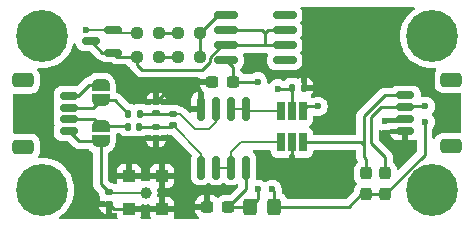
<source format=gbr>
%TF.GenerationSoftware,KiCad,Pcbnew,(6.0.4-0)*%
%TF.CreationDate,2022-08-01T10:55:25-06:00*%
%TF.ProjectId,lm334-source,6c6d3333-342d-4736-9f75-7263652e6b69,rev?*%
%TF.SameCoordinates,Original*%
%TF.FileFunction,Copper,L1,Top*%
%TF.FilePolarity,Positive*%
%FSLAX46Y46*%
G04 Gerber Fmt 4.6, Leading zero omitted, Abs format (unit mm)*
G04 Created by KiCad (PCBNEW (6.0.4-0)) date 2022-08-01 10:55:25*
%MOMM*%
%LPD*%
G01*
G04 APERTURE LIST*
G04 Aperture macros list*
%AMRoundRect*
0 Rectangle with rounded corners*
0 $1 Rounding radius*
0 $2 $3 $4 $5 $6 $7 $8 $9 X,Y pos of 4 corners*
0 Add a 4 corners polygon primitive as box body*
4,1,4,$2,$3,$4,$5,$6,$7,$8,$9,$2,$3,0*
0 Add four circle primitives for the rounded corners*
1,1,$1+$1,$2,$3*
1,1,$1+$1,$4,$5*
1,1,$1+$1,$6,$7*
1,1,$1+$1,$8,$9*
0 Add four rect primitives between the rounded corners*
20,1,$1+$1,$2,$3,$4,$5,0*
20,1,$1+$1,$4,$5,$6,$7,0*
20,1,$1+$1,$6,$7,$8,$9,0*
20,1,$1+$1,$8,$9,$2,$3,0*%
%AMFreePoly0*
4,1,22,0.500000,-0.750000,0.000000,-0.750000,0.000000,-0.745033,-0.079941,-0.743568,-0.215256,-0.701293,-0.333266,-0.622738,-0.424486,-0.514219,-0.481581,-0.384460,-0.499164,-0.250000,-0.500000,-0.250000,-0.500000,0.250000,-0.499164,0.250000,-0.499963,0.256109,-0.478152,0.396186,-0.417904,0.524511,-0.324060,0.630769,-0.204165,0.706417,-0.067858,0.745374,0.000000,0.744959,0.000000,0.750000,
0.500000,0.750000,0.500000,-0.750000,0.500000,-0.750000,$1*%
%AMFreePoly1*
4,1,20,0.000000,0.744959,0.073905,0.744508,0.209726,0.703889,0.328688,0.626782,0.421226,0.519385,0.479903,0.390333,0.500000,0.250000,0.500000,-0.250000,0.499851,-0.262216,0.476331,-0.402017,0.414519,-0.529596,0.319384,-0.634700,0.198574,-0.708877,0.061801,-0.746166,0.000000,-0.745033,0.000000,-0.750000,-0.500000,-0.750000,-0.500000,0.750000,0.000000,0.750000,0.000000,0.744959,
0.000000,0.744959,$1*%
G04 Aperture macros list end*
%TA.AperFunction,SMDPad,CuDef*%
%ADD10RoundRect,0.237500X-0.300000X-0.237500X0.300000X-0.237500X0.300000X0.237500X-0.300000X0.237500X0*%
%TD*%
%TA.AperFunction,SMDPad,CuDef*%
%ADD11R,0.650000X1.560000*%
%TD*%
%TA.AperFunction,SMDPad,CuDef*%
%ADD12RoundRect,0.237500X0.250000X0.237500X-0.250000X0.237500X-0.250000X-0.237500X0.250000X-0.237500X0*%
%TD*%
%TA.AperFunction,SMDPad,CuDef*%
%ADD13RoundRect,0.150000X-0.150000X0.825000X-0.150000X-0.825000X0.150000X-0.825000X0.150000X0.825000X0*%
%TD*%
%TA.AperFunction,SMDPad,CuDef*%
%ADD14RoundRect,0.150000X-0.825000X-0.150000X0.825000X-0.150000X0.825000X0.150000X-0.825000X0.150000X0*%
%TD*%
%TA.AperFunction,SMDPad,CuDef*%
%ADD15RoundRect,0.135000X-0.185000X0.135000X-0.185000X-0.135000X0.185000X-0.135000X0.185000X0.135000X0*%
%TD*%
%TA.AperFunction,SMDPad,CuDef*%
%ADD16RoundRect,0.150000X0.587500X0.150000X-0.587500X0.150000X-0.587500X-0.150000X0.587500X-0.150000X0*%
%TD*%
%TA.AperFunction,SMDPad,CuDef*%
%ADD17R,1.000000X1.000000*%
%TD*%
%TA.AperFunction,SMDPad,CuDef*%
%ADD18C,1.000000*%
%TD*%
%TA.AperFunction,SMDPad,CuDef*%
%ADD19RoundRect,0.237500X0.300000X0.237500X-0.300000X0.237500X-0.300000X-0.237500X0.300000X-0.237500X0*%
%TD*%
%TA.AperFunction,ComponentPad*%
%ADD20C,0.700000*%
%TD*%
%TA.AperFunction,ComponentPad*%
%ADD21C,4.400000*%
%TD*%
%TA.AperFunction,SMDPad,CuDef*%
%ADD22RoundRect,0.147500X0.147500X0.172500X-0.147500X0.172500X-0.147500X-0.172500X0.147500X-0.172500X0*%
%TD*%
%TA.AperFunction,SMDPad,CuDef*%
%ADD23RoundRect,0.250000X0.325000X0.450000X-0.325000X0.450000X-0.325000X-0.450000X0.325000X-0.450000X0*%
%TD*%
%TA.AperFunction,SMDPad,CuDef*%
%ADD24RoundRect,0.147500X-0.172500X0.147500X-0.172500X-0.147500X0.172500X-0.147500X0.172500X0.147500X0*%
%TD*%
%TA.AperFunction,SMDPad,CuDef*%
%ADD25RoundRect,0.147500X-0.147500X-0.172500X0.147500X-0.172500X0.147500X0.172500X-0.147500X0.172500X0*%
%TD*%
%TA.AperFunction,SMDPad,CuDef*%
%ADD26RoundRect,0.150000X-0.625000X0.150000X-0.625000X-0.150000X0.625000X-0.150000X0.625000X0.150000X0*%
%TD*%
%TA.AperFunction,SMDPad,CuDef*%
%ADD27RoundRect,0.250000X-0.650000X0.350000X-0.650000X-0.350000X0.650000X-0.350000X0.650000X0.350000X0*%
%TD*%
%TA.AperFunction,SMDPad,CuDef*%
%ADD28FreePoly0,270.000000*%
%TD*%
%TA.AperFunction,SMDPad,CuDef*%
%ADD29FreePoly1,270.000000*%
%TD*%
%TA.AperFunction,SMDPad,CuDef*%
%ADD30RoundRect,0.237500X0.237500X-0.287500X0.237500X0.287500X-0.237500X0.287500X-0.237500X-0.287500X0*%
%TD*%
%TA.AperFunction,SMDPad,CuDef*%
%ADD31RoundRect,0.150000X0.625000X-0.150000X0.625000X0.150000X-0.625000X0.150000X-0.625000X-0.150000X0*%
%TD*%
%TA.AperFunction,SMDPad,CuDef*%
%ADD32RoundRect,0.250000X0.650000X-0.350000X0.650000X0.350000X-0.650000X0.350000X-0.650000X-0.350000X0*%
%TD*%
%TA.AperFunction,ViaPad*%
%ADD33C,0.600000*%
%TD*%
%TA.AperFunction,Conductor*%
%ADD34C,0.250000*%
%TD*%
%TA.AperFunction,Conductor*%
%ADD35C,0.200000*%
%TD*%
G04 APERTURE END LIST*
D10*
%TO.P,C5,1*%
%TO.N,GND*%
X116987500Y-98450000D03*
%TO.P,C5,2*%
%TO.N,+3V3*%
X118712500Y-98450000D03*
%TD*%
D11*
%TO.P,U1,1,Vin+*%
%TO.N,/Channel1/buffer/out+*%
X123200000Y-93000000D03*
%TO.P,U1,2,Vss*%
%TO.N,GND*%
X124150000Y-93000000D03*
%TO.P,U1,3,SCL*%
%TO.N,/scl-rx*%
X125100000Y-93000000D03*
%TO.P,U1,4,SDA*%
%TO.N,/sda-tx*%
X125100000Y-90300000D03*
%TO.P,U1,5,Vdd*%
%TO.N,VD*%
X124150000Y-90300000D03*
%TO.P,U1,6,Vin-*%
%TO.N,/Channel1/buffer/out-*%
X123200000Y-90300000D03*
%TD*%
D12*
%TO.P,R9,1*%
%TO.N,Net-(R8-Pad2)*%
X112862500Y-83750000D03*
%TO.P,R9,2*%
%TO.N,/Channel1/I+*%
X111037500Y-83750000D03*
%TD*%
%TO.P,R8,2*%
%TO.N,Net-(R8-Pad2)*%
X114537500Y-83750000D03*
%TO.P,R8,1*%
%TO.N,Net-(R6-Pad1)*%
X116362500Y-83750000D03*
%TD*%
%TO.P,R7,1*%
%TO.N,Net-(R6-Pad2)*%
X112862500Y-85750000D03*
%TO.P,R7,2*%
%TO.N,Net-(Q1-Pad1)*%
X111037500Y-85750000D03*
%TD*%
%TO.P,R6,2*%
%TO.N,Net-(R6-Pad2)*%
X114537500Y-85750000D03*
%TO.P,R6,1*%
%TO.N,Net-(R6-Pad1)*%
X116362500Y-85750000D03*
%TD*%
D13*
%TO.P,U3,1*%
%TO.N,/Channel1/buffer/out-*%
X120255000Y-90175000D03*
%TO.P,U3,2,-*%
X118985000Y-90175000D03*
%TO.P,U3,3,+*%
%TO.N,/Channel1/buffer/in+*%
X117715000Y-90175000D03*
%TO.P,U3,4,V-*%
%TO.N,GND*%
X116445000Y-90175000D03*
%TO.P,U3,5,+*%
%TO.N,/Channel1/buffer/in-*%
X116445000Y-95125000D03*
%TO.P,U3,6,-*%
%TO.N,/Channel1/buffer/out+*%
X117715000Y-95125000D03*
%TO.P,U3,7*%
X118985000Y-95125000D03*
%TO.P,U3,8,V+*%
%TO.N,+3V3*%
X120255000Y-95125000D03*
%TD*%
D14*
%TO.P,U2,1*%
%TO.N,Net-(R6-Pad1)*%
X118575000Y-82245000D03*
%TO.P,U2,2*%
%TO.N,Net-(Q1-Pad1)*%
X118575000Y-83515000D03*
%TO.P,U2,3*%
X118575000Y-84785000D03*
%TO.P,U2,4*%
%TO.N,+3V3*%
X118575000Y-86055000D03*
%TO.P,U2,5*%
%TO.N,N/C*%
X123525000Y-86055000D03*
%TO.P,U2,6*%
%TO.N,Net-(Q1-Pad1)*%
X123525000Y-84785000D03*
%TO.P,U2,7*%
X123525000Y-83515000D03*
%TO.P,U2,8*%
%TO.N,N/C*%
X123525000Y-82245000D03*
%TD*%
D15*
%TO.P,R5,2*%
%TO.N,GND*%
X108650000Y-98250000D03*
%TO.P,R5,1*%
%TO.N,/Channel1/I-*%
X108650000Y-97230000D03*
%TD*%
D16*
%TO.P,Q1,3,C*%
%TO.N,Net-(Q1-Pad1)*%
X107112500Y-84450000D03*
%TO.P,Q1,2,E*%
%TO.N,/Channel1/I+*%
X108987500Y-83500000D03*
%TO.P,Q1,1,B*%
%TO.N,Net-(Q1-Pad1)*%
X108987500Y-85400000D03*
%TD*%
D17*
%TO.P,J3,2,Ext*%
%TO.N,GND*%
X110350000Y-95850000D03*
X113150000Y-95850000D03*
X113150000Y-98650000D03*
X110350000Y-98650000D03*
D18*
%TO.P,J3,1,In*%
%TO.N,/Channel1/I-*%
X111750000Y-97250000D03*
%TD*%
D19*
%TO.P,C6,2*%
%TO.N,GND*%
X117387500Y-87850000D03*
%TO.P,C6,1*%
%TO.N,+3V3*%
X119112500Y-87850000D03*
%TD*%
D20*
%TO.P,MH1,1,Pin_1*%
%TO.N,GNDPWR*%
X101350000Y-84000000D03*
X103000000Y-82350000D03*
X104166726Y-85166726D03*
X104166726Y-82833274D03*
D21*
X103000000Y-84000000D03*
D20*
X104650000Y-84000000D03*
X101833274Y-82833274D03*
X101833274Y-85166726D03*
X103000000Y-85650000D03*
%TD*%
D21*
%TO.P,MH2,1,Pin_1*%
%TO.N,GNDPWR*%
X136000000Y-84000000D03*
D20*
X137166726Y-82833274D03*
X134350000Y-84000000D03*
X137650000Y-84000000D03*
X137166726Y-85166726D03*
X136000000Y-82350000D03*
X136000000Y-85650000D03*
X134833274Y-85166726D03*
X134833274Y-82833274D03*
%TD*%
%TO.P,MH3,1,Pin_1*%
%TO.N,GNDPWR*%
X101833274Y-98166726D03*
D21*
X103000000Y-97000000D03*
D20*
X104166726Y-98166726D03*
X101833274Y-95833274D03*
X104166726Y-95833274D03*
X103000000Y-95350000D03*
X104650000Y-97000000D03*
X101350000Y-97000000D03*
X103000000Y-98650000D03*
%TD*%
D21*
%TO.P,MH4,1,Pin_1*%
%TO.N,GNDPWR*%
X136000000Y-97000000D03*
D20*
X134833274Y-95833274D03*
X134350000Y-97000000D03*
X137650000Y-97000000D03*
X136000000Y-95350000D03*
X137166726Y-98166726D03*
X137166726Y-95833274D03*
X134833274Y-98166726D03*
X136000000Y-98650000D03*
%TD*%
D22*
%TO.P,R3,1*%
%TO.N,/Channel1/buffer/in+*%
X111250000Y-90550000D03*
%TO.P,R3,2*%
%TO.N,/Channel1/V+*%
X110280000Y-90550000D03*
%TD*%
%TO.P,R4,1*%
%TO.N,/Channel1/buffer/in-*%
X111235000Y-91650000D03*
%TO.P,R4,2*%
%TO.N,/Channel1/V-*%
X110265000Y-91650000D03*
%TD*%
D23*
%TO.P,L1,1*%
%TO.N,VD*%
X122660000Y-98450000D03*
%TO.P,L1,2*%
%TO.N,+3V3*%
X120610000Y-98450000D03*
%TD*%
D24*
%TO.P,C1,1*%
%TO.N,GND*%
X112650000Y-89565000D03*
%TO.P,C1,2*%
%TO.N,/Channel1/buffer/in+*%
X112650000Y-90535000D03*
%TD*%
%TO.P,C2,1*%
%TO.N,/Channel1/buffer/in-*%
X112650000Y-91650000D03*
%TO.P,C2,2*%
%TO.N,GND*%
X112650000Y-92620000D03*
%TD*%
%TO.P,C3,1*%
%TO.N,/Channel1/buffer/in+*%
X114050000Y-90590000D03*
%TO.P,C3,2*%
%TO.N,/Channel1/buffer/in-*%
X114050000Y-91560000D03*
%TD*%
D25*
%TO.P,C4,2*%
%TO.N,GND*%
X125135000Y-88350000D03*
%TO.P,C4,1*%
%TO.N,VD*%
X124165000Y-88350000D03*
%TD*%
D26*
%TO.P,J1,1,Pin_1*%
%TO.N,/Channel1/I+*%
X105250000Y-89050000D03*
%TO.P,J1,2,Pin_2*%
%TO.N,/Channel1/V+*%
X105250000Y-90050000D03*
%TO.P,J1,3,Pin_3*%
%TO.N,/Channel1/V-*%
X105250000Y-91050000D03*
%TO.P,J1,4,Pin_4*%
%TO.N,/Channel1/I-*%
X105250000Y-92050000D03*
D27*
%TO.P,J1,MP*%
%TO.N,N/C*%
X101375000Y-93350000D03*
X101375000Y-87750000D03*
%TD*%
D28*
%TO.P,JP1,1,1*%
%TO.N,/Channel1/I+*%
X107950000Y-88100000D03*
D29*
%TO.P,JP1,2,2*%
%TO.N,/Channel1/V+*%
X107950000Y-89400000D03*
%TD*%
D28*
%TO.P,JP2,1,1*%
%TO.N,/Channel1/V-*%
X107950000Y-91600000D03*
D29*
%TO.P,JP2,2,2*%
%TO.N,/Channel1/I-*%
X107950000Y-92900000D03*
%TD*%
D30*
%TO.P,R1,1*%
%TO.N,VD*%
X132050000Y-97375000D03*
%TO.P,R1,2*%
%TO.N,/sda-tx*%
X132050000Y-95625000D03*
%TD*%
%TO.P,R2,1*%
%TO.N,VD*%
X130400000Y-97375000D03*
%TO.P,R2,2*%
%TO.N,/scl-rx*%
X130400000Y-95625000D03*
%TD*%
D31*
%TO.P,J2,1,gnd*%
%TO.N,GND*%
X133750000Y-92000000D03*
%TO.P,J2,2,VCC*%
%TO.N,VD*%
X133750000Y-91000000D03*
%TO.P,J2,3,SDA*%
%TO.N,/sda-tx*%
X133750000Y-90000000D03*
%TO.P,J2,4,SCL*%
%TO.N,/scl-rx*%
X133750000Y-89000000D03*
D32*
%TO.P,J2,MP*%
%TO.N,N/C*%
X137625000Y-87700000D03*
X137625000Y-93300000D03*
%TD*%
D33*
%TO.N,GND*%
X127550000Y-91850000D03*
X127450000Y-94350000D03*
%TO.N,/Channel1/I+*%
X107950000Y-88100000D03*
X106750000Y-83450000D03*
%TO.N,GND*%
X112650000Y-88750000D03*
%TO.N,VD*%
X122950000Y-88450000D03*
X122465000Y-96965000D03*
%TO.N,+3V3*%
X121250000Y-96950000D03*
X121250000Y-87850000D03*
%TO.N,/sda-tx*%
X126350000Y-89950000D03*
X135450000Y-89950000D03*
%TO.N,GND*%
X132050000Y-92200000D03*
X124150000Y-94650000D03*
X112650000Y-93650000D03*
%TO.N,VD*%
X132000000Y-91200000D03*
X135450000Y-91250000D03*
%TD*%
D34*
%TO.N,GND*%
X127150000Y-94650000D02*
X127450000Y-94350000D01*
X124150000Y-94650000D02*
X127150000Y-94650000D01*
D35*
%TO.N,/Channel1/I+*%
X106800000Y-83500000D02*
X106750000Y-83450000D01*
X108987500Y-83500000D02*
X106800000Y-83500000D01*
D34*
%TO.N,GND*%
X112650000Y-89565000D02*
X112650000Y-88750000D01*
X112650000Y-89565000D02*
X114365000Y-87850000D01*
X114365000Y-87850000D02*
X117387500Y-87850000D01*
%TO.N,+3V3*%
X118712500Y-98450000D02*
X118760000Y-98450000D01*
X118760000Y-98450000D02*
X120255000Y-96955000D01*
X120610000Y-98450000D02*
X118712500Y-98450000D01*
%TO.N,GND*%
X124150000Y-93000000D02*
X124150000Y-94650000D01*
X110350000Y-98650000D02*
X109050000Y-98650000D01*
X109050000Y-98650000D02*
X108650000Y-98250000D01*
%TO.N,VD*%
X132050000Y-97375000D02*
X130400000Y-97375000D01*
X122660000Y-98450000D02*
X128950000Y-98450000D01*
X130400000Y-97375000D02*
X130025000Y-97375000D01*
X130025000Y-97375000D02*
X128950000Y-98450000D01*
X122950000Y-88450000D02*
X124065000Y-88450000D01*
X122660000Y-98450000D02*
X122660000Y-97160000D01*
X122660000Y-97160000D02*
X122465000Y-96965000D01*
X124150000Y-90300000D02*
X124150000Y-88365000D01*
D35*
%TO.N,/Channel1/I-*%
X111750000Y-97250000D02*
X108670000Y-97250000D01*
D34*
X107950000Y-92900000D02*
X107950000Y-96530000D01*
X107950000Y-96530000D02*
X108650000Y-97230000D01*
%TO.N,+3V3*%
X119112500Y-87850000D02*
X121250000Y-87850000D01*
X121250000Y-96950000D02*
X121250000Y-97810000D01*
X121250000Y-97810000D02*
X120610000Y-98450000D01*
X119112500Y-87850000D02*
X119112500Y-86592500D01*
X119112500Y-86592500D02*
X118575000Y-86055000D01*
%TO.N,Net-(Q1-Pad1)*%
X108987500Y-85400000D02*
X108062500Y-85400000D01*
X108062500Y-85400000D02*
X107112500Y-84450000D01*
D35*
%TO.N,/Channel1/I+*%
X111037500Y-83750000D02*
X109237500Y-83750000D01*
X109237500Y-83750000D02*
X108987500Y-83500000D01*
D34*
%TO.N,Net-(Q1-Pad1)*%
X111037500Y-85750000D02*
X109337500Y-85750000D01*
X109337500Y-85750000D02*
X108987500Y-85400000D01*
X117174520Y-86225480D02*
X116550000Y-86850000D01*
X118198928Y-84785000D02*
X117174520Y-85809408D01*
X116550000Y-86850000D02*
X111450000Y-86850000D01*
X117174520Y-85809408D02*
X117174520Y-86225480D01*
X111450000Y-86850000D02*
X111037500Y-86437500D01*
X111037500Y-86437500D02*
X111037500Y-85750000D01*
%TO.N,Net-(R8-Pad2)*%
X114537500Y-83750000D02*
X112862500Y-83750000D01*
%TO.N,Net-(R6-Pad2)*%
X114537500Y-85750000D02*
X112862500Y-85750000D01*
%TO.N,Net-(R6-Pad1)*%
X116362500Y-85750000D02*
X116362500Y-83750000D01*
X117867500Y-82245000D02*
X116362500Y-83750000D01*
%TO.N,Net-(Q1-Pad1)*%
X118575000Y-83515000D02*
X121615000Y-83515000D01*
X121615000Y-83515000D02*
X121850000Y-83750000D01*
X118575000Y-84785000D02*
X121815000Y-84785000D01*
X121815000Y-84785000D02*
X121850000Y-84750000D01*
X123525000Y-83515000D02*
X122085000Y-83515000D01*
X122085000Y-83515000D02*
X121850000Y-83750000D01*
X121850000Y-83750000D02*
X121850000Y-84750000D01*
X121850000Y-84750000D02*
X121885000Y-84785000D01*
X121885000Y-84785000D02*
X123525000Y-84785000D01*
%TO.N,/sda-tx*%
X126350000Y-89950000D02*
X125450000Y-89950000D01*
X125450000Y-89950000D02*
X125100000Y-90300000D01*
X133800000Y-89950000D02*
X135450000Y-89950000D01*
%TO.N,/scl-rx*%
X130225010Y-90774990D02*
X130225010Y-93225010D01*
X130000000Y-93000000D02*
X130225010Y-93225010D01*
X130225010Y-93225010D02*
X130225010Y-94224990D01*
X125100000Y-93000000D02*
X130000000Y-93000000D01*
%TO.N,VD*%
X132050000Y-97375000D02*
X135400000Y-94025000D01*
%TO.N,+3V3*%
X120255000Y-96955000D02*
X120255000Y-95125000D01*
D35*
%TO.N,/Channel1/buffer/out-*%
X120380000Y-90300000D02*
X123200000Y-90300000D01*
%TO.N,/Channel1/buffer/out+*%
X118985000Y-95125000D02*
X118985000Y-93815000D01*
X119800000Y-93000000D02*
X123200000Y-93000000D01*
X118985000Y-93815000D02*
X119800000Y-93000000D01*
%TO.N,/Channel1/buffer/out-*%
X118985000Y-90175000D02*
X120255000Y-90175000D01*
%TO.N,/Channel1/buffer/out+*%
X117715000Y-95125000D02*
X118985000Y-95125000D01*
%TO.N,/Channel1/buffer/in-*%
X114050000Y-91560000D02*
X116445000Y-93955000D01*
X116445000Y-93955000D02*
X116445000Y-95125000D01*
%TO.N,/Channel1/buffer/in+*%
X114050000Y-90590000D02*
X114690000Y-90590000D01*
X114690000Y-90590000D02*
X115950000Y-91850000D01*
X115950000Y-91850000D02*
X117150000Y-91850000D01*
X117150000Y-91850000D02*
X117715000Y-91285000D01*
X117715000Y-91285000D02*
X117715000Y-90175000D01*
D34*
%TO.N,/Channel1/V+*%
X107950000Y-89400000D02*
X109130000Y-89400000D01*
X109130000Y-89400000D02*
X110280000Y-90550000D01*
%TO.N,/Channel1/V-*%
X107950000Y-91600000D02*
X110215000Y-91600000D01*
%TO.N,GND*%
X133750000Y-92000000D02*
X132250000Y-92000000D01*
X112650000Y-92620000D02*
X112650000Y-93650000D01*
X132250000Y-92000000D02*
X132050000Y-92200000D01*
X132100000Y-92250000D02*
X132050000Y-92200000D01*
%TO.N,/Channel1/V+*%
X107300000Y-90050000D02*
X107950000Y-89400000D01*
X105250000Y-90050000D02*
X107300000Y-90050000D01*
%TO.N,/Channel1/I-*%
X105250000Y-92050000D02*
X106100000Y-92900000D01*
X106100000Y-92900000D02*
X107950000Y-92900000D01*
%TO.N,/Channel1/I+*%
X107202408Y-88100000D02*
X107950000Y-88100000D01*
X106975000Y-88100000D02*
X107202408Y-88100000D01*
X106025000Y-89050000D02*
X106975000Y-88100000D01*
X105250000Y-89050000D02*
X106025000Y-89050000D01*
%TO.N,/Channel1/V-*%
X107400000Y-91050000D02*
X107950000Y-91600000D01*
X105250000Y-91050000D02*
X107400000Y-91050000D01*
%TO.N,VD*%
X133750000Y-91000000D02*
X132200000Y-91000000D01*
X135400000Y-94025000D02*
X135400000Y-91300000D01*
X132200000Y-91000000D02*
X132000000Y-91200000D01*
X132000000Y-91200000D02*
X133700000Y-91200000D01*
X135400000Y-91300000D02*
X135450000Y-91250000D01*
%TO.N,/Channel1/buffer/in+*%
X111250000Y-90550000D02*
X114010000Y-90550000D01*
%TO.N,/Channel1/buffer/in-*%
X111235000Y-91650000D02*
X113960000Y-91650000D01*
%TO.N,/scl-rx*%
X133750000Y-89000000D02*
X132000000Y-89000000D01*
X130400000Y-94399980D02*
X130400000Y-95625000D01*
X130225010Y-94224990D02*
X130400000Y-94399980D01*
X132000000Y-89000000D02*
X130225010Y-90774990D01*
%TO.N,/sda-tx*%
X133750000Y-90000000D02*
X131725020Y-90000000D01*
X130850010Y-90875010D02*
X131725020Y-90000000D01*
X132050000Y-94249990D02*
X132050000Y-95625000D01*
X130850010Y-90875010D02*
X130850010Y-93050000D01*
X130850010Y-93050000D02*
X132050000Y-94249990D01*
%TD*%
%TA.AperFunction,Conductor*%
%TO.N,GND*%
G36*
X105787985Y-84603991D02*
G01*
X105845353Y-84645816D01*
X105869076Y-84699231D01*
X105869438Y-84703831D01*
X105871232Y-84710007D01*
X105871233Y-84710011D01*
X105913643Y-84855988D01*
X105915855Y-84863601D01*
X105932893Y-84892411D01*
X105996509Y-84999980D01*
X105996511Y-84999983D01*
X106000547Y-85006807D01*
X106118193Y-85124453D01*
X106125017Y-85128489D01*
X106125020Y-85128491D01*
X106187518Y-85165452D01*
X106261399Y-85209145D01*
X106269010Y-85211356D01*
X106269012Y-85211357D01*
X106321231Y-85226528D01*
X106421169Y-85255562D01*
X106427574Y-85256066D01*
X106427579Y-85256067D01*
X106456042Y-85258307D01*
X106456050Y-85258307D01*
X106458498Y-85258500D01*
X106972905Y-85258500D01*
X107041026Y-85278502D01*
X107062001Y-85295405D01*
X107329027Y-85562432D01*
X107558853Y-85792258D01*
X107566387Y-85800537D01*
X107570500Y-85807018D01*
X107620151Y-85853643D01*
X107622993Y-85856398D01*
X107642730Y-85876135D01*
X107645927Y-85878615D01*
X107654947Y-85886318D01*
X107687179Y-85916586D01*
X107694125Y-85920405D01*
X107694128Y-85920407D01*
X107704934Y-85926348D01*
X107721453Y-85937199D01*
X107737459Y-85949614D01*
X107744728Y-85952759D01*
X107744732Y-85952762D01*
X107778037Y-85967174D01*
X107788687Y-85972391D01*
X107827440Y-85993695D01*
X107835115Y-85995666D01*
X107835116Y-85995666D01*
X107847062Y-85998733D01*
X107865767Y-86005137D01*
X107884355Y-86013181D01*
X107892184Y-86014421D01*
X107892187Y-86014422D01*
X107900442Y-86015730D01*
X107969823Y-86051083D01*
X107993193Y-86074453D01*
X108000017Y-86078489D01*
X108000020Y-86078491D01*
X108107589Y-86142107D01*
X108136399Y-86159145D01*
X108144010Y-86161356D01*
X108144012Y-86161357D01*
X108196231Y-86176528D01*
X108296169Y-86205562D01*
X108302574Y-86206066D01*
X108302579Y-86206067D01*
X108331042Y-86208307D01*
X108331050Y-86208307D01*
X108333498Y-86208500D01*
X108850437Y-86208500D01*
X108918558Y-86228502D01*
X108936688Y-86242648D01*
X108962179Y-86266586D01*
X108969125Y-86270405D01*
X108969128Y-86270407D01*
X108979934Y-86276348D01*
X108996453Y-86287199D01*
X109012459Y-86299614D01*
X109019728Y-86302759D01*
X109019732Y-86302762D01*
X109053037Y-86317174D01*
X109063687Y-86322391D01*
X109102440Y-86343695D01*
X109110115Y-86345666D01*
X109110116Y-86345666D01*
X109122062Y-86348733D01*
X109140767Y-86355137D01*
X109159355Y-86363181D01*
X109167178Y-86364420D01*
X109167188Y-86364423D01*
X109203024Y-86370099D01*
X109214644Y-86372505D01*
X109249789Y-86381528D01*
X109257470Y-86383500D01*
X109277724Y-86383500D01*
X109297434Y-86385051D01*
X109317443Y-86388220D01*
X109325335Y-86387474D01*
X109336763Y-86386394D01*
X109361462Y-86384059D01*
X109373319Y-86383500D01*
X110085036Y-86383500D01*
X110153157Y-86403502D01*
X110192179Y-86443196D01*
X110198884Y-86454031D01*
X110204066Y-86459204D01*
X110316816Y-86571758D01*
X110316821Y-86571762D01*
X110321997Y-86576929D01*
X110328227Y-86580769D01*
X110328228Y-86580770D01*
X110350166Y-86594293D01*
X110378580Y-86611807D01*
X110398920Y-86624345D01*
X110448441Y-86681563D01*
X110449270Y-86683478D01*
X110451482Y-86691093D01*
X110455518Y-86697917D01*
X110455520Y-86697922D01*
X110461793Y-86708528D01*
X110470488Y-86726276D01*
X110477948Y-86745117D01*
X110482610Y-86751533D01*
X110482610Y-86751534D01*
X110503936Y-86780887D01*
X110510452Y-86790807D01*
X110532958Y-86828862D01*
X110538564Y-86834469D01*
X110547280Y-86843185D01*
X110560120Y-86858218D01*
X110572028Y-86874607D01*
X110578135Y-86879659D01*
X110606093Y-86902788D01*
X110614874Y-86910778D01*
X110946353Y-87242258D01*
X110953887Y-87250537D01*
X110958000Y-87257018D01*
X110998532Y-87295080D01*
X111007652Y-87303644D01*
X111010494Y-87306399D01*
X111030230Y-87326135D01*
X111033427Y-87328615D01*
X111042447Y-87336318D01*
X111074679Y-87366586D01*
X111081625Y-87370405D01*
X111081628Y-87370407D01*
X111092434Y-87376348D01*
X111108953Y-87387199D01*
X111124959Y-87399614D01*
X111132228Y-87402759D01*
X111132232Y-87402762D01*
X111165537Y-87417174D01*
X111176187Y-87422391D01*
X111214940Y-87443695D01*
X111222615Y-87445666D01*
X111222616Y-87445666D01*
X111234562Y-87448733D01*
X111253267Y-87455137D01*
X111271855Y-87463181D01*
X111279678Y-87464420D01*
X111279688Y-87464423D01*
X111315524Y-87470099D01*
X111327144Y-87472505D01*
X111358959Y-87480673D01*
X111369970Y-87483500D01*
X111390224Y-87483500D01*
X111409934Y-87485051D01*
X111429943Y-87488220D01*
X111437835Y-87487474D01*
X111463467Y-87485051D01*
X111473962Y-87484059D01*
X111485819Y-87483500D01*
X116219964Y-87483500D01*
X116288085Y-87503502D01*
X116334578Y-87557158D01*
X116340860Y-87574002D01*
X116346475Y-87593124D01*
X116347865Y-87594329D01*
X116355548Y-87596000D01*
X117515500Y-87596000D01*
X117583621Y-87616002D01*
X117630114Y-87669658D01*
X117641500Y-87722000D01*
X117641500Y-87978000D01*
X117621498Y-88046121D01*
X117567842Y-88092614D01*
X117515500Y-88104000D01*
X116360115Y-88104000D01*
X116344876Y-88108475D01*
X116343671Y-88109865D01*
X116342000Y-88117548D01*
X116342000Y-88133766D01*
X116342337Y-88140282D01*
X116352075Y-88234132D01*
X116354968Y-88247528D01*
X116405488Y-88398953D01*
X116411653Y-88412115D01*
X116495426Y-88547492D01*
X116504460Y-88558890D01*
X116584911Y-88639202D01*
X116631345Y-88664504D01*
X116629499Y-88667892D01*
X116652011Y-88677203D01*
X116692532Y-88735500D01*
X116699000Y-88775352D01*
X116699000Y-90303000D01*
X116678998Y-90371121D01*
X116625342Y-90417614D01*
X116573000Y-90429000D01*
X115655116Y-90429000D01*
X115639877Y-90433475D01*
X115617612Y-90459170D01*
X115617171Y-90458788D01*
X115610232Y-90471496D01*
X115547919Y-90505520D01*
X115477103Y-90500454D01*
X115432043Y-90471494D01*
X115154315Y-90193766D01*
X115143448Y-90181375D01*
X115129013Y-90162563D01*
X115123987Y-90156013D01*
X115092075Y-90131526D01*
X115092072Y-90131523D01*
X114996876Y-90058476D01*
X114848851Y-89997162D01*
X114840664Y-89996084D01*
X114840663Y-89996084D01*
X114822515Y-89993695D01*
X114729900Y-89981502D01*
X114729902Y-89981502D01*
X114729885Y-89981500D01*
X114729883Y-89981500D01*
X114725475Y-89980920D01*
X114660545Y-89952202D01*
X114652817Y-89945092D01*
X114627763Y-89920038D01*
X114619473Y-89915135D01*
X114598759Y-89902885D01*
X115637000Y-89902885D01*
X115641475Y-89918124D01*
X115642865Y-89919329D01*
X115650548Y-89921000D01*
X116172885Y-89921000D01*
X116188124Y-89916525D01*
X116189329Y-89915135D01*
X116191000Y-89907452D01*
X116191000Y-88713122D01*
X116187027Y-88699591D01*
X116179129Y-88698456D01*
X116039210Y-88739107D01*
X116024779Y-88745352D01*
X115895322Y-88821911D01*
X115882896Y-88831551D01*
X115776551Y-88937896D01*
X115766911Y-88950322D01*
X115690352Y-89079779D01*
X115684107Y-89094210D01*
X115641731Y-89240065D01*
X115639430Y-89252667D01*
X115637193Y-89281084D01*
X115637000Y-89286014D01*
X115637000Y-89902885D01*
X114598759Y-89902885D01*
X114491923Y-89839703D01*
X114485100Y-89835668D01*
X114477489Y-89833457D01*
X114477487Y-89833456D01*
X114413833Y-89814963D01*
X114325937Y-89789427D01*
X114319532Y-89788923D01*
X114319527Y-89788922D01*
X114291203Y-89786693D01*
X114291195Y-89786693D01*
X114288747Y-89786500D01*
X114050145Y-89786500D01*
X113811254Y-89786501D01*
X113774063Y-89789427D01*
X113699209Y-89811174D01*
X113622516Y-89833455D01*
X113622514Y-89833456D01*
X113614900Y-89835668D01*
X113608074Y-89839705D01*
X113607066Y-89840141D01*
X113536604Y-89848837D01*
X113506236Y-89834227D01*
X113504389Y-89838303D01*
X113461799Y-89819000D01*
X113184386Y-89819000D01*
X113120247Y-89801453D01*
X113091929Y-89784706D01*
X113091925Y-89784704D01*
X113085100Y-89780668D01*
X113077489Y-89778457D01*
X113077487Y-89778456D01*
X113024599Y-89763091D01*
X112925937Y-89734427D01*
X112919532Y-89733923D01*
X112919527Y-89733922D01*
X112891203Y-89731693D01*
X112891195Y-89731693D01*
X112888747Y-89731500D01*
X112650145Y-89731500D01*
X112411254Y-89731501D01*
X112374063Y-89734427D01*
X112275983Y-89762922D01*
X112222513Y-89778456D01*
X112222511Y-89778457D01*
X112214900Y-89780668D01*
X112208075Y-89784704D01*
X112208071Y-89784706D01*
X112179753Y-89801453D01*
X112115614Y-89819000D01*
X111843954Y-89819000D01*
X111828229Y-89823617D01*
X111757232Y-89823616D01*
X111728594Y-89811174D01*
X111666927Y-89774705D01*
X111666924Y-89774704D01*
X111660100Y-89770668D01*
X111652489Y-89768457D01*
X111652487Y-89768456D01*
X111601804Y-89753732D01*
X111500937Y-89724427D01*
X111494532Y-89723923D01*
X111494527Y-89723922D01*
X111466203Y-89721693D01*
X111466195Y-89721693D01*
X111463747Y-89721500D01*
X111250130Y-89721500D01*
X111036254Y-89721501D01*
X110999063Y-89724427D01*
X110900983Y-89752922D01*
X110847513Y-89768456D01*
X110847511Y-89768457D01*
X110839900Y-89770668D01*
X110829140Y-89777032D01*
X110760326Y-89794492D01*
X110700861Y-89777032D01*
X110690100Y-89770668D01*
X110682489Y-89768457D01*
X110682487Y-89768456D01*
X110631804Y-89753732D01*
X110530937Y-89724427D01*
X110524532Y-89723923D01*
X110524527Y-89723922D01*
X110496203Y-89721693D01*
X110496195Y-89721693D01*
X110493747Y-89721500D01*
X110399595Y-89721500D01*
X110331474Y-89701498D01*
X110310500Y-89684595D01*
X109919510Y-89293605D01*
X111830891Y-89293605D01*
X111830931Y-89307705D01*
X111838201Y-89311000D01*
X112377885Y-89311000D01*
X112393124Y-89306525D01*
X112394329Y-89305135D01*
X112396000Y-89297452D01*
X112396000Y-89292885D01*
X112904000Y-89292885D01*
X112908475Y-89308124D01*
X112909865Y-89309329D01*
X112917548Y-89311000D01*
X113456048Y-89311000D01*
X113469579Y-89307027D01*
X113470714Y-89299129D01*
X113431082Y-89162713D01*
X113424834Y-89148276D01*
X113348601Y-89019373D01*
X113338952Y-89006935D01*
X113233065Y-88901048D01*
X113220627Y-88891399D01*
X113091724Y-88815166D01*
X113077287Y-88808918D01*
X112932043Y-88766721D01*
X112921365Y-88764771D01*
X112906969Y-88767795D01*
X112904000Y-88779258D01*
X112904000Y-89292885D01*
X112396000Y-89292885D01*
X112396000Y-88781319D01*
X112391656Y-88766524D01*
X112380160Y-88764492D01*
X112367957Y-88766721D01*
X112222713Y-88808918D01*
X112208276Y-88815166D01*
X112079373Y-88891399D01*
X112066935Y-88901048D01*
X111961048Y-89006935D01*
X111951399Y-89019373D01*
X111875166Y-89148276D01*
X111868918Y-89162713D01*
X111830891Y-89293605D01*
X109919510Y-89293605D01*
X109633652Y-89007747D01*
X109626112Y-88999461D01*
X109622000Y-88992982D01*
X109572348Y-88946356D01*
X109569507Y-88943602D01*
X109549770Y-88923865D01*
X109546573Y-88921385D01*
X109537551Y-88913680D01*
X109505321Y-88883414D01*
X109498375Y-88879595D01*
X109498372Y-88879593D01*
X109487566Y-88873652D01*
X109471047Y-88862801D01*
X109461901Y-88855707D01*
X109455041Y-88850386D01*
X109447772Y-88847241D01*
X109447768Y-88847238D01*
X109414463Y-88832826D01*
X109403813Y-88827609D01*
X109365060Y-88806305D01*
X109345437Y-88801267D01*
X109326734Y-88794863D01*
X109315422Y-88789968D01*
X109308145Y-88786819D01*
X109300318Y-88785579D01*
X109296731Y-88784537D01*
X109236897Y-88746322D01*
X109207222Y-88681824D01*
X109207171Y-88645608D01*
X109207285Y-88644820D01*
X109213729Y-88600000D01*
X109213729Y-88109865D01*
X109213731Y-88109222D01*
X109214160Y-88039069D01*
X109214160Y-88039063D01*
X109214187Y-88034583D01*
X109199977Y-87930843D01*
X109195030Y-87894724D01*
X109195029Y-87894720D01*
X109194420Y-87890273D01*
X109155063Y-87752564D01*
X109095586Y-87619602D01*
X109093200Y-87615820D01*
X109093196Y-87615813D01*
X109035535Y-87524427D01*
X109019160Y-87498474D01*
X108924754Y-87387548D01*
X108817403Y-87292740D01*
X108791204Y-87275530D01*
X108699414Y-87215236D01*
X108695666Y-87212774D01*
X108691609Y-87210869D01*
X108691605Y-87210867D01*
X108570076Y-87153809D01*
X108566021Y-87151905D01*
X108561738Y-87150596D01*
X108561734Y-87150594D01*
X108431011Y-87110628D01*
X108426723Y-87109317D01*
X108422300Y-87108628D01*
X108422294Y-87108627D01*
X108362432Y-87099307D01*
X108285205Y-87087283D01*
X108280738Y-87087228D01*
X108280733Y-87087228D01*
X108207169Y-87086329D01*
X108139562Y-87085503D01*
X108135277Y-87086063D01*
X108128240Y-87086271D01*
X107738953Y-87086271D01*
X107738953Y-87086273D01*
X107735986Y-87086682D01*
X107639562Y-87085504D01*
X107635120Y-87086085D01*
X107635117Y-87086085D01*
X107501998Y-87103492D01*
X107501996Y-87103492D01*
X107497548Y-87104074D01*
X107357252Y-87143245D01*
X107226159Y-87200928D01*
X107194049Y-87220915D01*
X107106306Y-87275530D01*
X107106302Y-87275533D01*
X107102504Y-87277897D01*
X107099076Y-87280779D01*
X107099074Y-87280780D01*
X107017202Y-87349600D01*
X106992869Y-87370054D01*
X106983911Y-87380073D01*
X106937749Y-87431701D01*
X106877433Y-87469151D01*
X106876883Y-87469270D01*
X106875111Y-87469326D01*
X106870651Y-87470622D01*
X106870641Y-87470624D01*
X106855659Y-87474977D01*
X106836296Y-87478988D01*
X106816203Y-87481526D01*
X106808836Y-87484443D01*
X106808831Y-87484444D01*
X106775092Y-87497802D01*
X106763865Y-87501646D01*
X106721407Y-87513982D01*
X106714581Y-87518019D01*
X106703972Y-87524293D01*
X106686224Y-87532988D01*
X106667383Y-87540448D01*
X106660967Y-87545110D01*
X106660966Y-87545110D01*
X106631613Y-87566436D01*
X106621693Y-87572952D01*
X106590465Y-87591420D01*
X106590462Y-87591422D01*
X106583638Y-87595458D01*
X106569317Y-87609779D01*
X106554284Y-87622619D01*
X106537893Y-87634528D01*
X106532842Y-87640633D01*
X106532837Y-87640638D01*
X106509701Y-87668604D01*
X106501713Y-87677382D01*
X105974500Y-88204595D01*
X105912188Y-88238621D01*
X105885405Y-88241500D01*
X104558498Y-88241500D01*
X104556050Y-88241693D01*
X104556042Y-88241693D01*
X104527579Y-88243933D01*
X104527574Y-88243934D01*
X104521169Y-88244438D01*
X104462823Y-88261389D01*
X104369012Y-88288643D01*
X104369010Y-88288644D01*
X104361399Y-88290855D01*
X104354572Y-88294892D01*
X104354573Y-88294892D01*
X104225020Y-88371509D01*
X104225017Y-88371511D01*
X104218193Y-88375547D01*
X104100547Y-88493193D01*
X104096511Y-88500017D01*
X104096509Y-88500020D01*
X104049990Y-88578680D01*
X104015855Y-88636399D01*
X104013644Y-88644010D01*
X104013643Y-88644012D01*
X104004316Y-88676116D01*
X103969438Y-88796169D01*
X103968934Y-88802574D01*
X103968933Y-88802579D01*
X103966693Y-88831042D01*
X103966500Y-88833498D01*
X103966500Y-89266502D01*
X103966693Y-89268950D01*
X103966693Y-89268958D01*
X103968266Y-89288935D01*
X103969438Y-89303831D01*
X104015855Y-89463601D01*
X104019890Y-89470424D01*
X104019891Y-89470426D01*
X104029020Y-89485863D01*
X104046478Y-89554679D01*
X104029020Y-89614137D01*
X104019891Y-89629574D01*
X104015855Y-89636399D01*
X103969438Y-89796169D01*
X103968934Y-89802574D01*
X103968933Y-89802579D01*
X103966693Y-89831042D01*
X103966500Y-89833498D01*
X103966500Y-90266502D01*
X103966693Y-90268950D01*
X103966693Y-90268958D01*
X103968749Y-90295073D01*
X103969438Y-90303831D01*
X103991243Y-90378886D01*
X104005803Y-90429000D01*
X104015855Y-90463601D01*
X104019890Y-90470424D01*
X104019891Y-90470426D01*
X104029020Y-90485863D01*
X104046478Y-90554679D01*
X104029020Y-90614137D01*
X104019891Y-90629574D01*
X104015855Y-90636399D01*
X104013644Y-90644010D01*
X104013643Y-90644012D01*
X103999375Y-90693124D01*
X103969438Y-90796169D01*
X103968934Y-90802574D01*
X103968933Y-90802579D01*
X103966693Y-90831042D01*
X103966500Y-90833498D01*
X103966500Y-91266502D01*
X103966693Y-91268950D01*
X103966693Y-91268958D01*
X103967298Y-91276639D01*
X103969438Y-91303831D01*
X103978171Y-91333891D01*
X104000985Y-91412416D01*
X104015855Y-91463601D01*
X104019890Y-91470424D01*
X104019891Y-91470426D01*
X104029020Y-91485863D01*
X104046478Y-91554679D01*
X104029020Y-91614137D01*
X104024428Y-91621902D01*
X104015855Y-91636399D01*
X103969438Y-91796169D01*
X103968934Y-91802574D01*
X103968933Y-91802579D01*
X103966693Y-91831042D01*
X103966500Y-91833498D01*
X103966500Y-92266502D01*
X103966693Y-92268950D01*
X103966693Y-92268958D01*
X103968272Y-92289015D01*
X103969438Y-92303831D01*
X103986717Y-92363307D01*
X104011549Y-92448778D01*
X104015855Y-92463601D01*
X104021874Y-92473778D01*
X104096509Y-92599980D01*
X104096511Y-92599983D01*
X104100547Y-92606807D01*
X104218193Y-92724453D01*
X104225017Y-92728489D01*
X104225020Y-92728491D01*
X104332589Y-92792107D01*
X104361399Y-92809145D01*
X104369010Y-92811356D01*
X104369012Y-92811357D01*
X104414252Y-92824500D01*
X104521169Y-92855562D01*
X104527574Y-92856066D01*
X104527579Y-92856067D01*
X104556042Y-92858307D01*
X104556050Y-92858307D01*
X104558498Y-92858500D01*
X105110406Y-92858500D01*
X105178527Y-92878502D01*
X105199501Y-92895405D01*
X105596343Y-93292247D01*
X105603887Y-93300537D01*
X105608000Y-93307018D01*
X105613777Y-93312443D01*
X105657667Y-93353658D01*
X105660509Y-93356413D01*
X105680231Y-93376135D01*
X105683355Y-93378558D01*
X105683359Y-93378562D01*
X105683424Y-93378612D01*
X105692445Y-93386317D01*
X105724679Y-93416586D01*
X105731627Y-93420405D01*
X105731629Y-93420407D01*
X105742432Y-93426346D01*
X105758959Y-93437202D01*
X105768698Y-93444757D01*
X105768700Y-93444758D01*
X105774960Y-93449614D01*
X105815540Y-93467174D01*
X105826188Y-93472391D01*
X105864940Y-93493695D01*
X105872616Y-93495666D01*
X105872619Y-93495667D01*
X105884562Y-93498733D01*
X105903267Y-93505137D01*
X105921855Y-93513181D01*
X105929678Y-93514420D01*
X105929688Y-93514423D01*
X105965524Y-93520099D01*
X105977144Y-93522505D01*
X106012289Y-93531528D01*
X106019970Y-93533500D01*
X106040224Y-93533500D01*
X106059934Y-93535051D01*
X106079943Y-93538220D01*
X106087835Y-93537474D01*
X106123961Y-93534059D01*
X106135819Y-93533500D01*
X106849287Y-93533500D01*
X106917408Y-93553502D01*
X106946232Y-93579016D01*
X106966592Y-93603540D01*
X107072776Y-93699654D01*
X107076492Y-93702161D01*
X107076494Y-93702162D01*
X107189817Y-93778599D01*
X107189822Y-93778602D01*
X107193536Y-93781107D01*
X107245441Y-93806254D01*
X107298021Y-93853955D01*
X107316500Y-93919645D01*
X107316500Y-96451233D01*
X107315973Y-96462416D01*
X107314298Y-96469909D01*
X107314547Y-96477835D01*
X107314547Y-96477836D01*
X107316438Y-96537986D01*
X107316500Y-96541945D01*
X107316500Y-96569856D01*
X107316997Y-96573790D01*
X107316997Y-96573791D01*
X107317005Y-96573856D01*
X107317938Y-96585693D01*
X107319327Y-96629889D01*
X107324978Y-96649339D01*
X107328987Y-96668700D01*
X107331526Y-96688797D01*
X107334445Y-96696168D01*
X107334445Y-96696170D01*
X107347804Y-96729912D01*
X107351649Y-96741142D01*
X107363982Y-96783593D01*
X107368015Y-96790412D01*
X107368017Y-96790417D01*
X107374293Y-96801028D01*
X107382988Y-96818776D01*
X107390448Y-96837617D01*
X107395110Y-96844033D01*
X107395110Y-96844034D01*
X107416436Y-96873387D01*
X107422952Y-96883307D01*
X107445458Y-96921362D01*
X107459779Y-96935683D01*
X107472619Y-96950716D01*
X107484528Y-96967107D01*
X107518605Y-96995298D01*
X107527384Y-97003288D01*
X107784596Y-97260500D01*
X107818622Y-97322812D01*
X107821501Y-97349595D01*
X107821501Y-97429988D01*
X107824371Y-97466466D01*
X107869731Y-97622596D01*
X107901523Y-97676353D01*
X107918982Y-97745166D01*
X107901522Y-97804630D01*
X107874229Y-97850780D01*
X107867981Y-97865217D01*
X107835039Y-97978605D01*
X107835079Y-97992705D01*
X107842349Y-97996000D01*
X108312458Y-97996000D01*
X108347610Y-98001003D01*
X108357353Y-98003834D01*
X108357360Y-98003835D01*
X108363534Y-98005629D01*
X108369941Y-98006133D01*
X108369945Y-98006134D01*
X108397556Y-98008307D01*
X108397562Y-98008307D01*
X108400011Y-98008500D01*
X108409930Y-98008500D01*
X108778001Y-98008499D01*
X108846120Y-98028501D01*
X108892613Y-98082156D01*
X108904000Y-98134499D01*
X108904000Y-99009566D01*
X108908344Y-99024361D01*
X108920003Y-99026421D01*
X108929977Y-99025637D01*
X108942564Y-99023338D01*
X109084783Y-98982019D01*
X109099215Y-98975773D01*
X109151862Y-98944638D01*
X109220678Y-98927179D01*
X109288009Y-98949696D01*
X109332479Y-99005040D01*
X109342001Y-99053092D01*
X109342001Y-99194669D01*
X109342371Y-99201490D01*
X109347895Y-99252352D01*
X109351521Y-99267603D01*
X109371640Y-99321270D01*
X109376823Y-99392077D01*
X109342903Y-99454446D01*
X109280648Y-99488575D01*
X109253658Y-99491500D01*
X104570222Y-99491500D01*
X104502101Y-99471498D01*
X104455608Y-99417842D01*
X104445504Y-99347568D01*
X104474998Y-99282988D01*
X104499890Y-99261085D01*
X104501601Y-99260091D01*
X104504623Y-99257810D01*
X104504627Y-99257807D01*
X104759221Y-99065607D01*
X104759222Y-99065606D01*
X104762245Y-99063324D01*
X104950968Y-98881395D01*
X104994632Y-98839303D01*
X104994635Y-98839300D01*
X104997363Y-98836670D01*
X105094344Y-98717548D01*
X105201155Y-98586351D01*
X105201158Y-98586347D01*
X105203549Y-98583410D01*
X105205570Y-98580207D01*
X105246163Y-98515871D01*
X107833434Y-98515871D01*
X107867981Y-98634783D01*
X107874230Y-98649222D01*
X107948854Y-98775405D01*
X107958501Y-98787841D01*
X108062159Y-98891499D01*
X108074595Y-98901146D01*
X108200778Y-98975770D01*
X108215217Y-98982019D01*
X108357436Y-99023338D01*
X108370023Y-99025637D01*
X108377943Y-99026260D01*
X108393030Y-99023090D01*
X108396000Y-99011626D01*
X108396000Y-98522115D01*
X108391525Y-98506876D01*
X108390135Y-98505671D01*
X108382452Y-98504000D01*
X107848100Y-98504000D01*
X107834569Y-98507973D01*
X107833434Y-98515871D01*
X105246163Y-98515871D01*
X105375788Y-98310428D01*
X105375790Y-98310425D01*
X105377815Y-98307215D01*
X105394296Y-98272429D01*
X105461754Y-98130040D01*
X105517638Y-98012084D01*
X105519792Y-98005629D01*
X105619790Y-97705897D01*
X105619792Y-97705891D01*
X105620992Y-97702293D01*
X105686381Y-97382329D01*
X105689044Y-97349595D01*
X105708026Y-97116211D01*
X105712856Y-97056826D01*
X105713451Y-97000000D01*
X105712711Y-96987717D01*
X105694026Y-96677793D01*
X105694026Y-96677789D01*
X105693798Y-96674015D01*
X105692828Y-96668700D01*
X105635805Y-96356473D01*
X105635804Y-96356469D01*
X105635125Y-96352751D01*
X105629898Y-96335915D01*
X105562093Y-96117548D01*
X105538282Y-96040863D01*
X105404670Y-95742869D01*
X105236226Y-95463084D01*
X105233899Y-95460100D01*
X105233894Y-95460093D01*
X105037726Y-95208558D01*
X105037724Y-95208556D01*
X105035390Y-95205563D01*
X104805070Y-94974034D01*
X104548603Y-94771852D01*
X104269705Y-94601945D01*
X104266261Y-94600379D01*
X104266257Y-94600377D01*
X104131317Y-94539024D01*
X103972414Y-94466775D01*
X103661037Y-94368300D01*
X103403830Y-94319932D01*
X103343809Y-94308645D01*
X103343807Y-94308645D01*
X103340086Y-94307945D01*
X103014208Y-94286586D01*
X103010428Y-94286794D01*
X103010427Y-94286794D01*
X102778986Y-94299531D01*
X102709869Y-94283302D01*
X102660498Y-94232282D01*
X102646548Y-94162670D01*
X102664802Y-94107605D01*
X102713275Y-94028968D01*
X102713276Y-94028966D01*
X102717115Y-94022738D01*
X102772797Y-93854861D01*
X102773879Y-93844307D01*
X102780374Y-93780913D01*
X102783500Y-93750400D01*
X102783500Y-92949600D01*
X102776888Y-92885871D01*
X102773238Y-92850692D01*
X102773237Y-92850688D01*
X102772526Y-92843834D01*
X102760571Y-92807999D01*
X102718868Y-92683002D01*
X102716550Y-92676054D01*
X102623478Y-92525652D01*
X102571512Y-92473776D01*
X102503483Y-92405866D01*
X102498303Y-92400695D01*
X102483386Y-92391500D01*
X102353968Y-92311725D01*
X102353966Y-92311724D01*
X102347738Y-92307885D01*
X102255925Y-92277432D01*
X102186389Y-92254368D01*
X102186387Y-92254368D01*
X102179861Y-92252203D01*
X102173025Y-92251503D01*
X102173022Y-92251502D01*
X102129969Y-92247091D01*
X102075400Y-92241500D01*
X100674600Y-92241500D01*
X100671359Y-92241836D01*
X100671345Y-92241837D01*
X100647502Y-92244311D01*
X100577681Y-92231445D01*
X100525899Y-92182874D01*
X100508500Y-92118984D01*
X100508500Y-88981051D01*
X100528502Y-88912930D01*
X100582158Y-88866437D01*
X100647343Y-88855707D01*
X100674600Y-88858500D01*
X102075400Y-88858500D01*
X102078646Y-88858163D01*
X102078650Y-88858163D01*
X102174308Y-88848238D01*
X102174312Y-88848237D01*
X102181166Y-88847526D01*
X102187702Y-88845345D01*
X102187704Y-88845345D01*
X102328120Y-88798498D01*
X102348946Y-88791550D01*
X102499348Y-88698478D01*
X102624305Y-88573303D01*
X102634055Y-88557486D01*
X102713275Y-88428968D01*
X102713276Y-88428966D01*
X102717115Y-88422738D01*
X102752564Y-88315862D01*
X102770632Y-88261389D01*
X102770632Y-88261387D01*
X102772797Y-88254861D01*
X102773549Y-88247528D01*
X102783172Y-88153598D01*
X102783500Y-88150400D01*
X102783500Y-87349600D01*
X102781799Y-87333207D01*
X102773238Y-87250692D01*
X102773237Y-87250688D01*
X102772526Y-87243834D01*
X102763213Y-87215918D01*
X102718868Y-87083002D01*
X102716550Y-87076054D01*
X102623478Y-86925652D01*
X102618297Y-86920480D01*
X102618293Y-86920475D01*
X102606535Y-86908738D01*
X102572454Y-86846456D01*
X102577456Y-86775636D01*
X102619953Y-86718763D01*
X102686451Y-86693893D01*
X102705108Y-86693927D01*
X102953602Y-86712829D01*
X102953607Y-86712829D01*
X102957379Y-86713116D01*
X103283633Y-86698586D01*
X103289844Y-86697552D01*
X103602037Y-86645590D01*
X103602042Y-86645589D01*
X103605778Y-86644967D01*
X103919149Y-86553034D01*
X103922616Y-86551544D01*
X103922620Y-86551543D01*
X104215721Y-86425616D01*
X104215723Y-86425615D01*
X104219205Y-86424119D01*
X104501601Y-86260091D01*
X104762245Y-86063324D01*
X104959333Y-85873331D01*
X104994632Y-85839303D01*
X104994635Y-85839300D01*
X104997363Y-85836670D01*
X105161896Y-85634573D01*
X105201155Y-85586351D01*
X105201158Y-85586347D01*
X105203549Y-85583410D01*
X105257928Y-85497225D01*
X105375788Y-85310428D01*
X105375790Y-85310425D01*
X105377815Y-85307215D01*
X105402287Y-85255562D01*
X105508704Y-85030941D01*
X105517638Y-85012084D01*
X105520349Y-85003958D01*
X105619790Y-84705897D01*
X105619792Y-84705891D01*
X105620992Y-84702293D01*
X105621999Y-84697365D01*
X105622153Y-84697074D01*
X105622731Y-84694917D01*
X105623226Y-84695050D01*
X105655233Y-84634630D01*
X105717111Y-84599821D01*
X105787985Y-84603991D01*
G37*
%TD.AperFunction*%
%TA.AperFunction,Conductor*%
G36*
X109616706Y-92253502D02*
G01*
X109637680Y-92270405D01*
X109712237Y-92344962D01*
X109719057Y-92348996D01*
X109719058Y-92348996D01*
X109839494Y-92420221D01*
X109854900Y-92429332D01*
X109862511Y-92431543D01*
X109862513Y-92431544D01*
X109910176Y-92445391D01*
X110014063Y-92475573D01*
X110020468Y-92476077D01*
X110020473Y-92476078D01*
X110048797Y-92478307D01*
X110048805Y-92478307D01*
X110051253Y-92478500D01*
X110264870Y-92478500D01*
X110478746Y-92478499D01*
X110515937Y-92475573D01*
X110619824Y-92445391D01*
X110667487Y-92431544D01*
X110667489Y-92431543D01*
X110675100Y-92429332D01*
X110685860Y-92422968D01*
X110754674Y-92405508D01*
X110814139Y-92422968D01*
X110824900Y-92429332D01*
X110832511Y-92431543D01*
X110832513Y-92431544D01*
X110880176Y-92445391D01*
X110984063Y-92475573D01*
X110990468Y-92476077D01*
X110990473Y-92476078D01*
X111018797Y-92478307D01*
X111018805Y-92478307D01*
X111021253Y-92478500D01*
X111234870Y-92478500D01*
X111448746Y-92478499D01*
X111485937Y-92475573D01*
X111589824Y-92445391D01*
X111637487Y-92431544D01*
X111637489Y-92431543D01*
X111645100Y-92429332D01*
X111651924Y-92425296D01*
X111651927Y-92425295D01*
X111733074Y-92377306D01*
X111801890Y-92359847D01*
X111827063Y-92365776D01*
X111830254Y-92366000D01*
X112115614Y-92366000D01*
X112179753Y-92383547D01*
X112208071Y-92400294D01*
X112208075Y-92400296D01*
X112214900Y-92404332D01*
X112222511Y-92406543D01*
X112222513Y-92406544D01*
X112269590Y-92420221D01*
X112374063Y-92450573D01*
X112380468Y-92451077D01*
X112380473Y-92451078D01*
X112408797Y-92453307D01*
X112408805Y-92453307D01*
X112411253Y-92453500D01*
X112649855Y-92453500D01*
X112888746Y-92453499D01*
X112925937Y-92450573D01*
X113030410Y-92420221D01*
X113077487Y-92406544D01*
X113077489Y-92406543D01*
X113085100Y-92404332D01*
X113091925Y-92400296D01*
X113091929Y-92400294D01*
X113120247Y-92383547D01*
X113184386Y-92366000D01*
X113456048Y-92366000D01*
X113471287Y-92361525D01*
X113480384Y-92351027D01*
X113540109Y-92312642D01*
X113611106Y-92312641D01*
X113613512Y-92313511D01*
X113614900Y-92314332D01*
X113774063Y-92360573D01*
X113780468Y-92361077D01*
X113780473Y-92361078D01*
X113808797Y-92363307D01*
X113808805Y-92363307D01*
X113811253Y-92363500D01*
X113940761Y-92363500D01*
X114008882Y-92383502D01*
X114029856Y-92400405D01*
X115628660Y-93999209D01*
X115662686Y-94061521D01*
X115660562Y-94123455D01*
X115646081Y-94173303D01*
X115639438Y-94196169D01*
X115638933Y-94202579D01*
X115638933Y-94202582D01*
X115636710Y-94230833D01*
X115636500Y-94233498D01*
X115636500Y-96016502D01*
X115636693Y-96018950D01*
X115636693Y-96018958D01*
X115638702Y-96044477D01*
X115639438Y-96053831D01*
X115663641Y-96137140D01*
X115673790Y-96172071D01*
X115685855Y-96213601D01*
X115694854Y-96228818D01*
X115766509Y-96349980D01*
X115766511Y-96349983D01*
X115770547Y-96356807D01*
X115888193Y-96474453D01*
X115895017Y-96478489D01*
X115895020Y-96478491D01*
X115992687Y-96536251D01*
X116031399Y-96559145D01*
X116039010Y-96561356D01*
X116039012Y-96561357D01*
X116068267Y-96569856D01*
X116191169Y-96605562D01*
X116197574Y-96606066D01*
X116197579Y-96606067D01*
X116226042Y-96608307D01*
X116226050Y-96608307D01*
X116228498Y-96608500D01*
X116661502Y-96608500D01*
X116663950Y-96608307D01*
X116663958Y-96608307D01*
X116692421Y-96606067D01*
X116692426Y-96606066D01*
X116698831Y-96605562D01*
X116821733Y-96569856D01*
X116850988Y-96561357D01*
X116850990Y-96561356D01*
X116858601Y-96559145D01*
X117001807Y-96474453D01*
X117004489Y-96471771D01*
X117068861Y-96446498D01*
X117138484Y-96460400D01*
X117154312Y-96470572D01*
X117158193Y-96474453D01*
X117301399Y-96559145D01*
X117309010Y-96561356D01*
X117309012Y-96561357D01*
X117338267Y-96569856D01*
X117461169Y-96605562D01*
X117467574Y-96606066D01*
X117467579Y-96606067D01*
X117496042Y-96608307D01*
X117496050Y-96608307D01*
X117498498Y-96608500D01*
X117931502Y-96608500D01*
X117933950Y-96608307D01*
X117933958Y-96608307D01*
X117962421Y-96606067D01*
X117962426Y-96606066D01*
X117968831Y-96605562D01*
X118091733Y-96569856D01*
X118120988Y-96561357D01*
X118120990Y-96561356D01*
X118128601Y-96559145D01*
X118271807Y-96474453D01*
X118274489Y-96471771D01*
X118338861Y-96446498D01*
X118408484Y-96460400D01*
X118424312Y-96470572D01*
X118428193Y-96474453D01*
X118571399Y-96559145D01*
X118579010Y-96561356D01*
X118579012Y-96561357D01*
X118608267Y-96569856D01*
X118731169Y-96605562D01*
X118737574Y-96606066D01*
X118737579Y-96606067D01*
X118766042Y-96608307D01*
X118766050Y-96608307D01*
X118768498Y-96608500D01*
X119201502Y-96608500D01*
X119203950Y-96608307D01*
X119203958Y-96608307D01*
X119232421Y-96606067D01*
X119232426Y-96606066D01*
X119238831Y-96605562D01*
X119361733Y-96569856D01*
X119390988Y-96561357D01*
X119390990Y-96561356D01*
X119398601Y-96559145D01*
X119412227Y-96551086D01*
X119481041Y-96533627D01*
X119548372Y-96556143D01*
X119592842Y-96611487D01*
X119600331Y-96682087D01*
X119565460Y-96748635D01*
X118884500Y-97429595D01*
X118822188Y-97463621D01*
X118795405Y-97466500D01*
X118362928Y-97466500D01*
X118359682Y-97466837D01*
X118359678Y-97466837D01*
X118265765Y-97476581D01*
X118265761Y-97476582D01*
X118258907Y-97477293D01*
X118252371Y-97479474D01*
X118252369Y-97479474D01*
X118129463Y-97520479D01*
X118093893Y-97532346D01*
X117945969Y-97623884D01*
X117940797Y-97629065D01*
X117938727Y-97631139D01*
X117936962Y-97632105D01*
X117935059Y-97633613D01*
X117934801Y-97633287D01*
X117876446Y-97665219D01*
X117805625Y-97660218D01*
X117760530Y-97631292D01*
X117757869Y-97628636D01*
X117746460Y-97619625D01*
X117610937Y-97536088D01*
X117597759Y-97529944D01*
X117446234Y-97479685D01*
X117432868Y-97476819D01*
X117340230Y-97467328D01*
X117333815Y-97467000D01*
X117259615Y-97467000D01*
X117244376Y-97471475D01*
X117243171Y-97472865D01*
X117241500Y-97480548D01*
X117241500Y-98578000D01*
X117221498Y-98646121D01*
X117167842Y-98692614D01*
X117115500Y-98704000D01*
X115960115Y-98704000D01*
X115944876Y-98708475D01*
X115943671Y-98709865D01*
X115942000Y-98717548D01*
X115942000Y-98733766D01*
X115942337Y-98740282D01*
X115952075Y-98834132D01*
X115954968Y-98847528D01*
X116005488Y-98998953D01*
X116011653Y-99012115D01*
X116095426Y-99147492D01*
X116104460Y-99158890D01*
X116222102Y-99276327D01*
X116256181Y-99338609D01*
X116251178Y-99409430D01*
X116208681Y-99466302D01*
X116142182Y-99491171D01*
X116133084Y-99491500D01*
X114246342Y-99491500D01*
X114178221Y-99471498D01*
X114131728Y-99417842D01*
X114121624Y-99347568D01*
X114128360Y-99321270D01*
X114148478Y-99267605D01*
X114152105Y-99252351D01*
X114157631Y-99201486D01*
X114158000Y-99194672D01*
X114158000Y-98922115D01*
X114153525Y-98906876D01*
X114152135Y-98905671D01*
X114144452Y-98904000D01*
X112160116Y-98904000D01*
X112144877Y-98908475D01*
X112143672Y-98909865D01*
X112142001Y-98917548D01*
X112142001Y-99194669D01*
X112142371Y-99201490D01*
X112147895Y-99252352D01*
X112151521Y-99267603D01*
X112171640Y-99321270D01*
X112176823Y-99392077D01*
X112142903Y-99454446D01*
X112080648Y-99488575D01*
X112053658Y-99491500D01*
X111446342Y-99491500D01*
X111378221Y-99471498D01*
X111331728Y-99417842D01*
X111321624Y-99347568D01*
X111328360Y-99321270D01*
X111348478Y-99267605D01*
X111352105Y-99252351D01*
X111357631Y-99201486D01*
X111358000Y-99194672D01*
X111358000Y-98922115D01*
X111353525Y-98906876D01*
X111352135Y-98905671D01*
X111344452Y-98904000D01*
X110222000Y-98904000D01*
X110153879Y-98883998D01*
X110107386Y-98830342D01*
X110096000Y-98778000D01*
X110096000Y-98522000D01*
X110116002Y-98453879D01*
X110169658Y-98407386D01*
X110222000Y-98396000D01*
X111339884Y-98396000D01*
X111355123Y-98391525D01*
X111356328Y-98390135D01*
X111357999Y-98382452D01*
X111357999Y-98356500D01*
X111378001Y-98288379D01*
X111431657Y-98241886D01*
X111501931Y-98231782D01*
X111522935Y-98236667D01*
X111532392Y-98239740D01*
X111728777Y-98263158D01*
X111734912Y-98262686D01*
X111734914Y-98262686D01*
X111919830Y-98248457D01*
X111919834Y-98248456D01*
X111925972Y-98247984D01*
X111933315Y-98245934D01*
X111937796Y-98244683D01*
X111982117Y-98232308D01*
X112053106Y-98233254D01*
X112112315Y-98272429D01*
X112140945Y-98337397D01*
X112142000Y-98353666D01*
X112142000Y-98377885D01*
X112146475Y-98393124D01*
X112147865Y-98394329D01*
X112155548Y-98396000D01*
X112877885Y-98396000D01*
X112893124Y-98391525D01*
X112894329Y-98390135D01*
X112896000Y-98382452D01*
X112896000Y-98377885D01*
X113404000Y-98377885D01*
X113408475Y-98393124D01*
X113409865Y-98394329D01*
X113417548Y-98396000D01*
X114139884Y-98396000D01*
X114155123Y-98391525D01*
X114156328Y-98390135D01*
X114157999Y-98382452D01*
X114157999Y-98177885D01*
X115942000Y-98177885D01*
X115946475Y-98193124D01*
X115947865Y-98194329D01*
X115955548Y-98196000D01*
X116715385Y-98196000D01*
X116730624Y-98191525D01*
X116731829Y-98190135D01*
X116733500Y-98182452D01*
X116733500Y-97485115D01*
X116729025Y-97469876D01*
X116727635Y-97468671D01*
X116719952Y-97467000D01*
X116641234Y-97467000D01*
X116634718Y-97467337D01*
X116540868Y-97477075D01*
X116527472Y-97479968D01*
X116376047Y-97530488D01*
X116362885Y-97536653D01*
X116227508Y-97620426D01*
X116216110Y-97629460D01*
X116103637Y-97742129D01*
X116094625Y-97753540D01*
X116011088Y-97889063D01*
X116004944Y-97902241D01*
X115954685Y-98053766D01*
X115951819Y-98067132D01*
X115942328Y-98159770D01*
X115942000Y-98166185D01*
X115942000Y-98177885D01*
X114157999Y-98177885D01*
X114157999Y-98105331D01*
X114157629Y-98098510D01*
X114152105Y-98047648D01*
X114148479Y-98032396D01*
X114103324Y-97911946D01*
X114094786Y-97896351D01*
X114018285Y-97794276D01*
X114005724Y-97781715D01*
X113903649Y-97705214D01*
X113888054Y-97696676D01*
X113767606Y-97651522D01*
X113752351Y-97647895D01*
X113701486Y-97642369D01*
X113694672Y-97642000D01*
X113422115Y-97642000D01*
X113406876Y-97646475D01*
X113405671Y-97647865D01*
X113404000Y-97655548D01*
X113404000Y-98377885D01*
X112896000Y-98377885D01*
X112896000Y-97660116D01*
X112891525Y-97644877D01*
X112890135Y-97643672D01*
X112882452Y-97642001D01*
X112857184Y-97642001D01*
X112789063Y-97621999D01*
X112742570Y-97568343D01*
X112732466Y-97498069D01*
X112735213Y-97486444D01*
X112734886Y-97486370D01*
X112736250Y-97480366D01*
X112738197Y-97474513D01*
X112762985Y-97278295D01*
X112763380Y-97250000D01*
X112744080Y-97053167D01*
X112734192Y-97020416D01*
X112733651Y-96949425D01*
X112771577Y-96889408D01*
X112835931Y-96859423D01*
X112854814Y-96858000D01*
X112877885Y-96858000D01*
X112893124Y-96853525D01*
X112894329Y-96852135D01*
X112896000Y-96844452D01*
X112896000Y-96839884D01*
X113404000Y-96839884D01*
X113408475Y-96855123D01*
X113409865Y-96856328D01*
X113417548Y-96857999D01*
X113694669Y-96857999D01*
X113701490Y-96857629D01*
X113752352Y-96852105D01*
X113767604Y-96848479D01*
X113888054Y-96803324D01*
X113903649Y-96794786D01*
X114005724Y-96718285D01*
X114018285Y-96705724D01*
X114094786Y-96603649D01*
X114103324Y-96588054D01*
X114148478Y-96467606D01*
X114152105Y-96452351D01*
X114157631Y-96401486D01*
X114158000Y-96394672D01*
X114158000Y-96122115D01*
X114153525Y-96106876D01*
X114152135Y-96105671D01*
X114144452Y-96104000D01*
X113422115Y-96104000D01*
X113406876Y-96108475D01*
X113405671Y-96109865D01*
X113404000Y-96117548D01*
X113404000Y-96839884D01*
X112896000Y-96839884D01*
X112896000Y-96122115D01*
X112891525Y-96106876D01*
X112890135Y-96105671D01*
X112882452Y-96104000D01*
X112160116Y-96104000D01*
X112144877Y-96108475D01*
X112143672Y-96109865D01*
X112142001Y-96117548D01*
X112142001Y-96144684D01*
X112121999Y-96212805D01*
X112068343Y-96259298D01*
X111998069Y-96269402D01*
X111978749Y-96265051D01*
X111953768Y-96257318D01*
X111947643Y-96256674D01*
X111947642Y-96256674D01*
X111763204Y-96237289D01*
X111763202Y-96237289D01*
X111757075Y-96236645D01*
X111696168Y-96242188D01*
X111566251Y-96254011D01*
X111566248Y-96254012D01*
X111560112Y-96254570D01*
X111554197Y-96256311D01*
X111554196Y-96256311D01*
X111519576Y-96266500D01*
X111448579Y-96266546D01*
X111388829Y-96228201D01*
X111359294Y-96163639D01*
X111358000Y-96145627D01*
X111358000Y-96122115D01*
X111353525Y-96106876D01*
X111352135Y-96105671D01*
X111344452Y-96104000D01*
X109360116Y-96104000D01*
X109344877Y-96108475D01*
X109343672Y-96109865D01*
X109342001Y-96117548D01*
X109342001Y-96394669D01*
X109342371Y-96401493D01*
X109343750Y-96414193D01*
X109331220Y-96484075D01*
X109282898Y-96536089D01*
X109214126Y-96553722D01*
X109154348Y-96536251D01*
X109099419Y-96503766D01*
X109099418Y-96503766D01*
X109092596Y-96499731D01*
X109084985Y-96497520D01*
X109084983Y-96497519D01*
X108982021Y-96467606D01*
X108936466Y-96454371D01*
X108930059Y-96453867D01*
X108930055Y-96453866D01*
X108902444Y-96451693D01*
X108902438Y-96451693D01*
X108899989Y-96451500D01*
X108819595Y-96451500D01*
X108751474Y-96431498D01*
X108730500Y-96414595D01*
X108620405Y-96304500D01*
X108586379Y-96242188D01*
X108583500Y-96215405D01*
X108583500Y-95577885D01*
X109342000Y-95577885D01*
X109346475Y-95593124D01*
X109347865Y-95594329D01*
X109355548Y-95596000D01*
X110077885Y-95596000D01*
X110093124Y-95591525D01*
X110094329Y-95590135D01*
X110096000Y-95582452D01*
X110096000Y-95577885D01*
X110604000Y-95577885D01*
X110608475Y-95593124D01*
X110609865Y-95594329D01*
X110617548Y-95596000D01*
X111339884Y-95596000D01*
X111355123Y-95591525D01*
X111356328Y-95590135D01*
X111357999Y-95582452D01*
X111357999Y-95577885D01*
X112142000Y-95577885D01*
X112146475Y-95593124D01*
X112147865Y-95594329D01*
X112155548Y-95596000D01*
X112877885Y-95596000D01*
X112893124Y-95591525D01*
X112894329Y-95590135D01*
X112896000Y-95582452D01*
X112896000Y-95577885D01*
X113404000Y-95577885D01*
X113408475Y-95593124D01*
X113409865Y-95594329D01*
X113417548Y-95596000D01*
X114139884Y-95596000D01*
X114155123Y-95591525D01*
X114156328Y-95590135D01*
X114157999Y-95582452D01*
X114157999Y-95305331D01*
X114157629Y-95298510D01*
X114152105Y-95247648D01*
X114148479Y-95232396D01*
X114103324Y-95111946D01*
X114094786Y-95096351D01*
X114018285Y-94994276D01*
X114005724Y-94981715D01*
X113903649Y-94905214D01*
X113888054Y-94896676D01*
X113767606Y-94851522D01*
X113752351Y-94847895D01*
X113701486Y-94842369D01*
X113694672Y-94842000D01*
X113422115Y-94842000D01*
X113406876Y-94846475D01*
X113405671Y-94847865D01*
X113404000Y-94855548D01*
X113404000Y-95577885D01*
X112896000Y-95577885D01*
X112896000Y-94860116D01*
X112891525Y-94844877D01*
X112890135Y-94843672D01*
X112882452Y-94842001D01*
X112605331Y-94842001D01*
X112598510Y-94842371D01*
X112547648Y-94847895D01*
X112532396Y-94851521D01*
X112411946Y-94896676D01*
X112396351Y-94905214D01*
X112294276Y-94981715D01*
X112281715Y-94994276D01*
X112205214Y-95096351D01*
X112196676Y-95111946D01*
X112151522Y-95232394D01*
X112147895Y-95247649D01*
X112142369Y-95298514D01*
X112142000Y-95305328D01*
X112142000Y-95577885D01*
X111357999Y-95577885D01*
X111357999Y-95305331D01*
X111357629Y-95298510D01*
X111352105Y-95247648D01*
X111348479Y-95232396D01*
X111303324Y-95111946D01*
X111294786Y-95096351D01*
X111218285Y-94994276D01*
X111205724Y-94981715D01*
X111103649Y-94905214D01*
X111088054Y-94896676D01*
X110967606Y-94851522D01*
X110952351Y-94847895D01*
X110901486Y-94842369D01*
X110894672Y-94842000D01*
X110622115Y-94842000D01*
X110606876Y-94846475D01*
X110605671Y-94847865D01*
X110604000Y-94855548D01*
X110604000Y-95577885D01*
X110096000Y-95577885D01*
X110096000Y-94860116D01*
X110091525Y-94844877D01*
X110090135Y-94843672D01*
X110082452Y-94842001D01*
X109805331Y-94842001D01*
X109798510Y-94842371D01*
X109747648Y-94847895D01*
X109732396Y-94851521D01*
X109611946Y-94896676D01*
X109596351Y-94905214D01*
X109494276Y-94981715D01*
X109481715Y-94994276D01*
X109405214Y-95096351D01*
X109396676Y-95111946D01*
X109351522Y-95232394D01*
X109347895Y-95247649D01*
X109342369Y-95298514D01*
X109342000Y-95305328D01*
X109342000Y-95577885D01*
X108583500Y-95577885D01*
X108583500Y-93920394D01*
X108603502Y-93852273D01*
X108657348Y-93805694D01*
X108680710Y-93795072D01*
X108680714Y-93795070D01*
X108684789Y-93793217D01*
X108807497Y-93714742D01*
X108915998Y-93621252D01*
X109011750Y-93511489D01*
X109018194Y-93501548D01*
X109075636Y-93412925D01*
X109089650Y-93391304D01*
X109096684Y-93376082D01*
X109148868Y-93263145D01*
X109148869Y-93263143D01*
X109150748Y-93259076D01*
X109191784Y-93121858D01*
X109213312Y-92977804D01*
X109213874Y-92885871D01*
X111829286Y-92885871D01*
X111868918Y-93022287D01*
X111875166Y-93036724D01*
X111951399Y-93165627D01*
X111961048Y-93178065D01*
X112066935Y-93283952D01*
X112079373Y-93293601D01*
X112208276Y-93369834D01*
X112222713Y-93376082D01*
X112367957Y-93418279D01*
X112378635Y-93420229D01*
X112393031Y-93417205D01*
X112396000Y-93405742D01*
X112396000Y-93403681D01*
X112904000Y-93403681D01*
X112908344Y-93418476D01*
X112919840Y-93420508D01*
X112932043Y-93418279D01*
X113077287Y-93376082D01*
X113091724Y-93369834D01*
X113220627Y-93293601D01*
X113233065Y-93283952D01*
X113338952Y-93178065D01*
X113348601Y-93165627D01*
X113424834Y-93036724D01*
X113431082Y-93022287D01*
X113469109Y-92891395D01*
X113469069Y-92877295D01*
X113461799Y-92874000D01*
X112922115Y-92874000D01*
X112906876Y-92878475D01*
X112905671Y-92879865D01*
X112904000Y-92887548D01*
X112904000Y-93403681D01*
X112396000Y-93403681D01*
X112396000Y-92892115D01*
X112391525Y-92876876D01*
X112390135Y-92875671D01*
X112382452Y-92874000D01*
X111843952Y-92874000D01*
X111830421Y-92877973D01*
X111829286Y-92885871D01*
X109213874Y-92885871D01*
X109214089Y-92850692D01*
X109214160Y-92839055D01*
X109214160Y-92839050D01*
X109214187Y-92834583D01*
X109213852Y-92832139D01*
X109213729Y-92828344D01*
X109213729Y-92400000D01*
X109211475Y-92368489D01*
X109226566Y-92299116D01*
X109276768Y-92248913D01*
X109337154Y-92233500D01*
X109548585Y-92233500D01*
X109616706Y-92253502D01*
G37*
%TD.AperFunction*%
%TA.AperFunction,Conductor*%
G36*
X122308621Y-93628502D02*
G01*
X122355114Y-93682158D01*
X122366500Y-93734500D01*
X122366500Y-93828134D01*
X122373255Y-93890316D01*
X122424385Y-94026705D01*
X122511739Y-94143261D01*
X122628295Y-94230615D01*
X122764684Y-94281745D01*
X122826866Y-94288500D01*
X123573134Y-94288500D01*
X123635316Y-94281745D01*
X123642716Y-94278971D01*
X123646942Y-94277966D01*
X123705239Y-94277966D01*
X123722646Y-94282105D01*
X123773514Y-94287631D01*
X123780328Y-94288000D01*
X123877885Y-94288000D01*
X123893124Y-94283525D01*
X123894329Y-94282135D01*
X123896000Y-94274452D01*
X123896000Y-94174910D01*
X123916002Y-94106789D01*
X123921174Y-94099345D01*
X123932808Y-94083822D01*
X123975615Y-94026705D01*
X124026745Y-93890316D01*
X124027539Y-93883010D01*
X124062635Y-93821576D01*
X124125590Y-93788756D01*
X124196295Y-93795182D01*
X124252302Y-93838814D01*
X124272454Y-93882940D01*
X124273255Y-93890316D01*
X124324385Y-94026705D01*
X124367192Y-94083822D01*
X124378826Y-94099345D01*
X124403674Y-94165851D01*
X124404000Y-94174910D01*
X124404000Y-94269884D01*
X124408475Y-94285123D01*
X124409865Y-94286328D01*
X124417548Y-94287999D01*
X124519669Y-94287999D01*
X124526490Y-94287629D01*
X124577349Y-94282105D01*
X124594764Y-94277965D01*
X124653058Y-94277966D01*
X124657284Y-94278971D01*
X124664684Y-94281745D01*
X124726866Y-94288500D01*
X125473134Y-94288500D01*
X125535316Y-94281745D01*
X125671705Y-94230615D01*
X125788261Y-94143261D01*
X125875615Y-94026705D01*
X125926745Y-93890316D01*
X125933500Y-93828134D01*
X125933500Y-93759500D01*
X125953502Y-93691379D01*
X126007158Y-93644886D01*
X126059500Y-93633500D01*
X129465510Y-93633500D01*
X129533631Y-93653502D01*
X129580124Y-93707158D01*
X129591510Y-93759500D01*
X129591510Y-94146223D01*
X129590983Y-94157406D01*
X129589308Y-94164899D01*
X129589557Y-94172825D01*
X129589557Y-94172826D01*
X129591448Y-94232976D01*
X129591510Y-94236935D01*
X129591510Y-94264846D01*
X129592007Y-94268780D01*
X129592007Y-94268781D01*
X129592015Y-94268846D01*
X129592948Y-94280683D01*
X129594337Y-94324879D01*
X129599988Y-94344329D01*
X129603997Y-94363690D01*
X129606536Y-94383787D01*
X129609455Y-94391158D01*
X129609455Y-94391160D01*
X129622814Y-94424902D01*
X129626659Y-94436132D01*
X129636018Y-94468345D01*
X129638992Y-94478583D01*
X129643025Y-94485402D01*
X129643027Y-94485407D01*
X129649303Y-94496018D01*
X129657998Y-94513766D01*
X129665458Y-94532607D01*
X129670120Y-94539023D01*
X129670120Y-94539024D01*
X129691446Y-94568377D01*
X129697962Y-94578297D01*
X129710866Y-94600116D01*
X129728326Y-94668932D01*
X129705810Y-94736263D01*
X129691587Y-94753273D01*
X129600144Y-94844877D01*
X129573071Y-94871997D01*
X129569231Y-94878227D01*
X129569230Y-94878228D01*
X129486364Y-95012662D01*
X129481791Y-95020080D01*
X129427026Y-95185191D01*
X129416500Y-95287928D01*
X129416500Y-95962072D01*
X129416837Y-95965318D01*
X129416837Y-95965322D01*
X129426021Y-96053831D01*
X129427293Y-96066093D01*
X129429474Y-96072629D01*
X129429474Y-96072631D01*
X129462920Y-96172881D01*
X129482346Y-96231107D01*
X129496865Y-96254570D01*
X129566555Y-96367187D01*
X129573884Y-96379031D01*
X129605787Y-96410879D01*
X129639866Y-96473159D01*
X129634863Y-96543979D01*
X129605943Y-96589067D01*
X129586737Y-96608307D01*
X129573071Y-96621997D01*
X129569231Y-96628227D01*
X129569230Y-96628228D01*
X129499629Y-96741142D01*
X129481791Y-96770080D01*
X129427026Y-96935191D01*
X129426326Y-96942027D01*
X129426325Y-96942030D01*
X129421879Y-96985426D01*
X129416500Y-97037928D01*
X129416500Y-97041147D01*
X129416472Y-97041695D01*
X129393022Y-97108707D01*
X129379731Y-97124365D01*
X128724499Y-97779596D01*
X128662187Y-97813621D01*
X128635404Y-97816500D01*
X123814197Y-97816500D01*
X123746076Y-97796498D01*
X123699583Y-97742842D01*
X123694674Y-97730377D01*
X123678867Y-97682998D01*
X123678866Y-97682996D01*
X123676550Y-97676054D01*
X123663861Y-97655548D01*
X123587332Y-97531880D01*
X123583478Y-97525652D01*
X123458303Y-97400695D01*
X123354278Y-97336573D01*
X123306785Y-97283801D01*
X123295547Y-97220785D01*
X123295702Y-97220092D01*
X123293562Y-97152001D01*
X123293500Y-97148044D01*
X123293500Y-97120144D01*
X123292996Y-97116153D01*
X123292063Y-97104311D01*
X123290923Y-97068036D01*
X123290674Y-97060111D01*
X123288461Y-97052493D01*
X123285021Y-97040652D01*
X123281012Y-97021292D01*
X123279170Y-97006711D01*
X123278705Y-96987723D01*
X123278299Y-96987717D01*
X123278561Y-96968962D01*
X123278561Y-96968957D01*
X123278616Y-96965000D01*
X123258397Y-96784745D01*
X123225126Y-96689204D01*
X123201064Y-96620106D01*
X123201062Y-96620103D01*
X123198745Y-96613448D01*
X123162292Y-96555110D01*
X123106359Y-96465598D01*
X123102626Y-96459624D01*
X123094750Y-96451693D01*
X122979778Y-96335915D01*
X122979774Y-96335912D01*
X122974815Y-96330918D01*
X122963697Y-96323862D01*
X122877881Y-96269402D01*
X122821666Y-96233727D01*
X122770212Y-96215405D01*
X122657425Y-96175243D01*
X122657420Y-96175242D01*
X122650790Y-96172881D01*
X122643802Y-96172048D01*
X122643799Y-96172047D01*
X122503889Y-96155364D01*
X122470680Y-96151404D01*
X122463677Y-96152140D01*
X122463676Y-96152140D01*
X122297288Y-96169628D01*
X122297286Y-96169629D01*
X122290288Y-96170364D01*
X122118579Y-96228818D01*
X122077629Y-96254011D01*
X121970090Y-96320169D01*
X121970087Y-96320171D01*
X121964088Y-96323862D01*
X121953925Y-96333815D01*
X121891262Y-96367187D01*
X121820503Y-96361384D01*
X121776359Y-96332578D01*
X121774711Y-96330918D01*
X121759815Y-96315918D01*
X121606666Y-96218727D01*
X121570891Y-96205988D01*
X121442425Y-96160243D01*
X121442420Y-96160242D01*
X121435790Y-96157881D01*
X121428802Y-96157048D01*
X121428799Y-96157047D01*
X121302408Y-96141976D01*
X121255680Y-96136404D01*
X121248677Y-96137140D01*
X121248675Y-96137140D01*
X121202664Y-96141976D01*
X121132826Y-96129204D01*
X121080979Y-96080702D01*
X121064704Y-96016502D01*
X121063500Y-96016502D01*
X121063500Y-94233498D01*
X121063307Y-94231042D01*
X121061067Y-94202579D01*
X121061066Y-94202574D01*
X121060562Y-94196169D01*
X121018935Y-94052885D01*
X121016357Y-94044012D01*
X121016356Y-94044010D01*
X121014145Y-94036399D01*
X120986452Y-93989572D01*
X120933491Y-93900020D01*
X120933489Y-93900017D01*
X120929453Y-93893193D01*
X120859855Y-93823595D01*
X120825829Y-93761283D01*
X120830894Y-93690468D01*
X120873441Y-93633632D01*
X120939961Y-93608821D01*
X120948950Y-93608500D01*
X122240500Y-93608500D01*
X122308621Y-93628502D01*
G37*
%TD.AperFunction*%
%TA.AperFunction,Conductor*%
G36*
X133859115Y-91820990D02*
G01*
X133917613Y-91822993D01*
X133975991Y-91863397D01*
X134003258Y-91928949D01*
X134004000Y-91942604D01*
X134004000Y-92789884D01*
X134008475Y-92805123D01*
X134009865Y-92806328D01*
X134017548Y-92807999D01*
X134438984Y-92807999D01*
X134443920Y-92807805D01*
X134472336Y-92805570D01*
X134484931Y-92803270D01*
X134605346Y-92768285D01*
X134676343Y-92768487D01*
X134735959Y-92807041D01*
X134765268Y-92871706D01*
X134766500Y-92889282D01*
X134766500Y-93710405D01*
X134746498Y-93778526D01*
X134729595Y-93799500D01*
X133240134Y-95288961D01*
X133177822Y-95322987D01*
X133107007Y-95317922D01*
X133050171Y-95275375D01*
X133025712Y-95212869D01*
X133023419Y-95190766D01*
X133023418Y-95190763D01*
X133022707Y-95183907D01*
X132967654Y-95018893D01*
X132876116Y-94870969D01*
X132851579Y-94846475D01*
X132758184Y-94753242D01*
X132758179Y-94753238D01*
X132753003Y-94748071D01*
X132743386Y-94742143D01*
X132741559Y-94740114D01*
X132741027Y-94739693D01*
X132741099Y-94739602D01*
X132695892Y-94689372D01*
X132683500Y-94634882D01*
X132683500Y-94328757D01*
X132684027Y-94317574D01*
X132685702Y-94310081D01*
X132685371Y-94299531D01*
X132683562Y-94242004D01*
X132683500Y-94238045D01*
X132683500Y-94210134D01*
X132682995Y-94206134D01*
X132682062Y-94194291D01*
X132680922Y-94158019D01*
X132680673Y-94150100D01*
X132675022Y-94130648D01*
X132671014Y-94111296D01*
X132669467Y-94099053D01*
X132668474Y-94091193D01*
X132665556Y-94083822D01*
X132652200Y-94050087D01*
X132648355Y-94038860D01*
X132645481Y-94028968D01*
X132636018Y-93996397D01*
X132630626Y-93987279D01*
X132625707Y-93978962D01*
X132617012Y-93961214D01*
X132609552Y-93942373D01*
X132583564Y-93906603D01*
X132577048Y-93896683D01*
X132558580Y-93865455D01*
X132558578Y-93865452D01*
X132554542Y-93858628D01*
X132540221Y-93844307D01*
X132527380Y-93829273D01*
X132515472Y-93812883D01*
X132481395Y-93784692D01*
X132472626Y-93776712D01*
X131520413Y-92824498D01*
X131486389Y-92762188D01*
X131483510Y-92735405D01*
X131483510Y-92265871D01*
X132473456Y-92265871D01*
X132514107Y-92405790D01*
X132520352Y-92420221D01*
X132596911Y-92549678D01*
X132606551Y-92562104D01*
X132712896Y-92668449D01*
X132725322Y-92678089D01*
X132854779Y-92754648D01*
X132869210Y-92760893D01*
X133015065Y-92803269D01*
X133027667Y-92805570D01*
X133056084Y-92807807D01*
X133061014Y-92808000D01*
X133477885Y-92808000D01*
X133493124Y-92803525D01*
X133494329Y-92802135D01*
X133496000Y-92794452D01*
X133496000Y-92272115D01*
X133491525Y-92256876D01*
X133490135Y-92255671D01*
X133482452Y-92254000D01*
X132488122Y-92254000D01*
X132474591Y-92257973D01*
X132473456Y-92265871D01*
X131483510Y-92265871D01*
X131483510Y-92051858D01*
X131503512Y-91983737D01*
X131557168Y-91937244D01*
X131627442Y-91927140D01*
X131653424Y-91933758D01*
X131803168Y-91989448D01*
X131886995Y-92000633D01*
X131975980Y-92012507D01*
X131975984Y-92012507D01*
X131982961Y-92013438D01*
X131989972Y-92012800D01*
X131989976Y-92012800D01*
X132132459Y-91999832D01*
X132163600Y-91996998D01*
X132170302Y-91994820D01*
X132170304Y-91994820D01*
X132329409Y-91943124D01*
X132329412Y-91943123D01*
X132336108Y-91940947D01*
X132463755Y-91864854D01*
X132486541Y-91851271D01*
X132551058Y-91833500D01*
X133739856Y-91833500D01*
X133858797Y-91818474D01*
X133859115Y-91820990D01*
G37*
%TD.AperFunction*%
%TA.AperFunction,Conductor*%
G36*
X134500316Y-81528502D02*
G01*
X134546809Y-81582158D01*
X134556913Y-81652432D01*
X134527419Y-81717012D01*
X134496618Y-81742785D01*
X134478074Y-81753817D01*
X134478068Y-81753821D01*
X134474814Y-81755757D01*
X134216244Y-81955243D01*
X133983513Y-82184347D01*
X133981149Y-82187314D01*
X133981146Y-82187317D01*
X133964220Y-82208558D01*
X133779991Y-82439751D01*
X133608626Y-82717757D01*
X133598551Y-82739611D01*
X133503921Y-82944882D01*
X133471902Y-83014336D01*
X133470741Y-83017940D01*
X133470741Y-83017941D01*
X133462196Y-83044477D01*
X133371797Y-83325192D01*
X133371079Y-83328903D01*
X133371078Y-83328907D01*
X133310482Y-83642105D01*
X133310481Y-83642114D01*
X133309763Y-83645824D01*
X133309496Y-83649600D01*
X133309495Y-83649605D01*
X133289258Y-83935427D01*
X133286698Y-83971585D01*
X133286887Y-83975377D01*
X133299425Y-84227225D01*
X133302936Y-84297759D01*
X133303577Y-84301490D01*
X133303578Y-84301498D01*
X133355556Y-84603991D01*
X133358241Y-84619619D01*
X133359329Y-84623258D01*
X133359330Y-84623261D01*
X133450541Y-84928246D01*
X133451814Y-84932504D01*
X133453327Y-84935975D01*
X133453329Y-84935981D01*
X133507323Y-85059862D01*
X133582297Y-85231881D01*
X133584220Y-85235152D01*
X133584222Y-85235156D01*
X133626584Y-85307215D01*
X133747802Y-85513414D01*
X133750103Y-85516429D01*
X133943631Y-85770012D01*
X133943636Y-85770017D01*
X133945931Y-85773025D01*
X134007320Y-85836042D01*
X134168209Y-86001199D01*
X134173814Y-86006953D01*
X134262631Y-86078491D01*
X134425196Y-86209431D01*
X134425201Y-86209435D01*
X134428149Y-86211809D01*
X134705253Y-86384627D01*
X135001112Y-86522903D01*
X135004721Y-86524086D01*
X135305382Y-86622648D01*
X135311440Y-86624634D01*
X135631742Y-86688346D01*
X135635514Y-86688633D01*
X135635522Y-86688634D01*
X135953602Y-86712829D01*
X135953607Y-86712829D01*
X135957379Y-86713116D01*
X136253446Y-86699930D01*
X136322387Y-86716881D01*
X136371221Y-86768415D01*
X136384442Y-86838170D01*
X136366310Y-86891921D01*
X136312871Y-86978616D01*
X136282885Y-87027262D01*
X136227203Y-87195139D01*
X136226503Y-87201975D01*
X136226502Y-87201978D01*
X136225461Y-87212143D01*
X136216500Y-87299600D01*
X136216500Y-88100400D01*
X136216837Y-88103646D01*
X136216837Y-88103650D01*
X136226205Y-88193933D01*
X136227474Y-88206166D01*
X136229655Y-88212702D01*
X136229655Y-88212704D01*
X136255988Y-88291634D01*
X136283450Y-88373946D01*
X136376522Y-88524348D01*
X136501697Y-88649305D01*
X136507927Y-88653145D01*
X136507928Y-88653146D01*
X136641531Y-88735500D01*
X136652262Y-88742115D01*
X136694483Y-88756119D01*
X136813611Y-88795632D01*
X136813613Y-88795632D01*
X136820139Y-88797797D01*
X136826975Y-88798497D01*
X136826978Y-88798498D01*
X136866811Y-88802579D01*
X136924600Y-88808500D01*
X138325400Y-88808500D01*
X138328641Y-88808164D01*
X138328655Y-88808163D01*
X138352498Y-88805689D01*
X138422319Y-88818555D01*
X138474101Y-88867126D01*
X138491500Y-88931016D01*
X138491500Y-92068949D01*
X138471498Y-92137070D01*
X138417842Y-92183563D01*
X138352657Y-92194293D01*
X138325400Y-92191500D01*
X136924600Y-92191500D01*
X136921354Y-92191837D01*
X136921350Y-92191837D01*
X136825692Y-92201762D01*
X136825688Y-92201763D01*
X136818834Y-92202474D01*
X136812298Y-92204655D01*
X136812296Y-92204655D01*
X136701859Y-92241500D01*
X136651054Y-92258450D01*
X136500652Y-92351522D01*
X136375695Y-92476697D01*
X136371855Y-92482927D01*
X136371854Y-92482928D01*
X136292735Y-92611283D01*
X136282885Y-92627262D01*
X136279092Y-92638696D01*
X136238664Y-92697054D01*
X136173100Y-92724292D01*
X136103218Y-92711759D01*
X136051205Y-92663435D01*
X136033500Y-92599028D01*
X136033500Y-91864854D01*
X136053502Y-91796733D01*
X136064236Y-91783737D01*
X136063637Y-91783235D01*
X136068161Y-91777843D01*
X136073266Y-91772982D01*
X136173643Y-91621902D01*
X136238055Y-91452338D01*
X136244454Y-91406807D01*
X136262748Y-91276639D01*
X136262748Y-91276636D01*
X136263299Y-91272717D01*
X136263452Y-91261738D01*
X136263561Y-91253962D01*
X136263561Y-91253957D01*
X136263616Y-91250000D01*
X136243397Y-91069745D01*
X136241080Y-91063091D01*
X136186064Y-90905106D01*
X136186062Y-90905103D01*
X136183745Y-90898448D01*
X136143160Y-90833498D01*
X136091359Y-90750598D01*
X136087626Y-90744624D01*
X136077995Y-90734925D01*
X136032667Y-90689280D01*
X135998860Y-90626849D01*
X136004172Y-90556052D01*
X136035181Y-90509251D01*
X136068159Y-90477846D01*
X136068162Y-90477843D01*
X136073266Y-90472982D01*
X136173643Y-90321902D01*
X136224537Y-90187925D01*
X136235555Y-90158920D01*
X136235556Y-90158918D01*
X136238055Y-90152338D01*
X136240980Y-90131526D01*
X136262748Y-89976639D01*
X136262748Y-89976636D01*
X136263299Y-89972717D01*
X136263616Y-89950000D01*
X136243397Y-89769745D01*
X136230079Y-89731500D01*
X136186064Y-89605106D01*
X136186062Y-89605103D01*
X136183745Y-89598448D01*
X136087626Y-89444624D01*
X136082664Y-89439627D01*
X135964778Y-89320915D01*
X135964774Y-89320912D01*
X135959815Y-89315918D01*
X135952066Y-89311000D01*
X135885818Y-89268958D01*
X135806666Y-89218727D01*
X135709074Y-89183976D01*
X135642425Y-89160243D01*
X135642420Y-89160242D01*
X135635790Y-89157881D01*
X135628802Y-89157048D01*
X135628799Y-89157047D01*
X135504202Y-89142190D01*
X135455680Y-89136404D01*
X135448677Y-89137140D01*
X135448676Y-89137140D01*
X135282288Y-89154628D01*
X135282286Y-89154629D01*
X135275288Y-89155364D01*
X135250155Y-89163920D01*
X135200105Y-89180958D01*
X135129172Y-89183976D01*
X135067869Y-89148165D01*
X135035657Y-89084897D01*
X135033500Y-89061680D01*
X135033500Y-88783498D01*
X135033307Y-88781042D01*
X135031067Y-88752579D01*
X135031066Y-88752574D01*
X135030562Y-88746169D01*
X134996688Y-88629573D01*
X134986357Y-88594012D01*
X134986356Y-88594010D01*
X134984145Y-88586399D01*
X134938832Y-88509779D01*
X134903491Y-88450020D01*
X134903489Y-88450017D01*
X134899453Y-88443193D01*
X134781807Y-88325547D01*
X134774983Y-88321511D01*
X134774980Y-88321509D01*
X134645427Y-88244892D01*
X134645428Y-88244892D01*
X134638601Y-88240855D01*
X134630990Y-88238644D01*
X134630988Y-88238643D01*
X134573364Y-88221902D01*
X134478831Y-88194438D01*
X134472426Y-88193934D01*
X134472421Y-88193933D01*
X134443958Y-88191693D01*
X134443950Y-88191693D01*
X134441502Y-88191500D01*
X133058498Y-88191500D01*
X133056050Y-88191693D01*
X133056042Y-88191693D01*
X133027579Y-88193933D01*
X133027574Y-88193934D01*
X133021169Y-88194438D01*
X132926636Y-88221902D01*
X132869012Y-88238643D01*
X132869010Y-88238644D01*
X132861399Y-88240855D01*
X132854572Y-88244892D01*
X132854573Y-88244892D01*
X132725020Y-88321509D01*
X132725017Y-88321511D01*
X132718193Y-88325547D01*
X132712585Y-88331155D01*
X132706325Y-88336011D01*
X132705156Y-88334504D01*
X132651833Y-88363621D01*
X132625050Y-88366500D01*
X132078767Y-88366500D01*
X132067584Y-88365973D01*
X132060091Y-88364298D01*
X132052165Y-88364547D01*
X132052164Y-88364547D01*
X131992001Y-88366438D01*
X131988043Y-88366500D01*
X131960144Y-88366500D01*
X131956154Y-88367004D01*
X131944320Y-88367936D01*
X131900111Y-88369326D01*
X131892497Y-88371538D01*
X131892492Y-88371539D01*
X131880659Y-88374977D01*
X131861296Y-88378988D01*
X131841203Y-88381526D01*
X131833836Y-88384443D01*
X131833831Y-88384444D01*
X131800092Y-88397802D01*
X131788865Y-88401646D01*
X131746407Y-88413982D01*
X131739581Y-88418019D01*
X131728972Y-88424293D01*
X131711224Y-88432988D01*
X131692383Y-88440448D01*
X131685967Y-88445110D01*
X131685966Y-88445110D01*
X131656613Y-88466436D01*
X131646693Y-88472952D01*
X131615465Y-88491420D01*
X131615462Y-88491422D01*
X131608638Y-88495458D01*
X131594317Y-88509779D01*
X131579284Y-88522619D01*
X131562893Y-88534528D01*
X131542739Y-88558890D01*
X131534702Y-88568605D01*
X131526712Y-88577384D01*
X129832757Y-90271338D01*
X129824471Y-90278878D01*
X129817992Y-90282990D01*
X129812567Y-90288767D01*
X129771367Y-90332641D01*
X129768612Y-90335483D01*
X129748875Y-90355220D01*
X129746395Y-90358417D01*
X129738692Y-90367437D01*
X129708424Y-90399669D01*
X129704605Y-90406615D01*
X129704603Y-90406618D01*
X129698662Y-90417424D01*
X129687811Y-90433943D01*
X129675396Y-90449949D01*
X129672251Y-90457218D01*
X129672248Y-90457222D01*
X129657836Y-90490527D01*
X129652619Y-90501177D01*
X129631315Y-90539930D01*
X129629344Y-90547605D01*
X129629344Y-90547606D01*
X129626277Y-90559552D01*
X129619873Y-90578256D01*
X129611829Y-90596845D01*
X129610590Y-90604668D01*
X129610587Y-90604678D01*
X129604911Y-90640514D01*
X129602505Y-90652134D01*
X129591510Y-90694960D01*
X129591510Y-90715214D01*
X129589959Y-90734924D01*
X129586790Y-90754933D01*
X129587536Y-90762825D01*
X129590951Y-90798951D01*
X129591510Y-90810809D01*
X129591510Y-92240500D01*
X129571508Y-92308621D01*
X129517852Y-92355114D01*
X129465510Y-92366500D01*
X126059500Y-92366500D01*
X125991379Y-92346498D01*
X125944886Y-92292842D01*
X125933500Y-92240500D01*
X125933500Y-92171866D01*
X125926745Y-92109684D01*
X125875615Y-91973295D01*
X125788261Y-91856739D01*
X125671705Y-91769385D01*
X125663297Y-91766233D01*
X125655425Y-91761923D01*
X125656728Y-91759543D01*
X125611196Y-91725336D01*
X125586499Y-91658773D01*
X125601709Y-91589425D01*
X125651997Y-91539309D01*
X125659097Y-91536067D01*
X125663299Y-91533766D01*
X125671705Y-91530615D01*
X125788261Y-91443261D01*
X125875615Y-91326705D01*
X125926745Y-91190316D01*
X125933500Y-91128134D01*
X125933500Y-90839044D01*
X125953502Y-90770923D01*
X126007158Y-90724430D01*
X126077432Y-90714326D01*
X126103413Y-90720944D01*
X126153168Y-90739448D01*
X126236732Y-90750598D01*
X126325980Y-90762507D01*
X126325984Y-90762507D01*
X126332961Y-90763438D01*
X126339972Y-90762800D01*
X126339976Y-90762800D01*
X126482459Y-90749832D01*
X126513600Y-90746998D01*
X126520302Y-90744820D01*
X126520304Y-90744820D01*
X126679409Y-90693124D01*
X126679412Y-90693123D01*
X126686108Y-90690947D01*
X126814958Y-90614137D01*
X126835860Y-90601677D01*
X126835862Y-90601676D01*
X126841912Y-90598069D01*
X126973266Y-90472982D01*
X127073643Y-90321902D01*
X127124537Y-90187925D01*
X127135555Y-90158920D01*
X127135556Y-90158918D01*
X127138055Y-90152338D01*
X127140980Y-90131526D01*
X127162748Y-89976639D01*
X127162748Y-89976636D01*
X127163299Y-89972717D01*
X127163616Y-89950000D01*
X127143397Y-89769745D01*
X127130079Y-89731500D01*
X127086064Y-89605106D01*
X127086062Y-89605103D01*
X127083745Y-89598448D01*
X126987626Y-89444624D01*
X126982664Y-89439627D01*
X126864778Y-89320915D01*
X126864774Y-89320912D01*
X126859815Y-89315918D01*
X126852066Y-89311000D01*
X126785818Y-89268958D01*
X126706666Y-89218727D01*
X126609074Y-89183976D01*
X126542425Y-89160243D01*
X126542420Y-89160242D01*
X126535790Y-89157881D01*
X126528802Y-89157048D01*
X126528799Y-89157047D01*
X126404202Y-89142190D01*
X126355680Y-89136404D01*
X126348677Y-89137140D01*
X126348676Y-89137140D01*
X126182288Y-89154628D01*
X126182286Y-89154629D01*
X126175288Y-89155364D01*
X126091240Y-89183976D01*
X126010249Y-89211547D01*
X126010246Y-89211548D01*
X126003579Y-89213818D01*
X125983396Y-89226234D01*
X125914897Y-89244893D01*
X125847182Y-89223555D01*
X125816548Y-89194482D01*
X125793643Y-89163920D01*
X125793642Y-89163919D01*
X125788261Y-89156739D01*
X125781081Y-89151358D01*
X125774731Y-89145008D01*
X125776084Y-89143655D01*
X125740301Y-89095808D01*
X125735269Y-89024990D01*
X125769282Y-88962735D01*
X125798952Y-88933065D01*
X125808601Y-88920627D01*
X125884834Y-88791724D01*
X125891082Y-88777287D01*
X125933279Y-88632043D01*
X125935229Y-88621365D01*
X125932205Y-88606969D01*
X125920742Y-88604000D01*
X125094500Y-88604000D01*
X125026379Y-88583998D01*
X124979886Y-88530342D01*
X124968500Y-88478000D01*
X124968499Y-88113726D01*
X124968499Y-88111254D01*
X124965874Y-88077885D01*
X125389000Y-88077885D01*
X125393475Y-88093124D01*
X125394865Y-88094329D01*
X125402548Y-88096000D01*
X125918681Y-88096000D01*
X125933476Y-88091656D01*
X125935508Y-88080160D01*
X125933279Y-88067957D01*
X125891082Y-87922713D01*
X125884834Y-87908276D01*
X125808601Y-87779373D01*
X125798952Y-87766935D01*
X125693065Y-87661048D01*
X125680627Y-87651399D01*
X125551724Y-87575166D01*
X125537287Y-87568918D01*
X125406395Y-87530891D01*
X125392295Y-87530931D01*
X125389000Y-87538201D01*
X125389000Y-88077885D01*
X124965874Y-88077885D01*
X124965573Y-88074063D01*
X124919332Y-87914900D01*
X124915296Y-87908075D01*
X124915294Y-87908071D01*
X124898547Y-87879753D01*
X124881000Y-87815614D01*
X124881000Y-87543952D01*
X124877027Y-87530421D01*
X124869129Y-87529286D01*
X124732713Y-87568918D01*
X124718276Y-87575166D01*
X124714628Y-87577323D01*
X124711397Y-87578143D01*
X124711001Y-87578314D01*
X124710973Y-87578250D01*
X124645811Y-87594781D01*
X124586355Y-87577323D01*
X124581929Y-87574706D01*
X124581925Y-87574704D01*
X124575100Y-87570668D01*
X124567489Y-87568457D01*
X124567487Y-87568456D01*
X124516804Y-87553732D01*
X124415937Y-87524427D01*
X124409532Y-87523923D01*
X124409527Y-87523922D01*
X124381203Y-87521693D01*
X124381195Y-87521693D01*
X124378747Y-87521500D01*
X124165130Y-87521500D01*
X123951254Y-87521501D01*
X123914063Y-87524427D01*
X123815983Y-87552922D01*
X123762513Y-87568456D01*
X123762511Y-87568457D01*
X123754900Y-87570668D01*
X123748077Y-87574703D01*
X123643746Y-87636404D01*
X123612237Y-87655038D01*
X123526019Y-87741256D01*
X123463707Y-87775282D01*
X123392892Y-87770217D01*
X123369418Y-87758550D01*
X123306666Y-87718727D01*
X123277463Y-87708328D01*
X123142425Y-87660243D01*
X123142420Y-87660242D01*
X123135790Y-87657881D01*
X123128802Y-87657048D01*
X123128799Y-87657047D01*
X122991187Y-87640638D01*
X122955680Y-87636404D01*
X122948677Y-87637140D01*
X122948676Y-87637140D01*
X122782288Y-87654628D01*
X122782286Y-87654629D01*
X122775288Y-87655364D01*
X122603579Y-87713818D01*
X122547258Y-87748467D01*
X122455095Y-87805166D01*
X122455092Y-87805168D01*
X122449088Y-87808862D01*
X122444053Y-87813793D01*
X122444050Y-87813795D01*
X122332827Y-87922713D01*
X122319493Y-87935771D01*
X122315680Y-87941688D01*
X122315679Y-87941689D01*
X122290956Y-87980052D01*
X122237241Y-88026476D01*
X122166954Y-88036490D01*
X122102411Y-88006915D01*
X122064104Y-87947140D01*
X122060271Y-87894261D01*
X122063299Y-87872717D01*
X122063616Y-87850000D01*
X122043397Y-87669745D01*
X122041080Y-87663091D01*
X121986064Y-87505106D01*
X121986062Y-87505103D01*
X121983745Y-87498448D01*
X121976579Y-87486980D01*
X121891359Y-87350598D01*
X121887626Y-87344624D01*
X121879380Y-87336320D01*
X121764778Y-87220915D01*
X121764774Y-87220912D01*
X121759815Y-87215918D01*
X121748697Y-87208862D01*
X121666661Y-87156801D01*
X121606666Y-87118727D01*
X121568900Y-87105279D01*
X121442425Y-87060243D01*
X121442420Y-87060242D01*
X121435790Y-87057881D01*
X121428802Y-87057048D01*
X121428799Y-87057047D01*
X121305698Y-87042368D01*
X121255680Y-87036404D01*
X121248677Y-87037140D01*
X121248676Y-87037140D01*
X121082288Y-87054628D01*
X121082286Y-87054629D01*
X121075288Y-87055364D01*
X120903579Y-87113818D01*
X120767039Y-87197819D01*
X120701019Y-87216500D01*
X120114964Y-87216500D01*
X120046843Y-87196498D01*
X120007821Y-87156804D01*
X120001116Y-87145969D01*
X119977612Y-87122506D01*
X119883184Y-87028242D01*
X119883179Y-87028238D01*
X119878003Y-87023071D01*
X119805884Y-86978616D01*
X119758391Y-86925844D01*
X119746000Y-86871356D01*
X119746000Y-86837089D01*
X119766002Y-86768968D01*
X119794772Y-86737531D01*
X119799984Y-86733488D01*
X119806807Y-86729453D01*
X119924453Y-86611807D01*
X119928489Y-86604983D01*
X119928491Y-86604980D01*
X120005108Y-86475427D01*
X120009145Y-86468601D01*
X120055562Y-86308831D01*
X120056288Y-86299614D01*
X120058307Y-86273958D01*
X120058307Y-86273950D01*
X120058500Y-86271502D01*
X120058500Y-85838498D01*
X120055562Y-85801169D01*
X120009145Y-85641399D01*
X119989769Y-85608637D01*
X119972311Y-85539822D01*
X119994828Y-85472491D01*
X120050173Y-85428022D01*
X120098224Y-85418500D01*
X121736233Y-85418500D01*
X121747416Y-85419027D01*
X121754909Y-85420702D01*
X121762835Y-85420453D01*
X121762836Y-85420453D01*
X121821556Y-85418607D01*
X121845224Y-85420096D01*
X121864943Y-85423219D01*
X121872835Y-85422473D01*
X121878062Y-85421979D01*
X121908954Y-85419059D01*
X121920811Y-85418500D01*
X122001776Y-85418500D01*
X122069897Y-85438502D01*
X122116390Y-85492158D01*
X122126494Y-85562432D01*
X122110231Y-85608636D01*
X122090855Y-85641399D01*
X122044438Y-85801169D01*
X122041500Y-85838498D01*
X122041500Y-86271502D01*
X122041693Y-86273950D01*
X122041693Y-86273958D01*
X122043713Y-86299614D01*
X122044438Y-86308831D01*
X122090855Y-86468601D01*
X122094892Y-86475427D01*
X122171509Y-86604980D01*
X122171511Y-86604983D01*
X122175547Y-86611807D01*
X122293193Y-86729453D01*
X122300017Y-86733489D01*
X122300020Y-86733491D01*
X122359074Y-86768415D01*
X122436399Y-86814145D01*
X122444010Y-86816356D01*
X122444012Y-86816357D01*
X122487056Y-86828862D01*
X122596169Y-86860562D01*
X122602574Y-86861066D01*
X122602579Y-86861067D01*
X122631042Y-86863307D01*
X122631050Y-86863307D01*
X122633498Y-86863500D01*
X124416502Y-86863500D01*
X124418950Y-86863307D01*
X124418958Y-86863307D01*
X124447421Y-86861067D01*
X124447426Y-86861066D01*
X124453831Y-86860562D01*
X124562944Y-86828862D01*
X124605988Y-86816357D01*
X124605990Y-86816356D01*
X124613601Y-86814145D01*
X124690926Y-86768415D01*
X124749980Y-86733491D01*
X124749983Y-86733489D01*
X124756807Y-86729453D01*
X124874453Y-86611807D01*
X124878489Y-86604983D01*
X124878491Y-86604980D01*
X124955108Y-86475427D01*
X124959145Y-86468601D01*
X125005562Y-86308831D01*
X125006288Y-86299614D01*
X125008307Y-86273958D01*
X125008307Y-86273950D01*
X125008500Y-86271502D01*
X125008500Y-85838498D01*
X125005562Y-85801169D01*
X124959145Y-85641399D01*
X124874453Y-85498193D01*
X124871771Y-85495511D01*
X124846498Y-85431139D01*
X124860400Y-85361516D01*
X124870572Y-85345688D01*
X124874453Y-85341807D01*
X124959145Y-85198601D01*
X125005562Y-85038831D01*
X125006196Y-85030786D01*
X125008307Y-85003958D01*
X125008307Y-85003950D01*
X125008500Y-85001502D01*
X125008500Y-84568498D01*
X125006589Y-84544214D01*
X125006067Y-84537579D01*
X125006066Y-84537574D01*
X125005562Y-84531169D01*
X124972741Y-84418197D01*
X124961357Y-84379012D01*
X124961356Y-84379010D01*
X124959145Y-84371399D01*
X124874453Y-84228193D01*
X124871771Y-84225511D01*
X124846498Y-84161139D01*
X124860400Y-84091516D01*
X124870572Y-84075688D01*
X124874453Y-84071807D01*
X124959145Y-83928601D01*
X125005562Y-83768831D01*
X125008500Y-83731502D01*
X125008500Y-83298498D01*
X125005562Y-83261169D01*
X124959145Y-83101399D01*
X124874453Y-82958193D01*
X124871771Y-82955511D01*
X124846498Y-82891139D01*
X124860400Y-82821516D01*
X124870572Y-82805688D01*
X124874453Y-82801807D01*
X124959145Y-82658601D01*
X124965352Y-82637238D01*
X124987590Y-82560690D01*
X125005562Y-82498831D01*
X125008120Y-82466337D01*
X125008307Y-82463958D01*
X125008307Y-82463950D01*
X125008500Y-82461502D01*
X125008500Y-82028498D01*
X125005562Y-81991169D01*
X124959145Y-81831399D01*
X124880629Y-81698637D01*
X124863171Y-81629823D01*
X124885688Y-81562492D01*
X124941032Y-81518022D01*
X124989084Y-81508500D01*
X134432195Y-81508500D01*
X134500316Y-81528502D01*
G37*
%TD.AperFunction*%
%TD*%
%TA.AperFunction,Conductor*%
%TO.N,GND*%
G36*
X105787985Y-84603991D02*
G01*
X105845353Y-84645816D01*
X105869076Y-84699231D01*
X105869438Y-84703831D01*
X105871232Y-84710007D01*
X105871233Y-84710011D01*
X105913643Y-84855988D01*
X105915855Y-84863601D01*
X105932893Y-84892411D01*
X105996509Y-84999980D01*
X105996511Y-84999983D01*
X106000547Y-85006807D01*
X106118193Y-85124453D01*
X106125017Y-85128489D01*
X106125020Y-85128491D01*
X106187518Y-85165452D01*
X106261399Y-85209145D01*
X106269010Y-85211356D01*
X106269012Y-85211357D01*
X106321231Y-85226528D01*
X106421169Y-85255562D01*
X106427574Y-85256066D01*
X106427579Y-85256067D01*
X106456042Y-85258307D01*
X106456050Y-85258307D01*
X106458498Y-85258500D01*
X106972905Y-85258500D01*
X107041026Y-85278502D01*
X107062001Y-85295405D01*
X107329027Y-85562432D01*
X107558853Y-85792258D01*
X107566387Y-85800537D01*
X107570500Y-85807018D01*
X107620151Y-85853643D01*
X107622993Y-85856398D01*
X107642730Y-85876135D01*
X107645927Y-85878615D01*
X107654947Y-85886318D01*
X107687179Y-85916586D01*
X107694125Y-85920405D01*
X107694128Y-85920407D01*
X107704934Y-85926348D01*
X107721453Y-85937199D01*
X107737459Y-85949614D01*
X107744728Y-85952759D01*
X107744732Y-85952762D01*
X107778037Y-85967174D01*
X107788687Y-85972391D01*
X107827440Y-85993695D01*
X107835115Y-85995666D01*
X107835116Y-85995666D01*
X107847062Y-85998733D01*
X107865767Y-86005137D01*
X107884355Y-86013181D01*
X107892184Y-86014421D01*
X107892187Y-86014422D01*
X107900442Y-86015730D01*
X107969823Y-86051083D01*
X107993193Y-86074453D01*
X108000017Y-86078489D01*
X108000020Y-86078491D01*
X108107589Y-86142107D01*
X108136399Y-86159145D01*
X108144010Y-86161356D01*
X108144012Y-86161357D01*
X108196231Y-86176528D01*
X108296169Y-86205562D01*
X108302574Y-86206066D01*
X108302579Y-86206067D01*
X108331042Y-86208307D01*
X108331050Y-86208307D01*
X108333498Y-86208500D01*
X108850437Y-86208500D01*
X108918558Y-86228502D01*
X108936688Y-86242648D01*
X108962179Y-86266586D01*
X108969125Y-86270405D01*
X108969128Y-86270407D01*
X108979934Y-86276348D01*
X108996453Y-86287199D01*
X109012459Y-86299614D01*
X109019728Y-86302759D01*
X109019732Y-86302762D01*
X109053037Y-86317174D01*
X109063687Y-86322391D01*
X109102440Y-86343695D01*
X109110115Y-86345666D01*
X109110116Y-86345666D01*
X109122062Y-86348733D01*
X109140767Y-86355137D01*
X109159355Y-86363181D01*
X109167178Y-86364420D01*
X109167188Y-86364423D01*
X109203024Y-86370099D01*
X109214644Y-86372505D01*
X109249789Y-86381528D01*
X109257470Y-86383500D01*
X109277724Y-86383500D01*
X109297434Y-86385051D01*
X109317443Y-86388220D01*
X109325335Y-86387474D01*
X109336763Y-86386394D01*
X109361462Y-86384059D01*
X109373319Y-86383500D01*
X110085036Y-86383500D01*
X110153157Y-86403502D01*
X110192179Y-86443196D01*
X110198884Y-86454031D01*
X110204066Y-86459204D01*
X110316816Y-86571758D01*
X110316821Y-86571762D01*
X110321997Y-86576929D01*
X110328227Y-86580769D01*
X110328228Y-86580770D01*
X110350166Y-86594293D01*
X110378580Y-86611807D01*
X110398920Y-86624345D01*
X110448441Y-86681563D01*
X110449270Y-86683478D01*
X110451482Y-86691093D01*
X110455518Y-86697917D01*
X110455520Y-86697922D01*
X110461793Y-86708528D01*
X110470488Y-86726276D01*
X110477948Y-86745117D01*
X110482610Y-86751533D01*
X110482610Y-86751534D01*
X110503936Y-86780887D01*
X110510452Y-86790807D01*
X110532958Y-86828862D01*
X110538564Y-86834469D01*
X110547280Y-86843185D01*
X110560120Y-86858218D01*
X110572028Y-86874607D01*
X110578135Y-86879659D01*
X110606093Y-86902788D01*
X110614874Y-86910778D01*
X110946353Y-87242258D01*
X110953887Y-87250537D01*
X110958000Y-87257018D01*
X110998532Y-87295080D01*
X111007652Y-87303644D01*
X111010494Y-87306399D01*
X111030230Y-87326135D01*
X111033427Y-87328615D01*
X111042447Y-87336318D01*
X111074679Y-87366586D01*
X111081625Y-87370405D01*
X111081628Y-87370407D01*
X111092434Y-87376348D01*
X111108953Y-87387199D01*
X111124959Y-87399614D01*
X111132228Y-87402759D01*
X111132232Y-87402762D01*
X111165537Y-87417174D01*
X111176187Y-87422391D01*
X111214940Y-87443695D01*
X111222615Y-87445666D01*
X111222616Y-87445666D01*
X111234562Y-87448733D01*
X111253267Y-87455137D01*
X111271855Y-87463181D01*
X111279678Y-87464420D01*
X111279688Y-87464423D01*
X111315524Y-87470099D01*
X111327144Y-87472505D01*
X111358959Y-87480673D01*
X111369970Y-87483500D01*
X111390224Y-87483500D01*
X111409934Y-87485051D01*
X111429943Y-87488220D01*
X111437835Y-87487474D01*
X111463467Y-87485051D01*
X111473962Y-87484059D01*
X111485819Y-87483500D01*
X116219964Y-87483500D01*
X116288085Y-87503502D01*
X116334578Y-87557158D01*
X116340860Y-87574002D01*
X116346475Y-87593124D01*
X116347865Y-87594329D01*
X116355548Y-87596000D01*
X117515500Y-87596000D01*
X117583621Y-87616002D01*
X117630114Y-87669658D01*
X117641500Y-87722000D01*
X117641500Y-87978000D01*
X117621498Y-88046121D01*
X117567842Y-88092614D01*
X117515500Y-88104000D01*
X116360115Y-88104000D01*
X116344876Y-88108475D01*
X116343671Y-88109865D01*
X116342000Y-88117548D01*
X116342000Y-88133766D01*
X116342337Y-88140282D01*
X116352075Y-88234132D01*
X116354968Y-88247528D01*
X116405488Y-88398953D01*
X116411653Y-88412115D01*
X116495426Y-88547492D01*
X116504460Y-88558890D01*
X116584911Y-88639202D01*
X116631345Y-88664504D01*
X116629499Y-88667892D01*
X116652011Y-88677203D01*
X116692532Y-88735500D01*
X116699000Y-88775352D01*
X116699000Y-90303000D01*
X116678998Y-90371121D01*
X116625342Y-90417614D01*
X116573000Y-90429000D01*
X115655116Y-90429000D01*
X115639877Y-90433475D01*
X115617612Y-90459170D01*
X115617171Y-90458788D01*
X115610232Y-90471496D01*
X115547919Y-90505520D01*
X115477103Y-90500454D01*
X115432043Y-90471494D01*
X115154315Y-90193766D01*
X115143448Y-90181375D01*
X115129013Y-90162563D01*
X115123987Y-90156013D01*
X115092075Y-90131526D01*
X115092072Y-90131523D01*
X114996876Y-90058476D01*
X114848851Y-89997162D01*
X114840664Y-89996084D01*
X114840663Y-89996084D01*
X114822515Y-89993695D01*
X114729900Y-89981502D01*
X114729902Y-89981502D01*
X114729885Y-89981500D01*
X114729883Y-89981500D01*
X114725475Y-89980920D01*
X114660545Y-89952202D01*
X114652817Y-89945092D01*
X114627763Y-89920038D01*
X114619473Y-89915135D01*
X114598759Y-89902885D01*
X115637000Y-89902885D01*
X115641475Y-89918124D01*
X115642865Y-89919329D01*
X115650548Y-89921000D01*
X116172885Y-89921000D01*
X116188124Y-89916525D01*
X116189329Y-89915135D01*
X116191000Y-89907452D01*
X116191000Y-88713122D01*
X116187027Y-88699591D01*
X116179129Y-88698456D01*
X116039210Y-88739107D01*
X116024779Y-88745352D01*
X115895322Y-88821911D01*
X115882896Y-88831551D01*
X115776551Y-88937896D01*
X115766911Y-88950322D01*
X115690352Y-89079779D01*
X115684107Y-89094210D01*
X115641731Y-89240065D01*
X115639430Y-89252667D01*
X115637193Y-89281084D01*
X115637000Y-89286014D01*
X115637000Y-89902885D01*
X114598759Y-89902885D01*
X114491923Y-89839703D01*
X114485100Y-89835668D01*
X114477489Y-89833457D01*
X114477487Y-89833456D01*
X114413833Y-89814963D01*
X114325937Y-89789427D01*
X114319532Y-89788923D01*
X114319527Y-89788922D01*
X114291203Y-89786693D01*
X114291195Y-89786693D01*
X114288747Y-89786500D01*
X114050145Y-89786500D01*
X113811254Y-89786501D01*
X113774063Y-89789427D01*
X113699209Y-89811174D01*
X113622516Y-89833455D01*
X113622514Y-89833456D01*
X113614900Y-89835668D01*
X113608074Y-89839705D01*
X113607066Y-89840141D01*
X113536604Y-89848837D01*
X113506236Y-89834227D01*
X113504389Y-89838303D01*
X113461799Y-89819000D01*
X113184386Y-89819000D01*
X113120247Y-89801453D01*
X113091929Y-89784706D01*
X113091925Y-89784704D01*
X113085100Y-89780668D01*
X113077489Y-89778457D01*
X113077487Y-89778456D01*
X113024599Y-89763091D01*
X112925937Y-89734427D01*
X112919532Y-89733923D01*
X112919527Y-89733922D01*
X112891203Y-89731693D01*
X112891195Y-89731693D01*
X112888747Y-89731500D01*
X112650145Y-89731500D01*
X112411254Y-89731501D01*
X112374063Y-89734427D01*
X112275983Y-89762922D01*
X112222513Y-89778456D01*
X112222511Y-89778457D01*
X112214900Y-89780668D01*
X112208075Y-89784704D01*
X112208071Y-89784706D01*
X112179753Y-89801453D01*
X112115614Y-89819000D01*
X111843954Y-89819000D01*
X111828229Y-89823617D01*
X111757232Y-89823616D01*
X111728594Y-89811174D01*
X111666927Y-89774705D01*
X111666924Y-89774704D01*
X111660100Y-89770668D01*
X111652489Y-89768457D01*
X111652487Y-89768456D01*
X111601804Y-89753732D01*
X111500937Y-89724427D01*
X111494532Y-89723923D01*
X111494527Y-89723922D01*
X111466203Y-89721693D01*
X111466195Y-89721693D01*
X111463747Y-89721500D01*
X111250130Y-89721500D01*
X111036254Y-89721501D01*
X110999063Y-89724427D01*
X110900983Y-89752922D01*
X110847513Y-89768456D01*
X110847511Y-89768457D01*
X110839900Y-89770668D01*
X110829140Y-89777032D01*
X110760326Y-89794492D01*
X110700861Y-89777032D01*
X110690100Y-89770668D01*
X110682489Y-89768457D01*
X110682487Y-89768456D01*
X110631804Y-89753732D01*
X110530937Y-89724427D01*
X110524532Y-89723923D01*
X110524527Y-89723922D01*
X110496203Y-89721693D01*
X110496195Y-89721693D01*
X110493747Y-89721500D01*
X110399595Y-89721500D01*
X110331474Y-89701498D01*
X110310500Y-89684595D01*
X109919510Y-89293605D01*
X111830891Y-89293605D01*
X111830931Y-89307705D01*
X111838201Y-89311000D01*
X112377885Y-89311000D01*
X112393124Y-89306525D01*
X112394329Y-89305135D01*
X112396000Y-89297452D01*
X112396000Y-89292885D01*
X112904000Y-89292885D01*
X112908475Y-89308124D01*
X112909865Y-89309329D01*
X112917548Y-89311000D01*
X113456048Y-89311000D01*
X113469579Y-89307027D01*
X113470714Y-89299129D01*
X113431082Y-89162713D01*
X113424834Y-89148276D01*
X113348601Y-89019373D01*
X113338952Y-89006935D01*
X113233065Y-88901048D01*
X113220627Y-88891399D01*
X113091724Y-88815166D01*
X113077287Y-88808918D01*
X112932043Y-88766721D01*
X112921365Y-88764771D01*
X112906969Y-88767795D01*
X112904000Y-88779258D01*
X112904000Y-89292885D01*
X112396000Y-89292885D01*
X112396000Y-88781319D01*
X112391656Y-88766524D01*
X112380160Y-88764492D01*
X112367957Y-88766721D01*
X112222713Y-88808918D01*
X112208276Y-88815166D01*
X112079373Y-88891399D01*
X112066935Y-88901048D01*
X111961048Y-89006935D01*
X111951399Y-89019373D01*
X111875166Y-89148276D01*
X111868918Y-89162713D01*
X111830891Y-89293605D01*
X109919510Y-89293605D01*
X109633652Y-89007747D01*
X109626112Y-88999461D01*
X109622000Y-88992982D01*
X109572348Y-88946356D01*
X109569507Y-88943602D01*
X109549770Y-88923865D01*
X109546573Y-88921385D01*
X109537551Y-88913680D01*
X109505321Y-88883414D01*
X109498375Y-88879595D01*
X109498372Y-88879593D01*
X109487566Y-88873652D01*
X109471047Y-88862801D01*
X109461901Y-88855707D01*
X109455041Y-88850386D01*
X109447772Y-88847241D01*
X109447768Y-88847238D01*
X109414463Y-88832826D01*
X109403813Y-88827609D01*
X109365060Y-88806305D01*
X109345437Y-88801267D01*
X109326734Y-88794863D01*
X109315422Y-88789968D01*
X109308145Y-88786819D01*
X109300318Y-88785579D01*
X109296731Y-88784537D01*
X109236897Y-88746322D01*
X109207222Y-88681824D01*
X109207171Y-88645608D01*
X109207285Y-88644820D01*
X109213729Y-88600000D01*
X109213729Y-88109865D01*
X109213731Y-88109222D01*
X109214160Y-88039069D01*
X109214160Y-88039063D01*
X109214187Y-88034583D01*
X109199977Y-87930843D01*
X109195030Y-87894724D01*
X109195029Y-87894720D01*
X109194420Y-87890273D01*
X109155063Y-87752564D01*
X109095586Y-87619602D01*
X109093200Y-87615820D01*
X109093196Y-87615813D01*
X109035535Y-87524427D01*
X109019160Y-87498474D01*
X108924754Y-87387548D01*
X108817403Y-87292740D01*
X108791204Y-87275530D01*
X108699414Y-87215236D01*
X108695666Y-87212774D01*
X108691609Y-87210869D01*
X108691605Y-87210867D01*
X108570076Y-87153809D01*
X108566021Y-87151905D01*
X108561738Y-87150596D01*
X108561734Y-87150594D01*
X108431011Y-87110628D01*
X108426723Y-87109317D01*
X108422300Y-87108628D01*
X108422294Y-87108627D01*
X108362432Y-87099307D01*
X108285205Y-87087283D01*
X108280738Y-87087228D01*
X108280733Y-87087228D01*
X108207169Y-87086329D01*
X108139562Y-87085503D01*
X108135277Y-87086063D01*
X108128240Y-87086271D01*
X107738953Y-87086271D01*
X107738953Y-87086273D01*
X107735986Y-87086682D01*
X107639562Y-87085504D01*
X107635120Y-87086085D01*
X107635117Y-87086085D01*
X107501998Y-87103492D01*
X107501996Y-87103492D01*
X107497548Y-87104074D01*
X107357252Y-87143245D01*
X107226159Y-87200928D01*
X107194049Y-87220915D01*
X107106306Y-87275530D01*
X107106302Y-87275533D01*
X107102504Y-87277897D01*
X107099076Y-87280779D01*
X107099074Y-87280780D01*
X107017202Y-87349600D01*
X106992869Y-87370054D01*
X106983911Y-87380073D01*
X106937749Y-87431701D01*
X106877433Y-87469151D01*
X106876883Y-87469270D01*
X106875111Y-87469326D01*
X106870651Y-87470622D01*
X106870641Y-87470624D01*
X106855659Y-87474977D01*
X106836296Y-87478988D01*
X106816203Y-87481526D01*
X106808836Y-87484443D01*
X106808831Y-87484444D01*
X106775092Y-87497802D01*
X106763865Y-87501646D01*
X106721407Y-87513982D01*
X106714581Y-87518019D01*
X106703972Y-87524293D01*
X106686224Y-87532988D01*
X106667383Y-87540448D01*
X106660967Y-87545110D01*
X106660966Y-87545110D01*
X106631613Y-87566436D01*
X106621693Y-87572952D01*
X106590465Y-87591420D01*
X106590462Y-87591422D01*
X106583638Y-87595458D01*
X106569317Y-87609779D01*
X106554284Y-87622619D01*
X106537893Y-87634528D01*
X106532842Y-87640633D01*
X106532837Y-87640638D01*
X106509701Y-87668604D01*
X106501713Y-87677382D01*
X105974500Y-88204595D01*
X105912188Y-88238621D01*
X105885405Y-88241500D01*
X104558498Y-88241500D01*
X104556050Y-88241693D01*
X104556042Y-88241693D01*
X104527579Y-88243933D01*
X104527574Y-88243934D01*
X104521169Y-88244438D01*
X104462823Y-88261389D01*
X104369012Y-88288643D01*
X104369010Y-88288644D01*
X104361399Y-88290855D01*
X104354572Y-88294892D01*
X104354573Y-88294892D01*
X104225020Y-88371509D01*
X104225017Y-88371511D01*
X104218193Y-88375547D01*
X104100547Y-88493193D01*
X104096511Y-88500017D01*
X104096509Y-88500020D01*
X104049990Y-88578680D01*
X104015855Y-88636399D01*
X104013644Y-88644010D01*
X104013643Y-88644012D01*
X104004316Y-88676116D01*
X103969438Y-88796169D01*
X103968934Y-88802574D01*
X103968933Y-88802579D01*
X103966693Y-88831042D01*
X103966500Y-88833498D01*
X103966500Y-89266502D01*
X103966693Y-89268950D01*
X103966693Y-89268958D01*
X103968266Y-89288935D01*
X103969438Y-89303831D01*
X104015855Y-89463601D01*
X104019890Y-89470424D01*
X104019891Y-89470426D01*
X104029020Y-89485863D01*
X104046478Y-89554679D01*
X104029020Y-89614137D01*
X104019891Y-89629574D01*
X104015855Y-89636399D01*
X103969438Y-89796169D01*
X103968934Y-89802574D01*
X103968933Y-89802579D01*
X103966693Y-89831042D01*
X103966500Y-89833498D01*
X103966500Y-90266502D01*
X103966693Y-90268950D01*
X103966693Y-90268958D01*
X103968749Y-90295073D01*
X103969438Y-90303831D01*
X103991243Y-90378886D01*
X104005803Y-90429000D01*
X104015855Y-90463601D01*
X104019890Y-90470424D01*
X104019891Y-90470426D01*
X104029020Y-90485863D01*
X104046478Y-90554679D01*
X104029020Y-90614137D01*
X104019891Y-90629574D01*
X104015855Y-90636399D01*
X104013644Y-90644010D01*
X104013643Y-90644012D01*
X103999375Y-90693124D01*
X103969438Y-90796169D01*
X103968934Y-90802574D01*
X103968933Y-90802579D01*
X103966693Y-90831042D01*
X103966500Y-90833498D01*
X103966500Y-91266502D01*
X103966693Y-91268950D01*
X103966693Y-91268958D01*
X103967298Y-91276639D01*
X103969438Y-91303831D01*
X103978171Y-91333891D01*
X104000985Y-91412416D01*
X104015855Y-91463601D01*
X104019890Y-91470424D01*
X104019891Y-91470426D01*
X104029020Y-91485863D01*
X104046478Y-91554679D01*
X104029020Y-91614137D01*
X104024428Y-91621902D01*
X104015855Y-91636399D01*
X103969438Y-91796169D01*
X103968934Y-91802574D01*
X103968933Y-91802579D01*
X103966693Y-91831042D01*
X103966500Y-91833498D01*
X103966500Y-92266502D01*
X103966693Y-92268950D01*
X103966693Y-92268958D01*
X103968272Y-92289015D01*
X103969438Y-92303831D01*
X103986717Y-92363307D01*
X104011549Y-92448778D01*
X104015855Y-92463601D01*
X104021874Y-92473778D01*
X104096509Y-92599980D01*
X104096511Y-92599983D01*
X104100547Y-92606807D01*
X104218193Y-92724453D01*
X104225017Y-92728489D01*
X104225020Y-92728491D01*
X104332589Y-92792107D01*
X104361399Y-92809145D01*
X104369010Y-92811356D01*
X104369012Y-92811357D01*
X104414252Y-92824500D01*
X104521169Y-92855562D01*
X104527574Y-92856066D01*
X104527579Y-92856067D01*
X104556042Y-92858307D01*
X104556050Y-92858307D01*
X104558498Y-92858500D01*
X105110406Y-92858500D01*
X105178527Y-92878502D01*
X105199501Y-92895405D01*
X105596343Y-93292247D01*
X105603887Y-93300537D01*
X105608000Y-93307018D01*
X105613777Y-93312443D01*
X105657667Y-93353658D01*
X105660509Y-93356413D01*
X105680231Y-93376135D01*
X105683355Y-93378558D01*
X105683359Y-93378562D01*
X105683424Y-93378612D01*
X105692445Y-93386317D01*
X105724679Y-93416586D01*
X105731627Y-93420405D01*
X105731629Y-93420407D01*
X105742432Y-93426346D01*
X105758959Y-93437202D01*
X105768698Y-93444757D01*
X105768700Y-93444758D01*
X105774960Y-93449614D01*
X105815540Y-93467174D01*
X105826188Y-93472391D01*
X105864940Y-93493695D01*
X105872616Y-93495666D01*
X105872619Y-93495667D01*
X105884562Y-93498733D01*
X105903267Y-93505137D01*
X105921855Y-93513181D01*
X105929678Y-93514420D01*
X105929688Y-93514423D01*
X105965524Y-93520099D01*
X105977144Y-93522505D01*
X106012289Y-93531528D01*
X106019970Y-93533500D01*
X106040224Y-93533500D01*
X106059934Y-93535051D01*
X106079943Y-93538220D01*
X106087835Y-93537474D01*
X106123961Y-93534059D01*
X106135819Y-93533500D01*
X106849287Y-93533500D01*
X106917408Y-93553502D01*
X106946232Y-93579016D01*
X106966592Y-93603540D01*
X107072776Y-93699654D01*
X107076492Y-93702161D01*
X107076494Y-93702162D01*
X107189817Y-93778599D01*
X107189822Y-93778602D01*
X107193536Y-93781107D01*
X107245441Y-93806254D01*
X107298021Y-93853955D01*
X107316500Y-93919645D01*
X107316500Y-96451233D01*
X107315973Y-96462416D01*
X107314298Y-96469909D01*
X107314547Y-96477835D01*
X107314547Y-96477836D01*
X107316438Y-96537986D01*
X107316500Y-96541945D01*
X107316500Y-96569856D01*
X107316997Y-96573790D01*
X107316997Y-96573791D01*
X107317005Y-96573856D01*
X107317938Y-96585693D01*
X107319327Y-96629889D01*
X107324978Y-96649339D01*
X107328987Y-96668700D01*
X107331526Y-96688797D01*
X107334445Y-96696168D01*
X107334445Y-96696170D01*
X107347804Y-96729912D01*
X107351649Y-96741142D01*
X107363982Y-96783593D01*
X107368015Y-96790412D01*
X107368017Y-96790417D01*
X107374293Y-96801028D01*
X107382988Y-96818776D01*
X107390448Y-96837617D01*
X107395110Y-96844033D01*
X107395110Y-96844034D01*
X107416436Y-96873387D01*
X107422952Y-96883307D01*
X107445458Y-96921362D01*
X107459779Y-96935683D01*
X107472619Y-96950716D01*
X107484528Y-96967107D01*
X107518605Y-96995298D01*
X107527384Y-97003288D01*
X107784596Y-97260500D01*
X107818622Y-97322812D01*
X107821501Y-97349595D01*
X107821501Y-97429988D01*
X107824371Y-97466466D01*
X107869731Y-97622596D01*
X107901523Y-97676353D01*
X107918982Y-97745166D01*
X107901522Y-97804630D01*
X107874229Y-97850780D01*
X107867981Y-97865217D01*
X107835039Y-97978605D01*
X107835079Y-97992705D01*
X107842349Y-97996000D01*
X108312458Y-97996000D01*
X108347610Y-98001003D01*
X108357353Y-98003834D01*
X108357360Y-98003835D01*
X108363534Y-98005629D01*
X108369941Y-98006133D01*
X108369945Y-98006134D01*
X108397556Y-98008307D01*
X108397562Y-98008307D01*
X108400011Y-98008500D01*
X108409930Y-98008500D01*
X108778001Y-98008499D01*
X108846120Y-98028501D01*
X108892613Y-98082156D01*
X108904000Y-98134499D01*
X108904000Y-99009566D01*
X108908344Y-99024361D01*
X108920003Y-99026421D01*
X108929977Y-99025637D01*
X108942564Y-99023338D01*
X109084783Y-98982019D01*
X109099215Y-98975773D01*
X109151862Y-98944638D01*
X109220678Y-98927179D01*
X109288009Y-98949696D01*
X109332479Y-99005040D01*
X109342001Y-99053092D01*
X109342001Y-99194669D01*
X109342371Y-99201490D01*
X109347895Y-99252352D01*
X109351521Y-99267603D01*
X109371640Y-99321270D01*
X109376823Y-99392077D01*
X109342903Y-99454446D01*
X109280648Y-99488575D01*
X109253658Y-99491500D01*
X104570222Y-99491500D01*
X104502101Y-99471498D01*
X104455608Y-99417842D01*
X104445504Y-99347568D01*
X104474998Y-99282988D01*
X104499890Y-99261085D01*
X104501601Y-99260091D01*
X104504623Y-99257810D01*
X104504627Y-99257807D01*
X104759221Y-99065607D01*
X104759222Y-99065606D01*
X104762245Y-99063324D01*
X104950968Y-98881395D01*
X104994632Y-98839303D01*
X104994635Y-98839300D01*
X104997363Y-98836670D01*
X105094344Y-98717548D01*
X105201155Y-98586351D01*
X105201158Y-98586347D01*
X105203549Y-98583410D01*
X105205570Y-98580207D01*
X105246163Y-98515871D01*
X107833434Y-98515871D01*
X107867981Y-98634783D01*
X107874230Y-98649222D01*
X107948854Y-98775405D01*
X107958501Y-98787841D01*
X108062159Y-98891499D01*
X108074595Y-98901146D01*
X108200778Y-98975770D01*
X108215217Y-98982019D01*
X108357436Y-99023338D01*
X108370023Y-99025637D01*
X108377943Y-99026260D01*
X108393030Y-99023090D01*
X108396000Y-99011626D01*
X108396000Y-98522115D01*
X108391525Y-98506876D01*
X108390135Y-98505671D01*
X108382452Y-98504000D01*
X107848100Y-98504000D01*
X107834569Y-98507973D01*
X107833434Y-98515871D01*
X105246163Y-98515871D01*
X105375788Y-98310428D01*
X105375790Y-98310425D01*
X105377815Y-98307215D01*
X105394296Y-98272429D01*
X105461754Y-98130040D01*
X105517638Y-98012084D01*
X105519792Y-98005629D01*
X105619790Y-97705897D01*
X105619792Y-97705891D01*
X105620992Y-97702293D01*
X105686381Y-97382329D01*
X105689044Y-97349595D01*
X105708026Y-97116211D01*
X105712856Y-97056826D01*
X105713451Y-97000000D01*
X105712711Y-96987717D01*
X105694026Y-96677793D01*
X105694026Y-96677789D01*
X105693798Y-96674015D01*
X105692828Y-96668700D01*
X105635805Y-96356473D01*
X105635804Y-96356469D01*
X105635125Y-96352751D01*
X105629898Y-96335915D01*
X105562093Y-96117548D01*
X105538282Y-96040863D01*
X105404670Y-95742869D01*
X105236226Y-95463084D01*
X105233899Y-95460100D01*
X105233894Y-95460093D01*
X105037726Y-95208558D01*
X105037724Y-95208556D01*
X105035390Y-95205563D01*
X104805070Y-94974034D01*
X104548603Y-94771852D01*
X104269705Y-94601945D01*
X104266261Y-94600379D01*
X104266257Y-94600377D01*
X104131317Y-94539024D01*
X103972414Y-94466775D01*
X103661037Y-94368300D01*
X103403830Y-94319932D01*
X103343809Y-94308645D01*
X103343807Y-94308645D01*
X103340086Y-94307945D01*
X103014208Y-94286586D01*
X103010428Y-94286794D01*
X103010427Y-94286794D01*
X102778986Y-94299531D01*
X102709869Y-94283302D01*
X102660498Y-94232282D01*
X102646548Y-94162670D01*
X102664802Y-94107605D01*
X102713275Y-94028968D01*
X102713276Y-94028966D01*
X102717115Y-94022738D01*
X102772797Y-93854861D01*
X102773879Y-93844307D01*
X102780374Y-93780913D01*
X102783500Y-93750400D01*
X102783500Y-92949600D01*
X102776888Y-92885871D01*
X102773238Y-92850692D01*
X102773237Y-92850688D01*
X102772526Y-92843834D01*
X102760571Y-92807999D01*
X102718868Y-92683002D01*
X102716550Y-92676054D01*
X102623478Y-92525652D01*
X102571512Y-92473776D01*
X102503483Y-92405866D01*
X102498303Y-92400695D01*
X102483386Y-92391500D01*
X102353968Y-92311725D01*
X102353966Y-92311724D01*
X102347738Y-92307885D01*
X102255925Y-92277432D01*
X102186389Y-92254368D01*
X102186387Y-92254368D01*
X102179861Y-92252203D01*
X102173025Y-92251503D01*
X102173022Y-92251502D01*
X102129969Y-92247091D01*
X102075400Y-92241500D01*
X100674600Y-92241500D01*
X100671359Y-92241836D01*
X100671345Y-92241837D01*
X100647502Y-92244311D01*
X100577681Y-92231445D01*
X100525899Y-92182874D01*
X100508500Y-92118984D01*
X100508500Y-88981051D01*
X100528502Y-88912930D01*
X100582158Y-88866437D01*
X100647343Y-88855707D01*
X100674600Y-88858500D01*
X102075400Y-88858500D01*
X102078646Y-88858163D01*
X102078650Y-88858163D01*
X102174308Y-88848238D01*
X102174312Y-88848237D01*
X102181166Y-88847526D01*
X102187702Y-88845345D01*
X102187704Y-88845345D01*
X102328120Y-88798498D01*
X102348946Y-88791550D01*
X102499348Y-88698478D01*
X102624305Y-88573303D01*
X102634055Y-88557486D01*
X102713275Y-88428968D01*
X102713276Y-88428966D01*
X102717115Y-88422738D01*
X102752564Y-88315862D01*
X102770632Y-88261389D01*
X102770632Y-88261387D01*
X102772797Y-88254861D01*
X102773549Y-88247528D01*
X102783172Y-88153598D01*
X102783500Y-88150400D01*
X102783500Y-87349600D01*
X102781799Y-87333207D01*
X102773238Y-87250692D01*
X102773237Y-87250688D01*
X102772526Y-87243834D01*
X102763213Y-87215918D01*
X102718868Y-87083002D01*
X102716550Y-87076054D01*
X102623478Y-86925652D01*
X102618297Y-86920480D01*
X102618293Y-86920475D01*
X102606535Y-86908738D01*
X102572454Y-86846456D01*
X102577456Y-86775636D01*
X102619953Y-86718763D01*
X102686451Y-86693893D01*
X102705108Y-86693927D01*
X102953602Y-86712829D01*
X102953607Y-86712829D01*
X102957379Y-86713116D01*
X103283633Y-86698586D01*
X103289844Y-86697552D01*
X103602037Y-86645590D01*
X103602042Y-86645589D01*
X103605778Y-86644967D01*
X103919149Y-86553034D01*
X103922616Y-86551544D01*
X103922620Y-86551543D01*
X104215721Y-86425616D01*
X104215723Y-86425615D01*
X104219205Y-86424119D01*
X104501601Y-86260091D01*
X104762245Y-86063324D01*
X104959333Y-85873331D01*
X104994632Y-85839303D01*
X104994635Y-85839300D01*
X104997363Y-85836670D01*
X105161896Y-85634573D01*
X105201155Y-85586351D01*
X105201158Y-85586347D01*
X105203549Y-85583410D01*
X105257928Y-85497225D01*
X105375788Y-85310428D01*
X105375790Y-85310425D01*
X105377815Y-85307215D01*
X105402287Y-85255562D01*
X105508704Y-85030941D01*
X105517638Y-85012084D01*
X105520349Y-85003958D01*
X105619790Y-84705897D01*
X105619792Y-84705891D01*
X105620992Y-84702293D01*
X105621999Y-84697365D01*
X105622153Y-84697074D01*
X105622731Y-84694917D01*
X105623226Y-84695050D01*
X105655233Y-84634630D01*
X105717111Y-84599821D01*
X105787985Y-84603991D01*
G37*
%TD.AperFunction*%
%TA.AperFunction,Conductor*%
G36*
X109616706Y-92253502D02*
G01*
X109637680Y-92270405D01*
X109712237Y-92344962D01*
X109719057Y-92348996D01*
X109719058Y-92348996D01*
X109839494Y-92420221D01*
X109854900Y-92429332D01*
X109862511Y-92431543D01*
X109862513Y-92431544D01*
X109910176Y-92445391D01*
X110014063Y-92475573D01*
X110020468Y-92476077D01*
X110020473Y-92476078D01*
X110048797Y-92478307D01*
X110048805Y-92478307D01*
X110051253Y-92478500D01*
X110264870Y-92478500D01*
X110478746Y-92478499D01*
X110515937Y-92475573D01*
X110619824Y-92445391D01*
X110667487Y-92431544D01*
X110667489Y-92431543D01*
X110675100Y-92429332D01*
X110685860Y-92422968D01*
X110754674Y-92405508D01*
X110814139Y-92422968D01*
X110824900Y-92429332D01*
X110832511Y-92431543D01*
X110832513Y-92431544D01*
X110880176Y-92445391D01*
X110984063Y-92475573D01*
X110990468Y-92476077D01*
X110990473Y-92476078D01*
X111018797Y-92478307D01*
X111018805Y-92478307D01*
X111021253Y-92478500D01*
X111234870Y-92478500D01*
X111448746Y-92478499D01*
X111485937Y-92475573D01*
X111589824Y-92445391D01*
X111637487Y-92431544D01*
X111637489Y-92431543D01*
X111645100Y-92429332D01*
X111651924Y-92425296D01*
X111651927Y-92425295D01*
X111733074Y-92377306D01*
X111801890Y-92359847D01*
X111827063Y-92365776D01*
X111830254Y-92366000D01*
X112115614Y-92366000D01*
X112179753Y-92383547D01*
X112208071Y-92400294D01*
X112208075Y-92400296D01*
X112214900Y-92404332D01*
X112222511Y-92406543D01*
X112222513Y-92406544D01*
X112269590Y-92420221D01*
X112374063Y-92450573D01*
X112380468Y-92451077D01*
X112380473Y-92451078D01*
X112408797Y-92453307D01*
X112408805Y-92453307D01*
X112411253Y-92453500D01*
X112649855Y-92453500D01*
X112888746Y-92453499D01*
X112925937Y-92450573D01*
X113030410Y-92420221D01*
X113077487Y-92406544D01*
X113077489Y-92406543D01*
X113085100Y-92404332D01*
X113091925Y-92400296D01*
X113091929Y-92400294D01*
X113120247Y-92383547D01*
X113184386Y-92366000D01*
X113456048Y-92366000D01*
X113471287Y-92361525D01*
X113480384Y-92351027D01*
X113540109Y-92312642D01*
X113611106Y-92312641D01*
X113613512Y-92313511D01*
X113614900Y-92314332D01*
X113774063Y-92360573D01*
X113780468Y-92361077D01*
X113780473Y-92361078D01*
X113808797Y-92363307D01*
X113808805Y-92363307D01*
X113811253Y-92363500D01*
X113940761Y-92363500D01*
X114008882Y-92383502D01*
X114029856Y-92400405D01*
X115628660Y-93999209D01*
X115662686Y-94061521D01*
X115660562Y-94123455D01*
X115646081Y-94173303D01*
X115639438Y-94196169D01*
X115638933Y-94202579D01*
X115638933Y-94202582D01*
X115636710Y-94230833D01*
X115636500Y-94233498D01*
X115636500Y-96016502D01*
X115636693Y-96018950D01*
X115636693Y-96018958D01*
X115638702Y-96044477D01*
X115639438Y-96053831D01*
X115663641Y-96137140D01*
X115673790Y-96172071D01*
X115685855Y-96213601D01*
X115694854Y-96228818D01*
X115766509Y-96349980D01*
X115766511Y-96349983D01*
X115770547Y-96356807D01*
X115888193Y-96474453D01*
X115895017Y-96478489D01*
X115895020Y-96478491D01*
X115992687Y-96536251D01*
X116031399Y-96559145D01*
X116039010Y-96561356D01*
X116039012Y-96561357D01*
X116068267Y-96569856D01*
X116191169Y-96605562D01*
X116197574Y-96606066D01*
X116197579Y-96606067D01*
X116226042Y-96608307D01*
X116226050Y-96608307D01*
X116228498Y-96608500D01*
X116661502Y-96608500D01*
X116663950Y-96608307D01*
X116663958Y-96608307D01*
X116692421Y-96606067D01*
X116692426Y-96606066D01*
X116698831Y-96605562D01*
X116821733Y-96569856D01*
X116850988Y-96561357D01*
X116850990Y-96561356D01*
X116858601Y-96559145D01*
X117001807Y-96474453D01*
X117004489Y-96471771D01*
X117068861Y-96446498D01*
X117138484Y-96460400D01*
X117154312Y-96470572D01*
X117158193Y-96474453D01*
X117301399Y-96559145D01*
X117309010Y-96561356D01*
X117309012Y-96561357D01*
X117338267Y-96569856D01*
X117461169Y-96605562D01*
X117467574Y-96606066D01*
X117467579Y-96606067D01*
X117496042Y-96608307D01*
X117496050Y-96608307D01*
X117498498Y-96608500D01*
X117931502Y-96608500D01*
X117933950Y-96608307D01*
X117933958Y-96608307D01*
X117962421Y-96606067D01*
X117962426Y-96606066D01*
X117968831Y-96605562D01*
X118091733Y-96569856D01*
X118120988Y-96561357D01*
X118120990Y-96561356D01*
X118128601Y-96559145D01*
X118271807Y-96474453D01*
X118274489Y-96471771D01*
X118338861Y-96446498D01*
X118408484Y-96460400D01*
X118424312Y-96470572D01*
X118428193Y-96474453D01*
X118571399Y-96559145D01*
X118579010Y-96561356D01*
X118579012Y-96561357D01*
X118608267Y-96569856D01*
X118731169Y-96605562D01*
X118737574Y-96606066D01*
X118737579Y-96606067D01*
X118766042Y-96608307D01*
X118766050Y-96608307D01*
X118768498Y-96608500D01*
X119201502Y-96608500D01*
X119203950Y-96608307D01*
X119203958Y-96608307D01*
X119232421Y-96606067D01*
X119232426Y-96606066D01*
X119238831Y-96605562D01*
X119361733Y-96569856D01*
X119390988Y-96561357D01*
X119390990Y-96561356D01*
X119398601Y-96559145D01*
X119412227Y-96551086D01*
X119481041Y-96533627D01*
X119548372Y-96556143D01*
X119592842Y-96611487D01*
X119600331Y-96682087D01*
X119565460Y-96748635D01*
X118884500Y-97429595D01*
X118822188Y-97463621D01*
X118795405Y-97466500D01*
X118362928Y-97466500D01*
X118359682Y-97466837D01*
X118359678Y-97466837D01*
X118265765Y-97476581D01*
X118265761Y-97476582D01*
X118258907Y-97477293D01*
X118252371Y-97479474D01*
X118252369Y-97479474D01*
X118129463Y-97520479D01*
X118093893Y-97532346D01*
X117945969Y-97623884D01*
X117940797Y-97629065D01*
X117938727Y-97631139D01*
X117936962Y-97632105D01*
X117935059Y-97633613D01*
X117934801Y-97633287D01*
X117876446Y-97665219D01*
X117805625Y-97660218D01*
X117760530Y-97631292D01*
X117757869Y-97628636D01*
X117746460Y-97619625D01*
X117610937Y-97536088D01*
X117597759Y-97529944D01*
X117446234Y-97479685D01*
X117432868Y-97476819D01*
X117340230Y-97467328D01*
X117333815Y-97467000D01*
X117259615Y-97467000D01*
X117244376Y-97471475D01*
X117243171Y-97472865D01*
X117241500Y-97480548D01*
X117241500Y-98578000D01*
X117221498Y-98646121D01*
X117167842Y-98692614D01*
X117115500Y-98704000D01*
X115960115Y-98704000D01*
X115944876Y-98708475D01*
X115943671Y-98709865D01*
X115942000Y-98717548D01*
X115942000Y-98733766D01*
X115942337Y-98740282D01*
X115952075Y-98834132D01*
X115954968Y-98847528D01*
X116005488Y-98998953D01*
X116011653Y-99012115D01*
X116095426Y-99147492D01*
X116104460Y-99158890D01*
X116222102Y-99276327D01*
X116256181Y-99338609D01*
X116251178Y-99409430D01*
X116208681Y-99466302D01*
X116142182Y-99491171D01*
X116133084Y-99491500D01*
X114246342Y-99491500D01*
X114178221Y-99471498D01*
X114131728Y-99417842D01*
X114121624Y-99347568D01*
X114128360Y-99321270D01*
X114148478Y-99267605D01*
X114152105Y-99252351D01*
X114157631Y-99201486D01*
X114158000Y-99194672D01*
X114158000Y-98922115D01*
X114153525Y-98906876D01*
X114152135Y-98905671D01*
X114144452Y-98904000D01*
X112160116Y-98904000D01*
X112144877Y-98908475D01*
X112143672Y-98909865D01*
X112142001Y-98917548D01*
X112142001Y-99194669D01*
X112142371Y-99201490D01*
X112147895Y-99252352D01*
X112151521Y-99267603D01*
X112171640Y-99321270D01*
X112176823Y-99392077D01*
X112142903Y-99454446D01*
X112080648Y-99488575D01*
X112053658Y-99491500D01*
X111446342Y-99491500D01*
X111378221Y-99471498D01*
X111331728Y-99417842D01*
X111321624Y-99347568D01*
X111328360Y-99321270D01*
X111348478Y-99267605D01*
X111352105Y-99252351D01*
X111357631Y-99201486D01*
X111358000Y-99194672D01*
X111358000Y-98922115D01*
X111353525Y-98906876D01*
X111352135Y-98905671D01*
X111344452Y-98904000D01*
X110222000Y-98904000D01*
X110153879Y-98883998D01*
X110107386Y-98830342D01*
X110096000Y-98778000D01*
X110096000Y-98522000D01*
X110116002Y-98453879D01*
X110169658Y-98407386D01*
X110222000Y-98396000D01*
X111339884Y-98396000D01*
X111355123Y-98391525D01*
X111356328Y-98390135D01*
X111357999Y-98382452D01*
X111357999Y-98356500D01*
X111378001Y-98288379D01*
X111431657Y-98241886D01*
X111501931Y-98231782D01*
X111522935Y-98236667D01*
X111532392Y-98239740D01*
X111728777Y-98263158D01*
X111734912Y-98262686D01*
X111734914Y-98262686D01*
X111919830Y-98248457D01*
X111919834Y-98248456D01*
X111925972Y-98247984D01*
X111933315Y-98245934D01*
X111937796Y-98244683D01*
X111982117Y-98232308D01*
X112053106Y-98233254D01*
X112112315Y-98272429D01*
X112140945Y-98337397D01*
X112142000Y-98353666D01*
X112142000Y-98377885D01*
X112146475Y-98393124D01*
X112147865Y-98394329D01*
X112155548Y-98396000D01*
X112877885Y-98396000D01*
X112893124Y-98391525D01*
X112894329Y-98390135D01*
X112896000Y-98382452D01*
X112896000Y-98377885D01*
X113404000Y-98377885D01*
X113408475Y-98393124D01*
X113409865Y-98394329D01*
X113417548Y-98396000D01*
X114139884Y-98396000D01*
X114155123Y-98391525D01*
X114156328Y-98390135D01*
X114157999Y-98382452D01*
X114157999Y-98177885D01*
X115942000Y-98177885D01*
X115946475Y-98193124D01*
X115947865Y-98194329D01*
X115955548Y-98196000D01*
X116715385Y-98196000D01*
X116730624Y-98191525D01*
X116731829Y-98190135D01*
X116733500Y-98182452D01*
X116733500Y-97485115D01*
X116729025Y-97469876D01*
X116727635Y-97468671D01*
X116719952Y-97467000D01*
X116641234Y-97467000D01*
X116634718Y-97467337D01*
X116540868Y-97477075D01*
X116527472Y-97479968D01*
X116376047Y-97530488D01*
X116362885Y-97536653D01*
X116227508Y-97620426D01*
X116216110Y-97629460D01*
X116103637Y-97742129D01*
X116094625Y-97753540D01*
X116011088Y-97889063D01*
X116004944Y-97902241D01*
X115954685Y-98053766D01*
X115951819Y-98067132D01*
X115942328Y-98159770D01*
X115942000Y-98166185D01*
X115942000Y-98177885D01*
X114157999Y-98177885D01*
X114157999Y-98105331D01*
X114157629Y-98098510D01*
X114152105Y-98047648D01*
X114148479Y-98032396D01*
X114103324Y-97911946D01*
X114094786Y-97896351D01*
X114018285Y-97794276D01*
X114005724Y-97781715D01*
X113903649Y-97705214D01*
X113888054Y-97696676D01*
X113767606Y-97651522D01*
X113752351Y-97647895D01*
X113701486Y-97642369D01*
X113694672Y-97642000D01*
X113422115Y-97642000D01*
X113406876Y-97646475D01*
X113405671Y-97647865D01*
X113404000Y-97655548D01*
X113404000Y-98377885D01*
X112896000Y-98377885D01*
X112896000Y-97660116D01*
X112891525Y-97644877D01*
X112890135Y-97643672D01*
X112882452Y-97642001D01*
X112857184Y-97642001D01*
X112789063Y-97621999D01*
X112742570Y-97568343D01*
X112732466Y-97498069D01*
X112735213Y-97486444D01*
X112734886Y-97486370D01*
X112736250Y-97480366D01*
X112738197Y-97474513D01*
X112762985Y-97278295D01*
X112763380Y-97250000D01*
X112744080Y-97053167D01*
X112734192Y-97020416D01*
X112733651Y-96949425D01*
X112771577Y-96889408D01*
X112835931Y-96859423D01*
X112854814Y-96858000D01*
X112877885Y-96858000D01*
X112893124Y-96853525D01*
X112894329Y-96852135D01*
X112896000Y-96844452D01*
X112896000Y-96839884D01*
X113404000Y-96839884D01*
X113408475Y-96855123D01*
X113409865Y-96856328D01*
X113417548Y-96857999D01*
X113694669Y-96857999D01*
X113701490Y-96857629D01*
X113752352Y-96852105D01*
X113767604Y-96848479D01*
X113888054Y-96803324D01*
X113903649Y-96794786D01*
X114005724Y-96718285D01*
X114018285Y-96705724D01*
X114094786Y-96603649D01*
X114103324Y-96588054D01*
X114148478Y-96467606D01*
X114152105Y-96452351D01*
X114157631Y-96401486D01*
X114158000Y-96394672D01*
X114158000Y-96122115D01*
X114153525Y-96106876D01*
X114152135Y-96105671D01*
X114144452Y-96104000D01*
X113422115Y-96104000D01*
X113406876Y-96108475D01*
X113405671Y-96109865D01*
X113404000Y-96117548D01*
X113404000Y-96839884D01*
X112896000Y-96839884D01*
X112896000Y-96122115D01*
X112891525Y-96106876D01*
X112890135Y-96105671D01*
X112882452Y-96104000D01*
X112160116Y-96104000D01*
X112144877Y-96108475D01*
X112143672Y-96109865D01*
X112142001Y-96117548D01*
X112142001Y-96144684D01*
X112121999Y-96212805D01*
X112068343Y-96259298D01*
X111998069Y-96269402D01*
X111978749Y-96265051D01*
X111953768Y-96257318D01*
X111947643Y-96256674D01*
X111947642Y-96256674D01*
X111763204Y-96237289D01*
X111763202Y-96237289D01*
X111757075Y-96236645D01*
X111696168Y-96242188D01*
X111566251Y-96254011D01*
X111566248Y-96254012D01*
X111560112Y-96254570D01*
X111554197Y-96256311D01*
X111554196Y-96256311D01*
X111519576Y-96266500D01*
X111448579Y-96266546D01*
X111388829Y-96228201D01*
X111359294Y-96163639D01*
X111358000Y-96145627D01*
X111358000Y-96122115D01*
X111353525Y-96106876D01*
X111352135Y-96105671D01*
X111344452Y-96104000D01*
X109360116Y-96104000D01*
X109344877Y-96108475D01*
X109343672Y-96109865D01*
X109342001Y-96117548D01*
X109342001Y-96394669D01*
X109342371Y-96401493D01*
X109343750Y-96414193D01*
X109331220Y-96484075D01*
X109282898Y-96536089D01*
X109214126Y-96553722D01*
X109154348Y-96536251D01*
X109099419Y-96503766D01*
X109099418Y-96503766D01*
X109092596Y-96499731D01*
X109084985Y-96497520D01*
X109084983Y-96497519D01*
X108982021Y-96467606D01*
X108936466Y-96454371D01*
X108930059Y-96453867D01*
X108930055Y-96453866D01*
X108902444Y-96451693D01*
X108902438Y-96451693D01*
X108899989Y-96451500D01*
X108819595Y-96451500D01*
X108751474Y-96431498D01*
X108730500Y-96414595D01*
X108620405Y-96304500D01*
X108586379Y-96242188D01*
X108583500Y-96215405D01*
X108583500Y-95577885D01*
X109342000Y-95577885D01*
X109346475Y-95593124D01*
X109347865Y-95594329D01*
X109355548Y-95596000D01*
X110077885Y-95596000D01*
X110093124Y-95591525D01*
X110094329Y-95590135D01*
X110096000Y-95582452D01*
X110096000Y-95577885D01*
X110604000Y-95577885D01*
X110608475Y-95593124D01*
X110609865Y-95594329D01*
X110617548Y-95596000D01*
X111339884Y-95596000D01*
X111355123Y-95591525D01*
X111356328Y-95590135D01*
X111357999Y-95582452D01*
X111357999Y-95577885D01*
X112142000Y-95577885D01*
X112146475Y-95593124D01*
X112147865Y-95594329D01*
X112155548Y-95596000D01*
X112877885Y-95596000D01*
X112893124Y-95591525D01*
X112894329Y-95590135D01*
X112896000Y-95582452D01*
X112896000Y-95577885D01*
X113404000Y-95577885D01*
X113408475Y-95593124D01*
X113409865Y-95594329D01*
X113417548Y-95596000D01*
X114139884Y-95596000D01*
X114155123Y-95591525D01*
X114156328Y-95590135D01*
X114157999Y-95582452D01*
X114157999Y-95305331D01*
X114157629Y-95298510D01*
X114152105Y-95247648D01*
X114148479Y-95232396D01*
X114103324Y-95111946D01*
X114094786Y-95096351D01*
X114018285Y-94994276D01*
X114005724Y-94981715D01*
X113903649Y-94905214D01*
X113888054Y-94896676D01*
X113767606Y-94851522D01*
X113752351Y-94847895D01*
X113701486Y-94842369D01*
X113694672Y-94842000D01*
X113422115Y-94842000D01*
X113406876Y-94846475D01*
X113405671Y-94847865D01*
X113404000Y-94855548D01*
X113404000Y-95577885D01*
X112896000Y-95577885D01*
X112896000Y-94860116D01*
X112891525Y-94844877D01*
X112890135Y-94843672D01*
X112882452Y-94842001D01*
X112605331Y-94842001D01*
X112598510Y-94842371D01*
X112547648Y-94847895D01*
X112532396Y-94851521D01*
X112411946Y-94896676D01*
X112396351Y-94905214D01*
X112294276Y-94981715D01*
X112281715Y-94994276D01*
X112205214Y-95096351D01*
X112196676Y-95111946D01*
X112151522Y-95232394D01*
X112147895Y-95247649D01*
X112142369Y-95298514D01*
X112142000Y-95305328D01*
X112142000Y-95577885D01*
X111357999Y-95577885D01*
X111357999Y-95305331D01*
X111357629Y-95298510D01*
X111352105Y-95247648D01*
X111348479Y-95232396D01*
X111303324Y-95111946D01*
X111294786Y-95096351D01*
X111218285Y-94994276D01*
X111205724Y-94981715D01*
X111103649Y-94905214D01*
X111088054Y-94896676D01*
X110967606Y-94851522D01*
X110952351Y-94847895D01*
X110901486Y-94842369D01*
X110894672Y-94842000D01*
X110622115Y-94842000D01*
X110606876Y-94846475D01*
X110605671Y-94847865D01*
X110604000Y-94855548D01*
X110604000Y-95577885D01*
X110096000Y-95577885D01*
X110096000Y-94860116D01*
X110091525Y-94844877D01*
X110090135Y-94843672D01*
X110082452Y-94842001D01*
X109805331Y-94842001D01*
X109798510Y-94842371D01*
X109747648Y-94847895D01*
X109732396Y-94851521D01*
X109611946Y-94896676D01*
X109596351Y-94905214D01*
X109494276Y-94981715D01*
X109481715Y-94994276D01*
X109405214Y-95096351D01*
X109396676Y-95111946D01*
X109351522Y-95232394D01*
X109347895Y-95247649D01*
X109342369Y-95298514D01*
X109342000Y-95305328D01*
X109342000Y-95577885D01*
X108583500Y-95577885D01*
X108583500Y-93920394D01*
X108603502Y-93852273D01*
X108657348Y-93805694D01*
X108680710Y-93795072D01*
X108680714Y-93795070D01*
X108684789Y-93793217D01*
X108807497Y-93714742D01*
X108915998Y-93621252D01*
X109011750Y-93511489D01*
X109018194Y-93501548D01*
X109075636Y-93412925D01*
X109089650Y-93391304D01*
X109096684Y-93376082D01*
X109148868Y-93263145D01*
X109148869Y-93263143D01*
X109150748Y-93259076D01*
X109191784Y-93121858D01*
X109213312Y-92977804D01*
X109213874Y-92885871D01*
X111829286Y-92885871D01*
X111868918Y-93022287D01*
X111875166Y-93036724D01*
X111951399Y-93165627D01*
X111961048Y-93178065D01*
X112066935Y-93283952D01*
X112079373Y-93293601D01*
X112208276Y-93369834D01*
X112222713Y-93376082D01*
X112367957Y-93418279D01*
X112378635Y-93420229D01*
X112393031Y-93417205D01*
X112396000Y-93405742D01*
X112396000Y-93403681D01*
X112904000Y-93403681D01*
X112908344Y-93418476D01*
X112919840Y-93420508D01*
X112932043Y-93418279D01*
X113077287Y-93376082D01*
X113091724Y-93369834D01*
X113220627Y-93293601D01*
X113233065Y-93283952D01*
X113338952Y-93178065D01*
X113348601Y-93165627D01*
X113424834Y-93036724D01*
X113431082Y-93022287D01*
X113469109Y-92891395D01*
X113469069Y-92877295D01*
X113461799Y-92874000D01*
X112922115Y-92874000D01*
X112906876Y-92878475D01*
X112905671Y-92879865D01*
X112904000Y-92887548D01*
X112904000Y-93403681D01*
X112396000Y-93403681D01*
X112396000Y-92892115D01*
X112391525Y-92876876D01*
X112390135Y-92875671D01*
X112382452Y-92874000D01*
X111843952Y-92874000D01*
X111830421Y-92877973D01*
X111829286Y-92885871D01*
X109213874Y-92885871D01*
X109214089Y-92850692D01*
X109214160Y-92839055D01*
X109214160Y-92839050D01*
X109214187Y-92834583D01*
X109213852Y-92832139D01*
X109213729Y-92828344D01*
X109213729Y-92400000D01*
X109211475Y-92368489D01*
X109226566Y-92299116D01*
X109276768Y-92248913D01*
X109337154Y-92233500D01*
X109548585Y-92233500D01*
X109616706Y-92253502D01*
G37*
%TD.AperFunction*%
%TA.AperFunction,Conductor*%
G36*
X122308621Y-93628502D02*
G01*
X122355114Y-93682158D01*
X122366500Y-93734500D01*
X122366500Y-93828134D01*
X122373255Y-93890316D01*
X122424385Y-94026705D01*
X122511739Y-94143261D01*
X122628295Y-94230615D01*
X122764684Y-94281745D01*
X122826866Y-94288500D01*
X123573134Y-94288500D01*
X123635316Y-94281745D01*
X123642716Y-94278971D01*
X123646942Y-94277966D01*
X123705239Y-94277966D01*
X123722646Y-94282105D01*
X123773514Y-94287631D01*
X123780328Y-94288000D01*
X123877885Y-94288000D01*
X123893124Y-94283525D01*
X123894329Y-94282135D01*
X123896000Y-94274452D01*
X123896000Y-94174910D01*
X123916002Y-94106789D01*
X123921174Y-94099345D01*
X123932808Y-94083822D01*
X123975615Y-94026705D01*
X124026745Y-93890316D01*
X124027539Y-93883010D01*
X124062635Y-93821576D01*
X124125590Y-93788756D01*
X124196295Y-93795182D01*
X124252302Y-93838814D01*
X124272454Y-93882940D01*
X124273255Y-93890316D01*
X124324385Y-94026705D01*
X124367192Y-94083822D01*
X124378826Y-94099345D01*
X124403674Y-94165851D01*
X124404000Y-94174910D01*
X124404000Y-94269884D01*
X124408475Y-94285123D01*
X124409865Y-94286328D01*
X124417548Y-94287999D01*
X124519669Y-94287999D01*
X124526490Y-94287629D01*
X124577349Y-94282105D01*
X124594764Y-94277965D01*
X124653058Y-94277966D01*
X124657284Y-94278971D01*
X124664684Y-94281745D01*
X124726866Y-94288500D01*
X125473134Y-94288500D01*
X125535316Y-94281745D01*
X125671705Y-94230615D01*
X125788261Y-94143261D01*
X125875615Y-94026705D01*
X125926745Y-93890316D01*
X125933500Y-93828134D01*
X125933500Y-93759500D01*
X125953502Y-93691379D01*
X126007158Y-93644886D01*
X126059500Y-93633500D01*
X129465510Y-93633500D01*
X129533631Y-93653502D01*
X129580124Y-93707158D01*
X129591510Y-93759500D01*
X129591510Y-94146223D01*
X129590983Y-94157406D01*
X129589308Y-94164899D01*
X129589557Y-94172825D01*
X129589557Y-94172826D01*
X129591448Y-94232976D01*
X129591510Y-94236935D01*
X129591510Y-94264846D01*
X129592007Y-94268780D01*
X129592007Y-94268781D01*
X129592015Y-94268846D01*
X129592948Y-94280683D01*
X129594337Y-94324879D01*
X129599988Y-94344329D01*
X129603997Y-94363690D01*
X129606536Y-94383787D01*
X129609455Y-94391158D01*
X129609455Y-94391160D01*
X129622814Y-94424902D01*
X129626659Y-94436132D01*
X129636018Y-94468345D01*
X129638992Y-94478583D01*
X129643025Y-94485402D01*
X129643027Y-94485407D01*
X129649303Y-94496018D01*
X129657998Y-94513766D01*
X129665458Y-94532607D01*
X129670120Y-94539023D01*
X129670120Y-94539024D01*
X129691446Y-94568377D01*
X129697962Y-94578297D01*
X129710866Y-94600116D01*
X129728326Y-94668932D01*
X129705810Y-94736263D01*
X129691587Y-94753273D01*
X129600144Y-94844877D01*
X129573071Y-94871997D01*
X129569231Y-94878227D01*
X129569230Y-94878228D01*
X129486364Y-95012662D01*
X129481791Y-95020080D01*
X129427026Y-95185191D01*
X129416500Y-95287928D01*
X129416500Y-95962072D01*
X129416837Y-95965318D01*
X129416837Y-95965322D01*
X129426021Y-96053831D01*
X129427293Y-96066093D01*
X129429474Y-96072629D01*
X129429474Y-96072631D01*
X129462920Y-96172881D01*
X129482346Y-96231107D01*
X129496865Y-96254570D01*
X129566555Y-96367187D01*
X129573884Y-96379031D01*
X129605787Y-96410879D01*
X129639866Y-96473159D01*
X129634863Y-96543979D01*
X129605943Y-96589067D01*
X129586737Y-96608307D01*
X129573071Y-96621997D01*
X129569231Y-96628227D01*
X129569230Y-96628228D01*
X129499629Y-96741142D01*
X129481791Y-96770080D01*
X129427026Y-96935191D01*
X129426326Y-96942027D01*
X129426325Y-96942030D01*
X129421879Y-96985426D01*
X129416500Y-97037928D01*
X129416500Y-97041147D01*
X129416472Y-97041695D01*
X129393022Y-97108707D01*
X129379731Y-97124365D01*
X128724499Y-97779596D01*
X128662187Y-97813621D01*
X128635404Y-97816500D01*
X123814197Y-97816500D01*
X123746076Y-97796498D01*
X123699583Y-97742842D01*
X123694674Y-97730377D01*
X123678867Y-97682998D01*
X123678866Y-97682996D01*
X123676550Y-97676054D01*
X123663861Y-97655548D01*
X123587332Y-97531880D01*
X123583478Y-97525652D01*
X123458303Y-97400695D01*
X123354278Y-97336573D01*
X123306785Y-97283801D01*
X123295547Y-97220785D01*
X123295702Y-97220092D01*
X123293562Y-97152001D01*
X123293500Y-97148044D01*
X123293500Y-97120144D01*
X123292996Y-97116153D01*
X123292063Y-97104311D01*
X123290923Y-97068036D01*
X123290674Y-97060111D01*
X123288461Y-97052493D01*
X123285021Y-97040652D01*
X123281012Y-97021292D01*
X123279170Y-97006711D01*
X123278705Y-96987723D01*
X123278299Y-96987717D01*
X123278561Y-96968962D01*
X123278561Y-96968957D01*
X123278616Y-96965000D01*
X123258397Y-96784745D01*
X123225126Y-96689204D01*
X123201064Y-96620106D01*
X123201062Y-96620103D01*
X123198745Y-96613448D01*
X123162292Y-96555110D01*
X123106359Y-96465598D01*
X123102626Y-96459624D01*
X123094750Y-96451693D01*
X122979778Y-96335915D01*
X122979774Y-96335912D01*
X122974815Y-96330918D01*
X122963697Y-96323862D01*
X122877881Y-96269402D01*
X122821666Y-96233727D01*
X122770212Y-96215405D01*
X122657425Y-96175243D01*
X122657420Y-96175242D01*
X122650790Y-96172881D01*
X122643802Y-96172048D01*
X122643799Y-96172047D01*
X122503889Y-96155364D01*
X122470680Y-96151404D01*
X122463677Y-96152140D01*
X122463676Y-96152140D01*
X122297288Y-96169628D01*
X122297286Y-96169629D01*
X122290288Y-96170364D01*
X122118579Y-96228818D01*
X122077629Y-96254011D01*
X121970090Y-96320169D01*
X121970087Y-96320171D01*
X121964088Y-96323862D01*
X121953925Y-96333815D01*
X121891262Y-96367187D01*
X121820503Y-96361384D01*
X121776359Y-96332578D01*
X121774711Y-96330918D01*
X121759815Y-96315918D01*
X121606666Y-96218727D01*
X121570891Y-96205988D01*
X121442425Y-96160243D01*
X121442420Y-96160242D01*
X121435790Y-96157881D01*
X121428802Y-96157048D01*
X121428799Y-96157047D01*
X121302408Y-96141976D01*
X121255680Y-96136404D01*
X121248677Y-96137140D01*
X121248675Y-96137140D01*
X121202664Y-96141976D01*
X121132826Y-96129204D01*
X121080979Y-96080702D01*
X121064704Y-96016502D01*
X121063500Y-96016502D01*
X121063500Y-94233498D01*
X121063307Y-94231042D01*
X121061067Y-94202579D01*
X121061066Y-94202574D01*
X121060562Y-94196169D01*
X121018935Y-94052885D01*
X121016357Y-94044012D01*
X121016356Y-94044010D01*
X121014145Y-94036399D01*
X120986452Y-93989572D01*
X120933491Y-93900020D01*
X120933489Y-93900017D01*
X120929453Y-93893193D01*
X120859855Y-93823595D01*
X120825829Y-93761283D01*
X120830894Y-93690468D01*
X120873441Y-93633632D01*
X120939961Y-93608821D01*
X120948950Y-93608500D01*
X122240500Y-93608500D01*
X122308621Y-93628502D01*
G37*
%TD.AperFunction*%
%TA.AperFunction,Conductor*%
G36*
X133859115Y-91820990D02*
G01*
X133917613Y-91822993D01*
X133975991Y-91863397D01*
X134003258Y-91928949D01*
X134004000Y-91942604D01*
X134004000Y-92789884D01*
X134008475Y-92805123D01*
X134009865Y-92806328D01*
X134017548Y-92807999D01*
X134438984Y-92807999D01*
X134443920Y-92807805D01*
X134472336Y-92805570D01*
X134484931Y-92803270D01*
X134605346Y-92768285D01*
X134676343Y-92768487D01*
X134735959Y-92807041D01*
X134765268Y-92871706D01*
X134766500Y-92889282D01*
X134766500Y-93710405D01*
X134746498Y-93778526D01*
X134729595Y-93799500D01*
X133240134Y-95288961D01*
X133177822Y-95322987D01*
X133107007Y-95317922D01*
X133050171Y-95275375D01*
X133025712Y-95212869D01*
X133023419Y-95190766D01*
X133023418Y-95190763D01*
X133022707Y-95183907D01*
X132967654Y-95018893D01*
X132876116Y-94870969D01*
X132851579Y-94846475D01*
X132758184Y-94753242D01*
X132758179Y-94753238D01*
X132753003Y-94748071D01*
X132743386Y-94742143D01*
X132741559Y-94740114D01*
X132741027Y-94739693D01*
X132741099Y-94739602D01*
X132695892Y-94689372D01*
X132683500Y-94634882D01*
X132683500Y-94328757D01*
X132684027Y-94317574D01*
X132685702Y-94310081D01*
X132685371Y-94299531D01*
X132683562Y-94242004D01*
X132683500Y-94238045D01*
X132683500Y-94210134D01*
X132682995Y-94206134D01*
X132682062Y-94194291D01*
X132680922Y-94158019D01*
X132680673Y-94150100D01*
X132675022Y-94130648D01*
X132671014Y-94111296D01*
X132669467Y-94099053D01*
X132668474Y-94091193D01*
X132665556Y-94083822D01*
X132652200Y-94050087D01*
X132648355Y-94038860D01*
X132645481Y-94028968D01*
X132636018Y-93996397D01*
X132630626Y-93987279D01*
X132625707Y-93978962D01*
X132617012Y-93961214D01*
X132609552Y-93942373D01*
X132583564Y-93906603D01*
X132577048Y-93896683D01*
X132558580Y-93865455D01*
X132558578Y-93865452D01*
X132554542Y-93858628D01*
X132540221Y-93844307D01*
X132527380Y-93829273D01*
X132515472Y-93812883D01*
X132481395Y-93784692D01*
X132472626Y-93776712D01*
X131520413Y-92824498D01*
X131486389Y-92762188D01*
X131483510Y-92735405D01*
X131483510Y-92265871D01*
X132473456Y-92265871D01*
X132514107Y-92405790D01*
X132520352Y-92420221D01*
X132596911Y-92549678D01*
X132606551Y-92562104D01*
X132712896Y-92668449D01*
X132725322Y-92678089D01*
X132854779Y-92754648D01*
X132869210Y-92760893D01*
X133015065Y-92803269D01*
X133027667Y-92805570D01*
X133056084Y-92807807D01*
X133061014Y-92808000D01*
X133477885Y-92808000D01*
X133493124Y-92803525D01*
X133494329Y-92802135D01*
X133496000Y-92794452D01*
X133496000Y-92272115D01*
X133491525Y-92256876D01*
X133490135Y-92255671D01*
X133482452Y-92254000D01*
X132488122Y-92254000D01*
X132474591Y-92257973D01*
X132473456Y-92265871D01*
X131483510Y-92265871D01*
X131483510Y-92051858D01*
X131503512Y-91983737D01*
X131557168Y-91937244D01*
X131627442Y-91927140D01*
X131653424Y-91933758D01*
X131803168Y-91989448D01*
X131886995Y-92000633D01*
X131975980Y-92012507D01*
X131975984Y-92012507D01*
X131982961Y-92013438D01*
X131989972Y-92012800D01*
X131989976Y-92012800D01*
X132132459Y-91999832D01*
X132163600Y-91996998D01*
X132170302Y-91994820D01*
X132170304Y-91994820D01*
X132329409Y-91943124D01*
X132329412Y-91943123D01*
X132336108Y-91940947D01*
X132463755Y-91864854D01*
X132486541Y-91851271D01*
X132551058Y-91833500D01*
X133739856Y-91833500D01*
X133858797Y-91818474D01*
X133859115Y-91820990D01*
G37*
%TD.AperFunction*%
%TA.AperFunction,Conductor*%
G36*
X134500316Y-81528502D02*
G01*
X134546809Y-81582158D01*
X134556913Y-81652432D01*
X134527419Y-81717012D01*
X134496618Y-81742785D01*
X134478074Y-81753817D01*
X134478068Y-81753821D01*
X134474814Y-81755757D01*
X134216244Y-81955243D01*
X133983513Y-82184347D01*
X133981149Y-82187314D01*
X133981146Y-82187317D01*
X133964220Y-82208558D01*
X133779991Y-82439751D01*
X133608626Y-82717757D01*
X133598551Y-82739611D01*
X133503921Y-82944882D01*
X133471902Y-83014336D01*
X133470741Y-83017940D01*
X133470741Y-83017941D01*
X133462196Y-83044477D01*
X133371797Y-83325192D01*
X133371079Y-83328903D01*
X133371078Y-83328907D01*
X133310482Y-83642105D01*
X133310481Y-83642114D01*
X133309763Y-83645824D01*
X133309496Y-83649600D01*
X133309495Y-83649605D01*
X133289258Y-83935427D01*
X133286698Y-83971585D01*
X133286887Y-83975377D01*
X133299425Y-84227225D01*
X133302936Y-84297759D01*
X133303577Y-84301490D01*
X133303578Y-84301498D01*
X133355556Y-84603991D01*
X133358241Y-84619619D01*
X133359329Y-84623258D01*
X133359330Y-84623261D01*
X133450541Y-84928246D01*
X133451814Y-84932504D01*
X133453327Y-84935975D01*
X133453329Y-84935981D01*
X133507323Y-85059862D01*
X133582297Y-85231881D01*
X133584220Y-85235152D01*
X133584222Y-85235156D01*
X133626584Y-85307215D01*
X133747802Y-85513414D01*
X133750103Y-85516429D01*
X133943631Y-85770012D01*
X133943636Y-85770017D01*
X133945931Y-85773025D01*
X134007320Y-85836042D01*
X134168209Y-86001199D01*
X134173814Y-86006953D01*
X134262631Y-86078491D01*
X134425196Y-86209431D01*
X134425201Y-86209435D01*
X134428149Y-86211809D01*
X134705253Y-86384627D01*
X135001112Y-86522903D01*
X135004721Y-86524086D01*
X135305382Y-86622648D01*
X135311440Y-86624634D01*
X135631742Y-86688346D01*
X135635514Y-86688633D01*
X135635522Y-86688634D01*
X135953602Y-86712829D01*
X135953607Y-86712829D01*
X135957379Y-86713116D01*
X136253446Y-86699930D01*
X136322387Y-86716881D01*
X136371221Y-86768415D01*
X136384442Y-86838170D01*
X136366310Y-86891921D01*
X136312871Y-86978616D01*
X136282885Y-87027262D01*
X136227203Y-87195139D01*
X136226503Y-87201975D01*
X136226502Y-87201978D01*
X136225461Y-87212143D01*
X136216500Y-87299600D01*
X136216500Y-88100400D01*
X136216837Y-88103646D01*
X136216837Y-88103650D01*
X136226205Y-88193933D01*
X136227474Y-88206166D01*
X136229655Y-88212702D01*
X136229655Y-88212704D01*
X136255988Y-88291634D01*
X136283450Y-88373946D01*
X136376522Y-88524348D01*
X136501697Y-88649305D01*
X136507927Y-88653145D01*
X136507928Y-88653146D01*
X136641531Y-88735500D01*
X136652262Y-88742115D01*
X136694483Y-88756119D01*
X136813611Y-88795632D01*
X136813613Y-88795632D01*
X136820139Y-88797797D01*
X136826975Y-88798497D01*
X136826978Y-88798498D01*
X136866811Y-88802579D01*
X136924600Y-88808500D01*
X138325400Y-88808500D01*
X138328641Y-88808164D01*
X138328655Y-88808163D01*
X138352498Y-88805689D01*
X138422319Y-88818555D01*
X138474101Y-88867126D01*
X138491500Y-88931016D01*
X138491500Y-92068949D01*
X138471498Y-92137070D01*
X138417842Y-92183563D01*
X138352657Y-92194293D01*
X138325400Y-92191500D01*
X136924600Y-92191500D01*
X136921354Y-92191837D01*
X136921350Y-92191837D01*
X136825692Y-92201762D01*
X136825688Y-92201763D01*
X136818834Y-92202474D01*
X136812298Y-92204655D01*
X136812296Y-92204655D01*
X136701859Y-92241500D01*
X136651054Y-92258450D01*
X136500652Y-92351522D01*
X136375695Y-92476697D01*
X136371855Y-92482927D01*
X136371854Y-92482928D01*
X136292735Y-92611283D01*
X136282885Y-92627262D01*
X136279092Y-92638696D01*
X136238664Y-92697054D01*
X136173100Y-92724292D01*
X136103218Y-92711759D01*
X136051205Y-92663435D01*
X136033500Y-92599028D01*
X136033500Y-91864854D01*
X136053502Y-91796733D01*
X136064236Y-91783737D01*
X136063637Y-91783235D01*
X136068161Y-91777843D01*
X136073266Y-91772982D01*
X136173643Y-91621902D01*
X136238055Y-91452338D01*
X136244454Y-91406807D01*
X136262748Y-91276639D01*
X136262748Y-91276636D01*
X136263299Y-91272717D01*
X136263452Y-91261738D01*
X136263561Y-91253962D01*
X136263561Y-91253957D01*
X136263616Y-91250000D01*
X136243397Y-91069745D01*
X136241080Y-91063091D01*
X136186064Y-90905106D01*
X136186062Y-90905103D01*
X136183745Y-90898448D01*
X136143160Y-90833498D01*
X136091359Y-90750598D01*
X136087626Y-90744624D01*
X136077995Y-90734925D01*
X136032667Y-90689280D01*
X135998860Y-90626849D01*
X136004172Y-90556052D01*
X136035181Y-90509251D01*
X136068159Y-90477846D01*
X136068162Y-90477843D01*
X136073266Y-90472982D01*
X136173643Y-90321902D01*
X136224537Y-90187925D01*
X136235555Y-90158920D01*
X136235556Y-90158918D01*
X136238055Y-90152338D01*
X136240980Y-90131526D01*
X136262748Y-89976639D01*
X136262748Y-89976636D01*
X136263299Y-89972717D01*
X136263616Y-89950000D01*
X136243397Y-89769745D01*
X136230079Y-89731500D01*
X136186064Y-89605106D01*
X136186062Y-89605103D01*
X136183745Y-89598448D01*
X136087626Y-89444624D01*
X136082664Y-89439627D01*
X135964778Y-89320915D01*
X135964774Y-89320912D01*
X135959815Y-89315918D01*
X135952066Y-89311000D01*
X135885818Y-89268958D01*
X135806666Y-89218727D01*
X135709074Y-89183976D01*
X135642425Y-89160243D01*
X135642420Y-89160242D01*
X135635790Y-89157881D01*
X135628802Y-89157048D01*
X135628799Y-89157047D01*
X135504202Y-89142190D01*
X135455680Y-89136404D01*
X135448677Y-89137140D01*
X135448676Y-89137140D01*
X135282288Y-89154628D01*
X135282286Y-89154629D01*
X135275288Y-89155364D01*
X135250155Y-89163920D01*
X135200105Y-89180958D01*
X135129172Y-89183976D01*
X135067869Y-89148165D01*
X135035657Y-89084897D01*
X135033500Y-89061680D01*
X135033500Y-88783498D01*
X135033307Y-88781042D01*
X135031067Y-88752579D01*
X135031066Y-88752574D01*
X135030562Y-88746169D01*
X134996688Y-88629573D01*
X134986357Y-88594012D01*
X134986356Y-88594010D01*
X134984145Y-88586399D01*
X134938832Y-88509779D01*
X134903491Y-88450020D01*
X134903489Y-88450017D01*
X134899453Y-88443193D01*
X134781807Y-88325547D01*
X134774983Y-88321511D01*
X134774980Y-88321509D01*
X134645427Y-88244892D01*
X134645428Y-88244892D01*
X134638601Y-88240855D01*
X134630990Y-88238644D01*
X134630988Y-88238643D01*
X134573364Y-88221902D01*
X134478831Y-88194438D01*
X134472426Y-88193934D01*
X134472421Y-88193933D01*
X134443958Y-88191693D01*
X134443950Y-88191693D01*
X134441502Y-88191500D01*
X133058498Y-88191500D01*
X133056050Y-88191693D01*
X133056042Y-88191693D01*
X133027579Y-88193933D01*
X133027574Y-88193934D01*
X133021169Y-88194438D01*
X132926636Y-88221902D01*
X132869012Y-88238643D01*
X132869010Y-88238644D01*
X132861399Y-88240855D01*
X132854572Y-88244892D01*
X132854573Y-88244892D01*
X132725020Y-88321509D01*
X132725017Y-88321511D01*
X132718193Y-88325547D01*
X132712585Y-88331155D01*
X132706325Y-88336011D01*
X132705156Y-88334504D01*
X132651833Y-88363621D01*
X132625050Y-88366500D01*
X132078767Y-88366500D01*
X132067584Y-88365973D01*
X132060091Y-88364298D01*
X132052165Y-88364547D01*
X132052164Y-88364547D01*
X131992001Y-88366438D01*
X131988043Y-88366500D01*
X131960144Y-88366500D01*
X131956154Y-88367004D01*
X131944320Y-88367936D01*
X131900111Y-88369326D01*
X131892497Y-88371538D01*
X131892492Y-88371539D01*
X131880659Y-88374977D01*
X131861296Y-88378988D01*
X131841203Y-88381526D01*
X131833836Y-88384443D01*
X131833831Y-88384444D01*
X131800092Y-88397802D01*
X131788865Y-88401646D01*
X131746407Y-88413982D01*
X131739581Y-88418019D01*
X131728972Y-88424293D01*
X131711224Y-88432988D01*
X131692383Y-88440448D01*
X131685967Y-88445110D01*
X131685966Y-88445110D01*
X131656613Y-88466436D01*
X131646693Y-88472952D01*
X131615465Y-88491420D01*
X131615462Y-88491422D01*
X131608638Y-88495458D01*
X131594317Y-88509779D01*
X131579284Y-88522619D01*
X131562893Y-88534528D01*
X131542739Y-88558890D01*
X131534702Y-88568605D01*
X131526712Y-88577384D01*
X129832757Y-90271338D01*
X129824471Y-90278878D01*
X129817992Y-90282990D01*
X129812567Y-90288767D01*
X129771367Y-90332641D01*
X129768612Y-90335483D01*
X129748875Y-90355220D01*
X129746395Y-90358417D01*
X129738692Y-90367437D01*
X129708424Y-90399669D01*
X129704605Y-90406615D01*
X129704603Y-90406618D01*
X129698662Y-90417424D01*
X129687811Y-90433943D01*
X129675396Y-90449949D01*
X129672251Y-90457218D01*
X129672248Y-90457222D01*
X129657836Y-90490527D01*
X129652619Y-90501177D01*
X129631315Y-90539930D01*
X129629344Y-90547605D01*
X129629344Y-90547606D01*
X129626277Y-90559552D01*
X129619873Y-90578256D01*
X129611829Y-90596845D01*
X129610590Y-90604668D01*
X129610587Y-90604678D01*
X129604911Y-90640514D01*
X129602505Y-90652134D01*
X129591510Y-90694960D01*
X129591510Y-90715214D01*
X129589959Y-90734924D01*
X129586790Y-90754933D01*
X129587536Y-90762825D01*
X129590951Y-90798951D01*
X129591510Y-90810809D01*
X129591510Y-92240500D01*
X129571508Y-92308621D01*
X129517852Y-92355114D01*
X129465510Y-92366500D01*
X126059500Y-92366500D01*
X125991379Y-92346498D01*
X125944886Y-92292842D01*
X125933500Y-92240500D01*
X125933500Y-92171866D01*
X125926745Y-92109684D01*
X125875615Y-91973295D01*
X125788261Y-91856739D01*
X125671705Y-91769385D01*
X125663297Y-91766233D01*
X125655425Y-91761923D01*
X125656728Y-91759543D01*
X125611196Y-91725336D01*
X125586499Y-91658773D01*
X125601709Y-91589425D01*
X125651997Y-91539309D01*
X125659097Y-91536067D01*
X125663299Y-91533766D01*
X125671705Y-91530615D01*
X125788261Y-91443261D01*
X125875615Y-91326705D01*
X125926745Y-91190316D01*
X125933500Y-91128134D01*
X125933500Y-90839044D01*
X125953502Y-90770923D01*
X126007158Y-90724430D01*
X126077432Y-90714326D01*
X126103413Y-90720944D01*
X126153168Y-90739448D01*
X126236732Y-90750598D01*
X126325980Y-90762507D01*
X126325984Y-90762507D01*
X126332961Y-90763438D01*
X126339972Y-90762800D01*
X126339976Y-90762800D01*
X126482459Y-90749832D01*
X126513600Y-90746998D01*
X126520302Y-90744820D01*
X126520304Y-90744820D01*
X126679409Y-90693124D01*
X126679412Y-90693123D01*
X126686108Y-90690947D01*
X126814958Y-90614137D01*
X126835860Y-90601677D01*
X126835862Y-90601676D01*
X126841912Y-90598069D01*
X126973266Y-90472982D01*
X127073643Y-90321902D01*
X127124537Y-90187925D01*
X127135555Y-90158920D01*
X127135556Y-90158918D01*
X127138055Y-90152338D01*
X127140980Y-90131526D01*
X127162748Y-89976639D01*
X127162748Y-89976636D01*
X127163299Y-89972717D01*
X127163616Y-89950000D01*
X127143397Y-89769745D01*
X127130079Y-89731500D01*
X127086064Y-89605106D01*
X127086062Y-89605103D01*
X127083745Y-89598448D01*
X126987626Y-89444624D01*
X126982664Y-89439627D01*
X126864778Y-89320915D01*
X126864774Y-89320912D01*
X126859815Y-89315918D01*
X126852066Y-89311000D01*
X126785818Y-89268958D01*
X126706666Y-89218727D01*
X126609074Y-89183976D01*
X126542425Y-89160243D01*
X126542420Y-89160242D01*
X126535790Y-89157881D01*
X126528802Y-89157048D01*
X126528799Y-89157047D01*
X126404202Y-89142190D01*
X126355680Y-89136404D01*
X126348677Y-89137140D01*
X126348676Y-89137140D01*
X126182288Y-89154628D01*
X126182286Y-89154629D01*
X126175288Y-89155364D01*
X126091240Y-89183976D01*
X126010249Y-89211547D01*
X126010246Y-89211548D01*
X126003579Y-89213818D01*
X125983396Y-89226234D01*
X125914897Y-89244893D01*
X125847182Y-89223555D01*
X125816548Y-89194482D01*
X125793643Y-89163920D01*
X125793642Y-89163919D01*
X125788261Y-89156739D01*
X125781081Y-89151358D01*
X125774731Y-89145008D01*
X125776084Y-89143655D01*
X125740301Y-89095808D01*
X125735269Y-89024990D01*
X125769282Y-88962735D01*
X125798952Y-88933065D01*
X125808601Y-88920627D01*
X125884834Y-88791724D01*
X125891082Y-88777287D01*
X125933279Y-88632043D01*
X125935229Y-88621365D01*
X125932205Y-88606969D01*
X125920742Y-88604000D01*
X125094500Y-88604000D01*
X125026379Y-88583998D01*
X124979886Y-88530342D01*
X124968500Y-88478000D01*
X124968499Y-88113726D01*
X124968499Y-88111254D01*
X124965874Y-88077885D01*
X125389000Y-88077885D01*
X125393475Y-88093124D01*
X125394865Y-88094329D01*
X125402548Y-88096000D01*
X125918681Y-88096000D01*
X125933476Y-88091656D01*
X125935508Y-88080160D01*
X125933279Y-88067957D01*
X125891082Y-87922713D01*
X125884834Y-87908276D01*
X125808601Y-87779373D01*
X125798952Y-87766935D01*
X125693065Y-87661048D01*
X125680627Y-87651399D01*
X125551724Y-87575166D01*
X125537287Y-87568918D01*
X125406395Y-87530891D01*
X125392295Y-87530931D01*
X125389000Y-87538201D01*
X125389000Y-88077885D01*
X124965874Y-88077885D01*
X124965573Y-88074063D01*
X124919332Y-87914900D01*
X124915296Y-87908075D01*
X124915294Y-87908071D01*
X124898547Y-87879753D01*
X124881000Y-87815614D01*
X124881000Y-87543952D01*
X124877027Y-87530421D01*
X124869129Y-87529286D01*
X124732713Y-87568918D01*
X124718276Y-87575166D01*
X124714628Y-87577323D01*
X124711397Y-87578143D01*
X124711001Y-87578314D01*
X124710973Y-87578250D01*
X124645811Y-87594781D01*
X124586355Y-87577323D01*
X124581929Y-87574706D01*
X124581925Y-87574704D01*
X124575100Y-87570668D01*
X124567489Y-87568457D01*
X124567487Y-87568456D01*
X124516804Y-87553732D01*
X124415937Y-87524427D01*
X124409532Y-87523923D01*
X124409527Y-87523922D01*
X124381203Y-87521693D01*
X124381195Y-87521693D01*
X124378747Y-87521500D01*
X124165130Y-87521500D01*
X123951254Y-87521501D01*
X123914063Y-87524427D01*
X123815983Y-87552922D01*
X123762513Y-87568456D01*
X123762511Y-87568457D01*
X123754900Y-87570668D01*
X123748077Y-87574703D01*
X123643746Y-87636404D01*
X123612237Y-87655038D01*
X123526019Y-87741256D01*
X123463707Y-87775282D01*
X123392892Y-87770217D01*
X123369418Y-87758550D01*
X123306666Y-87718727D01*
X123277463Y-87708328D01*
X123142425Y-87660243D01*
X123142420Y-87660242D01*
X123135790Y-87657881D01*
X123128802Y-87657048D01*
X123128799Y-87657047D01*
X122991187Y-87640638D01*
X122955680Y-87636404D01*
X122948677Y-87637140D01*
X122948676Y-87637140D01*
X122782288Y-87654628D01*
X122782286Y-87654629D01*
X122775288Y-87655364D01*
X122603579Y-87713818D01*
X122547258Y-87748467D01*
X122455095Y-87805166D01*
X122455092Y-87805168D01*
X122449088Y-87808862D01*
X122444053Y-87813793D01*
X122444050Y-87813795D01*
X122332827Y-87922713D01*
X122319493Y-87935771D01*
X122315680Y-87941688D01*
X122315679Y-87941689D01*
X122290956Y-87980052D01*
X122237241Y-88026476D01*
X122166954Y-88036490D01*
X122102411Y-88006915D01*
X122064104Y-87947140D01*
X122060271Y-87894261D01*
X122063299Y-87872717D01*
X122063616Y-87850000D01*
X122043397Y-87669745D01*
X122041080Y-87663091D01*
X121986064Y-87505106D01*
X121986062Y-87505103D01*
X121983745Y-87498448D01*
X121976579Y-87486980D01*
X121891359Y-87350598D01*
X121887626Y-87344624D01*
X121879380Y-87336320D01*
X121764778Y-87220915D01*
X121764774Y-87220912D01*
X121759815Y-87215918D01*
X121748697Y-87208862D01*
X121666661Y-87156801D01*
X121606666Y-87118727D01*
X121568900Y-87105279D01*
X121442425Y-87060243D01*
X121442420Y-87060242D01*
X121435790Y-87057881D01*
X121428802Y-87057048D01*
X121428799Y-87057047D01*
X121305698Y-87042368D01*
X121255680Y-87036404D01*
X121248677Y-87037140D01*
X121248676Y-87037140D01*
X121082288Y-87054628D01*
X121082286Y-87054629D01*
X121075288Y-87055364D01*
X120903579Y-87113818D01*
X120767039Y-87197819D01*
X120701019Y-87216500D01*
X120114964Y-87216500D01*
X120046843Y-87196498D01*
X120007821Y-87156804D01*
X120001116Y-87145969D01*
X119977612Y-87122506D01*
X119883184Y-87028242D01*
X119883179Y-87028238D01*
X119878003Y-87023071D01*
X119805884Y-86978616D01*
X119758391Y-86925844D01*
X119746000Y-86871356D01*
X119746000Y-86837089D01*
X119766002Y-86768968D01*
X119794772Y-86737531D01*
X119799984Y-86733488D01*
X119806807Y-86729453D01*
X119924453Y-86611807D01*
X119928489Y-86604983D01*
X119928491Y-86604980D01*
X120005108Y-86475427D01*
X120009145Y-86468601D01*
X120055562Y-86308831D01*
X120056288Y-86299614D01*
X120058307Y-86273958D01*
X120058307Y-86273950D01*
X120058500Y-86271502D01*
X120058500Y-85838498D01*
X120055562Y-85801169D01*
X120009145Y-85641399D01*
X119989769Y-85608637D01*
X119972311Y-85539822D01*
X119994828Y-85472491D01*
X120050173Y-85428022D01*
X120098224Y-85418500D01*
X121736233Y-85418500D01*
X121747416Y-85419027D01*
X121754909Y-85420702D01*
X121762835Y-85420453D01*
X121762836Y-85420453D01*
X121821556Y-85418607D01*
X121845224Y-85420096D01*
X121864943Y-85423219D01*
X121872835Y-85422473D01*
X121878062Y-85421979D01*
X121908954Y-85419059D01*
X121920811Y-85418500D01*
X122001776Y-85418500D01*
X122069897Y-85438502D01*
X122116390Y-85492158D01*
X122126494Y-85562432D01*
X122110231Y-85608636D01*
X122090855Y-85641399D01*
X122044438Y-85801169D01*
X122041500Y-85838498D01*
X122041500Y-86271502D01*
X122041693Y-86273950D01*
X122041693Y-86273958D01*
X122043713Y-86299614D01*
X122044438Y-86308831D01*
X122090855Y-86468601D01*
X122094892Y-86475427D01*
X122171509Y-86604980D01*
X122171511Y-86604983D01*
X122175547Y-86611807D01*
X122293193Y-86729453D01*
X122300017Y-86733489D01*
X122300020Y-86733491D01*
X122359074Y-86768415D01*
X122436399Y-86814145D01*
X122444010Y-86816356D01*
X122444012Y-86816357D01*
X122487056Y-86828862D01*
X122596169Y-86860562D01*
X122602574Y-86861066D01*
X122602579Y-86861067D01*
X122631042Y-86863307D01*
X122631050Y-86863307D01*
X122633498Y-86863500D01*
X124416502Y-86863500D01*
X124418950Y-86863307D01*
X124418958Y-86863307D01*
X124447421Y-86861067D01*
X124447426Y-86861066D01*
X124453831Y-86860562D01*
X124562944Y-86828862D01*
X124605988Y-86816357D01*
X124605990Y-86816356D01*
X124613601Y-86814145D01*
X124690926Y-86768415D01*
X124749980Y-86733491D01*
X124749983Y-86733489D01*
X124756807Y-86729453D01*
X124874453Y-86611807D01*
X124878489Y-86604983D01*
X124878491Y-86604980D01*
X124955108Y-86475427D01*
X124959145Y-86468601D01*
X125005562Y-86308831D01*
X125006288Y-86299614D01*
X125008307Y-86273958D01*
X125008307Y-86273950D01*
X125008500Y-86271502D01*
X125008500Y-85838498D01*
X125005562Y-85801169D01*
X124959145Y-85641399D01*
X124874453Y-85498193D01*
X124871771Y-85495511D01*
X124846498Y-85431139D01*
X124860400Y-85361516D01*
X124870572Y-85345688D01*
X124874453Y-85341807D01*
X124959145Y-85198601D01*
X125005562Y-85038831D01*
X125006196Y-85030786D01*
X125008307Y-85003958D01*
X125008307Y-85003950D01*
X125008500Y-85001502D01*
X125008500Y-84568498D01*
X125006589Y-84544214D01*
X125006067Y-84537579D01*
X125006066Y-84537574D01*
X125005562Y-84531169D01*
X124972741Y-84418197D01*
X124961357Y-84379012D01*
X124961356Y-84379010D01*
X124959145Y-84371399D01*
X124874453Y-84228193D01*
X124871771Y-84225511D01*
X124846498Y-84161139D01*
X124860400Y-84091516D01*
X124870572Y-84075688D01*
X124874453Y-84071807D01*
X124959145Y-83928601D01*
X125005562Y-83768831D01*
X125008500Y-83731502D01*
X125008500Y-83298498D01*
X125005562Y-83261169D01*
X124959145Y-83101399D01*
X124874453Y-82958193D01*
X124871771Y-82955511D01*
X124846498Y-82891139D01*
X124860400Y-82821516D01*
X124870572Y-82805688D01*
X124874453Y-82801807D01*
X124959145Y-82658601D01*
X124965352Y-82637238D01*
X124987590Y-82560690D01*
X125005562Y-82498831D01*
X125008120Y-82466337D01*
X125008307Y-82463958D01*
X125008307Y-82463950D01*
X125008500Y-82461502D01*
X125008500Y-82028498D01*
X125005562Y-81991169D01*
X124959145Y-81831399D01*
X124880629Y-81698637D01*
X124863171Y-81629823D01*
X124885688Y-81562492D01*
X124941032Y-81518022D01*
X124989084Y-81508500D01*
X134432195Y-81508500D01*
X134500316Y-81528502D01*
G37*
%TD.AperFunction*%
%TD*%
M02*

</source>
